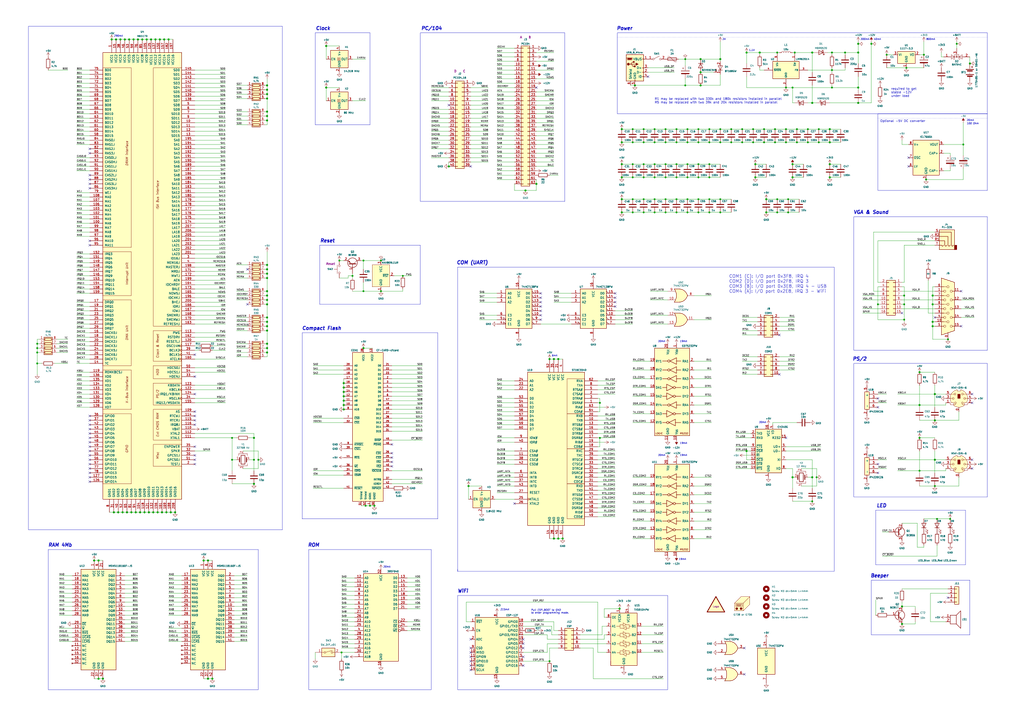
<source format=kicad_sch>
(kicad_sch (version 20230121) (generator eeschema)
  (paper "A2")
  (title_block (title "PC-KHARON-386-MAIN") (date "2023-02-22") (rev "A1") (company "Eugene Lozovoy") (comment 1 "Miniature 386 IBMPC-compatible computer"))
  (lib_symbols
    (symbol "74xx:74LS138" (pin_names (offset 1.016))
      (property "Reference" "U" (at -7.62 11.43 0))
      (property "Value" "74LS138" (at -7.62 -13.97 0))
      (symbol "74LS138_1_0"
        (pin input line (at -12.7 7.62 0) (length 5.08) (name "A0") (number "1"))
        (pin output output_low (at 12.7 -5.08 180) (length 5.08) (name "O5") (number "10"))
        (pin output output_low (at 12.7 -2.54 180) (length 5.08) (name "O4") (number "11"))
        (pin output output_low (at 12.7 0 180) (length 5.08) (name "O3") (number "12"))
        (pin output output_low (at 12.7 2.54 180) (length 5.08) (name "O2") (number "13"))
        (pin output output_low (at 12.7 5.08 180) (length 5.08) (name "O1") (number "14"))
        (pin output output_low (at 12.7 7.62 180) (length 5.08) (name "O0") (number "15"))
        (pin power_in line (at 0 15.24 270) (length 5.08) (name "VCC") (number "16"))
        (pin input line (at -12.7 5.08 0) (length 5.08) (name "A1") (number "2"))
        (pin input line (at -12.7 2.54 0) (length 5.08) (name "A2") (number "3"))
        (pin input input_low (at -12.7 -10.16 0) (length 5.08) (name "E1") (number "4"))
        (pin input input_low (at -12.7 -7.62 0) (length 5.08) (name "E2") (number "5"))
        (pin input line (at -12.7 -5.08 0) (length 5.08) (name "E3") (number "6"))
        (pin output output_low (at 12.7 -10.16 180) (length 5.08) (name "O7") (number "7"))
        (pin power_in line (at 0 -17.78 90) (length 5.08) (name "GND") (number "8"))
        (pin output output_low (at 12.7 -7.62 180) (length 5.08) (name "O6") (number "9"))
      )
    )
    (symbol "74xx:74LS32" (pin_names (offset 1.016))
      (property "Reference" "U" (at 0 1.27 0))
      (property "Value" "74LS32" (at 0 -1.27 0))
      (symbol "74LS32_1_1"
        (pin input line (at -7.62 2.54 0) (length 4.318) (name "~") (number "1"))
        (pin input line (at -7.62 -2.54 0) (length 4.318) (name "~") (number "2"))
        (pin output line (at 7.62 0 180) (length 3.81) (name "~") (number "3"))
      )
      (symbol "74LS32_1_2"
        (pin input inverted (at -7.62 2.54 0) (length 3.81) (name "~") (number "1"))
        (pin input inverted (at -7.62 -2.54 0) (length 3.81) (name "~") (number "2"))
        (pin output inverted (at 7.62 0 180) (length 3.81) (name "~") (number "3"))
      )
      (symbol "74LS32_2_1"
        (pin input line (at -7.62 2.54 0) (length 4.318) (name "~") (number "4"))
        (pin input line (at -7.62 -2.54 0) (length 4.318) (name "~") (number "5"))
        (pin output line (at 7.62 0 180) (length 3.81) (name "~") (number "6"))
      )
      (symbol "74LS32_2_2"
        (pin input inverted (at -7.62 2.54 0) (length 3.81) (name "~") (number "4"))
        (pin input inverted (at -7.62 -2.54 0) (length 3.81) (name "~") (number "5"))
        (pin output inverted (at 7.62 0 180) (length 3.81) (name "~") (number "6"))
      )
      (symbol "74LS32_3_1"
        (pin input line (at -7.62 -2.54 0) (length 4.318) (name "~") (number "10"))
        (pin output line (at 7.62 0 180) (length 3.81) (name "~") (number "8"))
        (pin input line (at -7.62 2.54 0) (length 4.318) (name "~") (number "9"))
      )
      (symbol "74LS32_3_2"
        (pin input inverted (at -7.62 -2.54 0) (length 3.81) (name "~") (number "10"))
        (pin output inverted (at 7.62 0 180) (length 3.81) (name "~") (number "8"))
        (pin input inverted (at -7.62 2.54 0) (length 3.81) (name "~") (number "9"))
      )
      (symbol "74LS32_4_1"
        (pin output line (at 7.62 0 180) (length 3.81) (name "~") (number "11"))
        (pin input line (at -7.62 2.54 0) (length 4.318) (name "~") (number "12"))
        (pin input line (at -7.62 -2.54 0) (length 4.318) (name "~") (number "13"))
      )
      (symbol "74LS32_4_2"
        (pin output inverted (at 7.62 0 180) (length 3.81) (name "~") (number "11"))
        (pin input inverted (at -7.62 2.54 0) (length 3.81) (name "~") (number "12"))
        (pin input inverted (at -7.62 -2.54 0) (length 3.81) (name "~") (number "13"))
      )
      (symbol "74LS32_5_0"
        (pin power_in line (at 0 12.7 270) (length 5.08) (name "VCC") (number "14"))
        (pin power_in line (at 0 -12.7 90) (length 5.08) (name "GND") (number "7"))
      )
    )
    (symbol "Connector:DB15_Female_HighDensity_MountingHoles" (pin_names (offset 1.016) hide)
      (property "Reference" "J" (at 0 21.59 0))
      (property "Value" "DB15_Female_HighDensity_MountingHoles" (at 0 19.05 0))
      (symbol "DB15_Female_HighDensity_MountingHoles_1_1"
        (pin passive line (at 0 -17.78 90) (length 3.81) (name "~") (number "0"))
        (pin passive line (at -7.62 10.16 0) (length 5.08) (name "~") (number "1"))
        (pin passive line (at -7.62 -7.62 0) (length 5.08) (name "~") (number "10"))
        (pin passive line (at 7.62 10.16 180) (length 5.08) (name "~") (number "11"))
        (pin passive line (at 7.62 5.08 180) (length 5.08) (name "~") (number "12"))
        (pin passive line (at 7.62 0 180) (length 5.08) (name "~") (number "13"))
        (pin passive line (at 7.62 -5.08 180) (length 5.08) (name "~") (number "14"))
        (pin passive line (at 7.62 -10.16 180) (length 5.08) (name "~") (number "15"))
        (pin passive line (at -7.62 5.08 0) (length 5.08) (name "~") (number "2"))
        (pin passive line (at -7.62 0 0) (length 5.08) (name "~") (number "3"))
        (pin passive line (at -7.62 -5.08 0) (length 5.08) (name "~") (number "4"))
        (pin passive line (at -7.62 -10.16 0) (length 5.08) (name "~") (number "5"))
        (pin passive line (at -7.62 12.7 0) (length 5.08) (name "~") (number "6"))
        (pin passive line (at -7.62 7.62 0) (length 5.08) (name "~") (number "7"))
        (pin passive line (at -7.62 2.54 0) (length 5.08) (name "~") (number "8"))
        (pin passive line (at -7.62 -2.54 0) (length 5.08) (name "~") (number "9"))
      )
    )
    (symbol "Connector:USB_B_Micro" (pin_names (offset 1.016))
      (property "Reference" "J" (at -5.08 11.43 0))
      (property "Value" "USB_B_Micro" (at -5.08 8.89 0))
      (symbol "USB_B_Micro_1_1"
        (pin power_out line (at 7.62 5.08 180) (length 2.54) (name "VBUS") (number "1"))
        (pin bidirectional line (at 7.62 -2.54 180) (length 2.54) (name "D-") (number "2"))
        (pin bidirectional line (at 7.62 0 180) (length 2.54) (name "D+") (number "3"))
        (pin passive line (at 7.62 -5.08 180) (length 2.54) (name "ID") (number "4"))
        (pin power_out line (at 0 -10.16 90) (length 2.54) (name "GND") (number "5"))
        (pin passive line (at -2.54 -10.16 90) (length 2.54) (name "Shield") (number "6"))
      )
    )
    (symbol "Connector_Audio:AudioJack4"
      (property "Reference" "J" (at 0 8.89 0))
      (property "Value" "AudioJack4" (at 0 6.35 0))
      (symbol "AudioJack4_1_1"
        (pin passive line (at 5.08 -2.54 180) (length 2.54) (name "~") (number "R1"))
        (pin passive line (at 5.08 0 180) (length 2.54) (name "~") (number "R2"))
        (pin passive line (at 5.08 2.54 180) (length 2.54) (name "~") (number "S"))
        (pin passive line (at 5.08 -5.08 180) (length 2.54) (name "~") (number "T"))
      )
    )
    (symbol "Connector_Generic:Conn_01x04" (pin_names (offset 1.016) hide)
      (property "Reference" "J" (at 0 5.08 0))
      (property "Value" "Conn_01x04" (at 0 -7.62 0))
      (symbol "Conn_01x04_1_1"
        (pin passive line (at -5.08 2.54 0) (length 3.81) (name "Pin_1") (number "1"))
        (pin passive line (at -5.08 0 0) (length 3.81) (name "Pin_2") (number "2"))
        (pin passive line (at -5.08 -2.54 0) (length 3.81) (name "Pin_3") (number "3"))
        (pin passive line (at -5.08 -5.08 0) (length 3.81) (name "Pin_4") (number "4"))
      )
    )
    (symbol "Connector_Generic:Conn_02x05_Odd_Even" (pin_names (offset 1.016) hide)
      (property "Reference" "J" (at 1.27 7.62 0))
      (property "Value" "Conn_02x05_Odd_Even" (at 1.27 -7.62 0))
      (symbol "Conn_02x05_Odd_Even_1_1"
        (pin passive line (at -5.08 5.08 0) (length 3.81) (name "Pin_1") (number "1"))
        (pin passive line (at 7.62 -5.08 180) (length 3.81) (name "Pin_10") (number "10"))
        (pin passive line (at 7.62 5.08 180) (length 3.81) (name "Pin_2") (number "2"))
        (pin passive line (at -5.08 2.54 0) (length 3.81) (name "Pin_3") (number "3"))
        (pin passive line (at 7.62 2.54 180) (length 3.81) (name "Pin_4") (number "4"))
        (pin passive line (at -5.08 0 0) (length 3.81) (name "Pin_5") (number "5"))
        (pin passive line (at 7.62 0 180) (length 3.81) (name "Pin_6") (number "6"))
        (pin passive line (at -5.08 -2.54 0) (length 3.81) (name "Pin_7") (number "7"))
        (pin passive line (at 7.62 -2.54 180) (length 3.81) (name "Pin_8") (number "8"))
        (pin passive line (at -5.08 -5.08 0) (length 3.81) (name "Pin_9") (number "9"))
      )
    )
    (symbol "Connector_Generic:Conn_02x08_Odd_Even" (pin_names (offset 1.016) hide)
      (property "Reference" "J" (at 1.27 10.16 0))
      (property "Value" "Conn_02x08_Odd_Even" (at 1.27 -12.7 0))
      (symbol "Conn_02x08_Odd_Even_1_1"
        (pin passive line (at -5.08 7.62 0) (length 3.81) (name "Pin_1") (number "1"))
        (pin passive line (at 7.62 -2.54 180) (length 3.81) (name "Pin_10") (number "10"))
        (pin passive line (at -5.08 -5.08 0) (length 3.81) (name "Pin_11") (number "11"))
        (pin passive line (at 7.62 -5.08 180) (length 3.81) (name "Pin_12") (number "12"))
        (pin passive line (at -5.08 -7.62 0) (length 3.81) (name "Pin_13") (number "13"))
        (pin passive line (at 7.62 -7.62 180) (length 3.81) (name "Pin_14") (number "14"))
        (pin passive line (at -5.08 -10.16 0) (length 3.81) (name "Pin_15") (number "15"))
        (pin passive line (at 7.62 -10.16 180) (length 3.81) (name "Pin_16") (number "16"))
        (pin passive line (at 7.62 7.62 180) (length 3.81) (name "Pin_2") (number "2"))
        (pin passive line (at -5.08 5.08 0) (length 3.81) (name "Pin_3") (number "3"))
        (pin passive line (at 7.62 5.08 180) (length 3.81) (name "Pin_4") (number "4"))
        (pin passive line (at -5.08 2.54 0) (length 3.81) (name "Pin_5") (number "5"))
        (pin passive line (at 7.62 2.54 180) (length 3.81) (name "Pin_6") (number "6"))
        (pin passive line (at -5.08 0 0) (length 3.81) (name "Pin_7") (number "7"))
        (pin passive line (at 7.62 0 180) (length 3.81) (name "Pin_8") (number "8"))
        (pin passive line (at -5.08 -2.54 0) (length 3.81) (name "Pin_9") (number "9"))
      )
    )
    (symbol "Connector_Generic:Conn_02x20_Odd_Even" (pin_names (offset 1.016) hide)
      (property "Reference" "J" (at 1.27 25.4 0))
      (property "Value" "Conn_02x20_Odd_Even" (at 1.27 -27.94 0))
      (symbol "Conn_02x20_Odd_Even_1_1"
        (pin passive line (at -5.08 22.86 0) (length 3.81) (name "Pin_1") (number "1"))
        (pin passive line (at 7.62 12.7 180) (length 3.81) (name "Pin_10") (number "10"))
        (pin passive line (at -5.08 10.16 0) (length 3.81) (name "Pin_11") (number "11"))
        (pin passive line (at 7.62 10.16 180) (length 3.81) (name "Pin_12") (number "12"))
        (pin passive line (at -5.08 7.62 0) (length 3.81) (name "Pin_13") (number "13"))
        (pin passive line (at 7.62 7.62 180) (length 3.81) (name "Pin_14") (number "14"))
        (pin passive line (at -5.08 5.08 0) (length 3.81) (name "Pin_15") (number "15"))
        (pin passive line (at 7.62 5.08 180) (length 3.81) (name "Pin_16") (number "16"))
        (pin passive line (at -5.08 2.54 0) (length 3.81) (name "Pin_17") (number "17"))
        (pin passive line (at 7.62 2.54 180) (length 3.81) (name "Pin_18") (number "18"))
        (pin passive line (at -5.08 0 0) (length 3.81) (name "Pin_19") (number "19"))
        (pin passive line (at 7.62 22.86 180) (length 3.81) (name "Pin_2") (number "2"))
        (pin passive line (at 7.62 0 180) (length 3.81) (name "Pin_20") (number "20"))
        (pin passive line (at -5.08 -2.54 0) (length 3.81) (name "Pin_21") (number "21"))
        (pin passive line (at 7.62 -2.54 180) (length 3.81) (name "Pin_22") (number "22"))
        (pin passive line (at -5.08 -5.08 0) (length 3.81) (name "Pin_23") (number "23"))
        (pin passive line (at 7.62 -5.08 180) (length 3.81) (name "Pin_24") (number "24"))
        (pin passive line (at -5.08 -7.62 0) (length 3.81) (name "Pin_25") (number "25"))
        (pin passive line (at 7.62 -7.62 180) (length 3.81) (name "Pin_26") (number "26"))
        (pin passive line (at -5.08 -10.16 0) (length 3.81) (name "Pin_27") (number "27"))
        (pin passive line (at 7.62 -10.16 180) (length 3.81) (name "Pin_28") (number "28"))
        (pin passive line (at -5.08 -12.7 0) (length 3.81) (name "Pin_29") (number "29"))
        (pin passive line (at -5.08 20.32 0) (length 3.81) (name "Pin_3") (number "3"))
        (pin passive line (at 7.62 -12.7 180) (length 3.81) (name "Pin_30") (number "30"))
        (pin passive line (at -5.08 -15.24 0) (length 3.81) (name "Pin_31") (number "31"))
        (pin passive line (at 7.62 -15.24 180) (length 3.81) (name "Pin_32") (number "32"))
        (pin passive line (at -5.08 -17.78 0) (length 3.81) (name "Pin_33") (number "33"))
        (pin passive line (at 7.62 -17.78 180) (length 3.81) (name "Pin_34") (number "34"))
        (pin passive line (at -5.08 -20.32 0) (length 3.81) (name "Pin_35") (number "35"))
        (pin passive line (at 7.62 -20.32 180) (length 3.81) (name "Pin_36") (number "36"))
        (pin passive line (at -5.08 -22.86 0) (length 3.81) (name "Pin_37") (number "37"))
        (pin passive line (at 7.62 -22.86 180) (length 3.81) (name "Pin_38") (number "38"))
        (pin passive line (at -5.08 -25.4 0) (length 3.81) (name "Pin_39") (number "39"))
        (pin passive line (at 7.62 20.32 180) (length 3.81) (name "Pin_4") (number "4"))
        (pin passive line (at 7.62 -25.4 180) (length 3.81) (name "Pin_40") (number "40"))
        (pin passive line (at -5.08 17.78 0) (length 3.81) (name "Pin_5") (number "5"))
        (pin passive line (at 7.62 17.78 180) (length 3.81) (name "Pin_6") (number "6"))
        (pin passive line (at -5.08 15.24 0) (length 3.81) (name "Pin_7") (number "7"))
        (pin passive line (at 7.62 15.24 180) (length 3.81) (name "Pin_8") (number "8"))
        (pin passive line (at -5.08 12.7 0) (length 3.81) (name "Pin_9") (number "9"))
      )
    )
    (symbol "Connector_Generic:Conn_02x32_Odd_Even" (pin_names (offset 1.016) hide)
      (property "Reference" "J" (at 1.27 40.64 0))
      (property "Value" "Conn_02x32_Odd_Even" (at 1.27 -43.18 0))
      (symbol "Conn_02x32_Odd_Even_1_1"
        (pin passive line (at -5.08 38.1 0) (length 3.81) (name "Pin_1") (number "1"))
        (pin passive line (at 7.62 27.94 180) (length 3.81) (name "Pin_10") (number "10"))
        (pin passive line (at -5.08 25.4 0) (length 3.81) (name "Pin_11") (number "11"))
        (pin passive line (at 7.62 25.4 180) (length 3.81) (name "Pin_12") (number "12"))
        (pin passive line (at -5.08 22.86 0) (length 3.81) (name "Pin_13") (number "13"))
        (pin passive line (at 7.62 22.86 180) (length 3.81) (name "Pin_14") (number "14"))
        (pin passive line (at -5.08 20.32 0) (length 3.81) (name "Pin_15") (number "15"))
        (pin passive line (at 7.62 20.32 180) (length 3.81) (name "Pin_16") (number "16"))
        (pin passive line (at -5.08 17.78 0) (length 3.81) (name "Pin_17") (number "17"))
        (pin passive line (at 7.62 17.78 180) (length 3.81) (name "Pin_18") (number "18"))
        (pin passive line (at -5.08 15.24 0) (length 3.81) (name "Pin_19") (number "19"))
        (pin passive line (at 7.62 38.1 180) (length 3.81) (name "Pin_2") (number "2"))
        (pin passive line (at 7.62 15.24 180) (length 3.81) (name "Pin_20") (number "20"))
        (pin passive line (at -5.08 12.7 0) (length 3.81) (name "Pin_21") (number "21"))
        (pin passive line (at 7.62 12.7 180) (length 3.81) (name "Pin_22") (number "22"))
        (pin passive line (at -5.08 10.16 0) (length 3.81) (name "Pin_23") (number "23"))
        (pin passive line (at 7.62 10.16 180) (length 3.81) (name "Pin_24") (number "24"))
        (pin passive line (at -5.08 7.62 0) (length 3.81) (name "Pin_25") (number "25"))
        (pin passive line (at 7.62 7.62 180) (length 3.81) (name "Pin_26") (number "26"))
        (pin passive line (at -5.08 5.08 0) (length 3.81) (name "Pin_27") (number "27"))
        (pin passive line (at 7.62 5.08 180) (length 3.81) (name "Pin_28") (number "28"))
        (pin passive line (at -5.08 2.54 0) (length 3.81) (name "Pin_29") (number "29"))
        (pin passive line (at -5.08 35.56 0) (length 3.81) (name "Pin_3") (number "3"))
        (pin passive line (at 7.62 2.54 180) (length 3.81) (name "Pin_30") (number "30"))
        (pin passive line (at -5.08 0 0) (length 3.81) (name "Pin_31") (number "31"))
        (pin passive line (at 7.62 0 180) (length 3.81) (name "Pin_32") (number "32"))
        (pin passive line (at -5.08 -2.54 0) (length 3.81) (name "Pin_33") (number "33"))
        (pin passive line (at 7.62 -2.54 180) (length 3.81) (name "Pin_34") (number "34"))
        (pin passive line (at -5.08 -5.08 0) (length 3.81) (name "Pin_35") (number "35"))
        (pin passive line (at 7.62 -5.08 180) (length 3.81) (name "Pin_36") (number "36"))
        (pin passive line (at -5.08 -7.62 0) (length 3.81) (name "Pin_37") (number "37"))
        (pin passive line (at 7.62 -7.62 180) (length 3.81) (name "Pin_38") (number "38"))
        (pin passive line (at -5.08 -10.16 0) (length 3.81) (name "Pin_39") (number "39"))
        (pin passive line (at 7.62 35.56 180) (length 3.81) (name "Pin_4") (number "4"))
        (pin passive line (at 7.62 -10.16 180) (length 3.81) (name "Pin_40") (number "40"))
        (pin passive line (at -5.08 -12.7 0) (length 3.81) (name "Pin_41") (number "41"))
        (pin passive line (at 7.62 -12.7 180) (length 3.81) (name "Pin_42") (number "42"))
        (pin passive line (at -5.08 -15.24 0) (length 3.81) (name "Pin_43") (number "43"))
        (pin passive line (at 7.62 -15.24 180) (length 3.81) (name "Pin_44") (number "44"))
        (pin passive line (at -5.08 -17.78 0) (length 3.81) (name "Pin_45") (number "45"))
        (pin passive line (at 7.62 -17.78 180) (length 3.81) (name "Pin_46") (number "46"))
        (pin passive line (at -5.08 -20.32 0) (length 3.81) (name "Pin_47") (number "47"))
        (pin passive line (at 7.62 -20.32 180) (length 3.81) (name "Pin_48") (number "48"))
        (pin passive line (at -5.08 -22.86 0) (length 3.81) (name "Pin_49") (number "49"))
        (pin passive line (at -5.08 33.02 0) (length 3.81) (name "Pin_5") (number "5"))
        (pin passive line (at 7.62 -22.86 180) (length 3.81) (name "Pin_50") (number "50"))
        (pin passive line (at -5.08 -25.4 0) (length 3.81) (name "Pin_51") (number "51"))
        (pin passive line (at 7.62 -25.4 180) (length 3.81) (name "Pin_52") (number "52"))
        (pin passive line (at -5.08 -27.94 0) (length 3.81) (name "Pin_53") (number "53"))
        (pin passive line (at 7.62 -27.94 180) (length 3.81) (name "Pin_54") (number "54"))
        (pin passive line (at -5.08 -30.48 0) (length 3.81) (name "Pin_55") (number "55"))
        (pin passive line (at 7.62 -30.48 180) (length 3.81) (name "Pin_56") (number "56"))
        (pin passive line (at -5.08 -33.02 0) (length 3.81) (name "Pin_57") (number "57"))
        (pin passive line (at 7.62 -33.02 180) (length 3.81) (name "Pin_58") (number "58"))
        (pin passive line (at -5.08 -35.56 0) (length 3.81) (name "Pin_59") (number "59"))
        (pin passive line (at 7.62 33.02 180) (length 3.81) (name "Pin_6") (number "6"))
        (pin passive line (at 7.62 -35.56 180) (length 3.81) (name "Pin_60") (number "60"))
        (pin passive line (at -5.08 -38.1 0) (length 3.81) (name "Pin_61") (number "61"))
        (pin passive line (at 7.62 -38.1 180) (length 3.81) (name "Pin_62") (number "62"))
        (pin passive line (at -5.08 -40.64 0) (length 3.81) (name "Pin_63") (number "63"))
        (pin passive line (at 7.62 -40.64 180) (length 3.81) (name "Pin_64") (number "64"))
        (pin passive line (at -5.08 30.48 0) (length 3.81) (name "Pin_7") (number "7"))
        (pin passive line (at 7.62 30.48 180) (length 3.81) (name "Pin_8") (number "8"))
        (pin passive line (at -5.08 27.94 0) (length 3.81) (name "Pin_9") (number "9"))
      )
    )
    (symbol "Device:Battery" (pin_numbers hide) (pin_names (offset 0) hide)
      (property "Reference" "BT" (at 2.54 2.54 0))
      (property "Value" "Battery" (at 2.54 0 0))
      (symbol "Battery_1_1"
        (pin passive line (at 0 5.08 270) (length 2.54) (name "+") (number "1"))
        (pin passive line (at 0 -5.08 90) (length 2.54) (name "-") (number "2"))
      )
    )
    (symbol "Device:C" (pin_numbers hide) (pin_names (offset 0.254))
      (property "Reference" "C" (at 0.635 2.54 0))
      (property "Value" "C" (at 0.635 -2.54 0))
      (symbol "C_1_1"
        (pin passive line (at 0 3.81 270) (length 2.794) (name "~") (number "1"))
        (pin passive line (at 0 -3.81 90) (length 2.794) (name "~") (number "2"))
      )
    )
    (symbol "Device:C_Polarized" (pin_numbers hide) (pin_names (offset 0.254))
      (property "Reference" "C" (at 0.635 2.54 0))
      (property "Value" "C_Polarized" (at 0.635 -2.54 0))
      (symbol "C_Polarized_1_1"
        (pin passive line (at 0 3.81 270) (length 2.794) (name "~") (number "1"))
        (pin passive line (at 0 -3.81 90) (length 2.794) (name "~") (number "2"))
      )
    )
    (symbol "Device:Crystal_GND23" (pin_names (offset 1.016) hide)
      (property "Reference" "Y" (at 3.175 5.08 0))
      (property "Value" "Crystal_GND23" (at 3.175 3.175 0))
      (symbol "Crystal_GND23_1_1"
        (pin passive line (at -3.81 0 0) (length 1.27) (name "1") (number "1"))
        (pin passive line (at 0 5.08 270) (length 1.27) (name "2") (number "2"))
        (pin passive line (at 0 -5.08 90) (length 1.27) (name "3") (number "3"))
        (pin passive line (at 3.81 0 180) (length 1.27) (name "4") (number "4"))
      )
    )
    (symbol "Device:Crystal_GND24" (pin_names (offset 1.016) hide)
      (property "Reference" "Y" (at 3.175 5.08 0))
      (property "Value" "Crystal_GND24" (at 3.175 3.175 0))
      (symbol "Crystal_GND24_1_1"
        (pin passive line (at -3.81 0 0) (length 1.27) (name "1") (number "1"))
        (pin passive line (at 0 5.08 270) (length 1.27) (name "2") (number "2"))
        (pin passive line (at 3.81 0 180) (length 1.27) (name "3") (number "3"))
        (pin passive line (at 0 -5.08 90) (length 1.27) (name "4") (number "4"))
      )
    )
    (symbol "Device:D_Zener" (pin_numbers hide) (pin_names (offset 1.016) hide)
      (property "Reference" "D" (at 0 2.54 0))
      (property "Value" "D_Zener" (at 0 -2.54 0))
      (symbol "D_Zener_1_1"
        (pin passive line (at -3.81 0 0) (length 2.54) (name "K") (number "1"))
        (pin passive line (at 3.81 0 180) (length 2.54) (name "A") (number "2"))
      )
    )
    (symbol "Device:L" (pin_numbers hide) (pin_names (offset 1.016) hide)
      (property "Reference" "L" (at -1.27 0 90))
      (property "Value" "L" (at 1.905 0 90))
      (symbol "L_1_1"
        (pin passive line (at 0 3.81 270) (length 1.27) (name "1") (number "1"))
        (pin passive line (at 0 -3.81 90) (length 1.27) (name "2") (number "2"))
      )
    )
    (symbol "Device:LED" (pin_numbers hide) (pin_names (offset 1.016) hide)
      (property "Reference" "D" (at 0 2.54 0))
      (property "Value" "LED" (at 0 -2.54 0))
      (symbol "LED_1_1"
        (pin passive line (at -3.81 0 0) (length 2.54) (name "K") (number "1"))
        (pin passive line (at 3.81 0 180) (length 2.54) (name "A") (number "2"))
      )
    )
    (symbol "Device:Polyfuse" (pin_numbers hide) (pin_names (offset 0))
      (property "Reference" "F" (at -2.54 0 90))
      (property "Value" "Polyfuse" (at 2.54 0 90))
      (symbol "Polyfuse_1_1"
        (pin passive line (at 0 3.81 270) (length 1.27) (name "~") (number "1"))
        (pin passive line (at 0 -3.81 90) (length 1.27) (name "~") (number "2"))
      )
    )
    (symbol "Device:Q_SCR_KAG" (pin_names (offset 0) hide)
      (property "Reference" "D" (at 1.905 0.635 0))
      (property "Value" "Q_SCR_KAG" (at 1.905 -1.27 0))
      (symbol "Q_SCR_KAG_1_1"
        (pin passive line (at 0 -3.81 90) (length 2.54) (name "K") (number "1"))
        (pin passive line (at 0 3.81 270) (length 2.54) (name "A") (number "2"))
        (pin input line (at -3.81 -2.54 0) (length 2.54) (name "G") (number "3"))
      )
    )
    (symbol "Device:R" (pin_numbers hide) (pin_names (offset 0))
      (property "Reference" "R" (at 2.032 0 90))
      (property "Value" "R" (at 0 0 90))
      (symbol "R_1_1"
        (pin passive line (at 0 3.81 270) (length 1.27) (name "~") (number "1"))
        (pin passive line (at 0 -3.81 90) (length 1.27) (name "~") (number "2"))
      )
    )
    (symbol "Device:R_Pack04" (pin_names (offset 0) hide)
      (property "Reference" "RN" (at -7.62 0 90))
      (property "Value" "R_Pack04" (at 5.08 0 90))
      (symbol "R_Pack04_1_1"
        (pin passive line (at -5.08 -5.08 90) (length 2.54) (name "R1.1") (number "1"))
        (pin passive line (at -2.54 -5.08 90) (length 2.54) (name "R2.1") (number "2"))
        (pin passive line (at 0 -5.08 90) (length 2.54) (name "R3.1") (number "3"))
        (pin passive line (at 2.54 -5.08 90) (length 2.54) (name "R4.1") (number "4"))
        (pin passive line (at 2.54 5.08 270) (length 2.54) (name "R4.2") (number "5"))
        (pin passive line (at 0 5.08 270) (length 2.54) (name "R3.2") (number "6"))
        (pin passive line (at -2.54 5.08 270) (length 2.54) (name "R2.2") (number "7"))
        (pin passive line (at -5.08 5.08 270) (length 2.54) (name "R1.2") (number "8"))
      )
    )
    (symbol "Device:Speaker" (pin_names (offset 0) hide)
      (property "Reference" "LS" (at 1.27 5.715 0))
      (property "Value" "Speaker" (at 1.27 3.81 0))
      (symbol "Speaker_1_1"
        (pin input line (at -5.08 0 0) (length 2.54) (name "1") (number "1"))
        (pin input line (at -5.08 -2.54 0) (length 2.54) (name "2") (number "2"))
      )
    )
    (symbol "Diode:BAT54C" (pin_names (offset 1.016))
      (property "Reference" "D" (at 0.635 -3.81 0))
      (property "Value" "BAT54C" (at -6.35 3.175 0))
      (symbol "BAT54C_1_1"
        (pin passive line (at -7.62 0 0) (length 3.81) (name "~") (number "1"))
        (pin passive line (at 7.62 0 180) (length 3.81) (name "~") (number "2"))
        (pin passive line (at 0 -5.08 90) (length 5.08) (name "~") (number "3"))
      )
    )
    (symbol "Diode:MBR0520" (pin_numbers hide) (pin_names (offset 1.016) hide)
      (property "Reference" "D" (at 0 2.54 0))
      (property "Value" "MBR0520" (at 0 -2.54 0))
      (symbol "MBR0520_1_1"
        (pin passive line (at -3.81 0 0) (length 2.54) (name "K") (number "1"))
        (pin passive line (at 3.81 0 180) (length 2.54) (name "A") (number "2"))
      )
    )
    (symbol "IP4220CZ6_1" (pin_names (offset 1.016))
      (property "Reference" "U" (at -2.54 6.35 0))
      (property "Value" "IP4220CZ6_1" (at 5.08 6.35 0))
      (symbol "IP4220CZ6_1_1_1"
        (pin passive line (at -6.35 3.81 0) (length 5.08) (name "~") (number "1"))
        (pin power_in line (at 0 -8.89 90) (length 3.81) (name "-") (number "2"))
        (pin passive line (at -6.35 1.27 0) (length 5.08) (name "~") (number "3"))
        (pin passive line (at -6.35 -1.27 0) (length 5.08) (name "~") (number "4"))
        (pin power_in line (at 0 8.89 270) (length 3.81) (name "+") (number "5"))
        (pin passive line (at -6.35 -3.81 0) (length 5.08) (name "~") (number "6"))
      )
    )
    (symbol "Interface_UART:GD75232PW"
      (property "Reference" "U" (at 8.89 29.21 0))
      (property "Value" "GD75232PW" (at 3.81 26.67 0))
      (symbol "GD75232PW_0_0"
        (text "LOGIC" (at 7.62 -24.13 0) (effects (font (size 1 1))))
        (text "RS232" (at -6.985 -24.13 0) (effects (font (size 1 1))))
        (pin output line (at 12.7 7.62 180) (length 2.54) (name "RY3") (number "17"))
        (pin output line (at 12.7 12.7 180) (length 2.54) (name "RY2") (number "18"))
        (pin output line (at 12.7 17.78 180) (length 2.54) (name "RY1") (number "19"))
        (pin power_in line (at 2.54 27.94 270) (length 2.54) (name "V_{CC}") (number "20"))
      )
      (symbol "GD75232PW_1_1"
        (pin power_in line (at -2.54 27.94 270) (length 2.54) (name "V_{DD}") (number "1"))
        (pin power_in line (at -2.54 -27.94 90) (length 2.54) (name "V_{SS}") (number "10"))
        (pin power_in line (at 2.54 -27.94 90) (length 2.54) (name "GND") (number "11"))
        (pin output line (at 12.7 -17.78 180) (length 2.54) (name "RY5") (number "12"))
        (pin input line (at 12.7 -12.7 180) (length 2.54) (name "DA3") (number "13"))
        (pin output line (at 12.7 -7.62 180) (length 2.54) (name "RY4") (number "14"))
        (pin input line (at 12.7 -2.54 180) (length 2.54) (name "DA2") (number "15"))
        (pin input line (at 12.7 2.54 180) (length 2.54) (name "DA1") (number "16"))
        (pin input line (at -12.7 17.78 0) (length 2.54) (name "RA1") (number "2"))
        (pin input line (at -12.7 12.7 0) (length 2.54) (name "RA2") (number "3"))
        (pin input line (at -12.7 7.62 0) (length 2.54) (name "RA3") (number "4"))
        (pin output line (at -12.7 2.54 0) (length 2.54) (name "DY1") (number "5"))
        (pin output line (at -12.7 -2.54 0) (length 2.54) (name "DY2") (number "6"))
        (pin input line (at -12.7 -7.62 0) (length 2.54) (name "RA4") (number "7"))
        (pin output line (at -12.7 -12.7 0) (length 2.54) (name "DY3") (number "8"))
        (pin input line (at -12.7 -17.78 0) (length 2.54) (name "RA5") (number "9"))
      )
    )
    (symbol "Interface_USB:CH340G"
      (property "Reference" "U" (at -5.08 13.97 0))
      (property "Value" "CH340G" (at 1.27 13.97 0))
      (symbol "CH340G_1_1"
        (pin power_in line (at 0 -15.24 90) (length 2.54) (name "GND") (number "1"))
        (pin input line (at 10.16 0 180) (length 2.54) (name "~{DSR}") (number "10"))
        (pin input line (at 10.16 -2.54 180) (length 2.54) (name "~{RI}") (number "11"))
        (pin input line (at 10.16 -5.08 180) (length 2.54) (name "~{DCD}") (number "12"))
        (pin output line (at 10.16 -7.62 180) (length 2.54) (name "~{DTR}") (number "13"))
        (pin output line (at 10.16 -10.16 180) (length 2.54) (name "~{RTS}") (number "14"))
        (pin input line (at -10.16 7.62 0) (length 2.54) (name "R232") (number "15"))
        (pin power_in line (at 0 15.24 270) (length 2.54) (name "VCC") (number "16"))
        (pin output line (at 10.16 10.16 180) (length 2.54) (name "TXD") (number "2"))
        (pin input line (at 10.16 7.62 180) (length 2.54) (name "RXD") (number "3"))
        (pin passive line (at -2.54 15.24 270) (length 2.54) (name "V3") (number "4"))
        (pin bidirectional line (at -10.16 2.54 0) (length 2.54) (name "UD+") (number "5"))
        (pin bidirectional line (at -10.16 0 0) (length 2.54) (name "UD-") (number "6"))
        (pin input line (at -10.16 -5.08 0) (length 2.54) (name "XI") (number "7"))
        (pin output line (at -10.16 -10.16 0) (length 2.54) (name "XO") (number "8"))
        (pin input line (at 10.16 2.54 180) (length 2.54) (name "~{CTS}") (number "9"))
      )
    )
    (symbol "Logic_LevelTranslator:TXB0104PW"
      (property "Reference" "U" (at -6.35 16.51 0))
      (property "Value" "TXB0104PW" (at 3.81 16.51 0))
      (symbol "TXB0104PW_1_1"
        (pin power_in line (at -2.54 17.78 270) (length 2.54) (name "VCCA") (number "1"))
        (pin bidirectional line (at 10.16 -7.62 180) (length 2.54) (name "B4") (number "10"))
        (pin bidirectional line (at 10.16 -2.54 180) (length 2.54) (name "B3") (number "11"))
        (pin bidirectional line (at 10.16 2.54 180) (length 2.54) (name "B2") (number "12"))
        (pin bidirectional line (at 10.16 7.62 180) (length 2.54) (name "B1") (number "13"))
        (pin power_in line (at 2.54 17.78 270) (length 2.54) (name "VCCB") (number "14"))
        (pin bidirectional line (at -10.16 7.62 0) (length 2.54) (name "A1") (number "2"))
        (pin bidirectional line (at -10.16 2.54 0) (length 2.54) (name "A2") (number "3"))
        (pin bidirectional line (at -10.16 -2.54 0) (length 2.54) (name "A3") (number "4"))
        (pin bidirectional line (at -10.16 -7.62 0) (length 2.54) (name "A4") (number "5"))
        (pin no_connect line (at -7.62 -12.7 0) (length 2.54) hide (name "NC") (number "6"))
        (pin power_in line (at 0 -17.78 90) (length 2.54) (name "GND") (number "7"))
        (pin input line (at -10.16 12.7 0) (length 2.54) (name "OE") (number "8"))
        (pin no_connect line (at 7.62 -12.7 180) (length 2.54) hide (name "NC") (number "9"))
      )
    )
    (symbol "MSM5118160F-JS_1"
      (property "Reference" "U" (at -10.16 30.48 0))
      (property "Value" "MSM5118160F-JS_1" (at 12.7 30.48 0))
      (symbol "MSM5118160F-JS_1_0_0"
        (pin power_in line (at -2.54 34.29 270) (length 5.08) (name "VCC") (number "1"))
        (pin bidirectional line (at 15.24 7.62 180) (length 5.08) (name "DQ7") (number "10"))
        (pin no_connect line (at -15.24 -15.24 0) (length 5.08) (name "NC") (number "11"))
        (pin no_connect line (at -15.24 -17.78 0) (length 5.08) (name "NC") (number "12"))
        (pin input line (at -15.24 -5.08 0) (length 5.08) (name "~{W}") (number "13"))
        (pin input line (at -15.24 -7.62 0) (length 5.08) (name "~{RAS}") (number "14"))
        (pin no_connect line (at -15.24 -20.32 0) (length 5.08) (name "NC") (number "15"))
        (pin no_connect line (at -15.24 -22.86 0) (length 5.08) (name "NC") (number "16"))
        (pin input line (at -15.24 25.4 0) (length 5.08) (name "MA0") (number "17"))
        (pin input line (at -15.24 22.86 0) (length 5.08) (name "MA1") (number "18"))
        (pin input line (at -15.24 20.32 0) (length 5.08) (name "MA2") (number "19"))
        (pin bidirectional line (at 15.24 25.4 180) (length 5.08) (name "DQ0") (number "2"))
        (pin input line (at -15.24 17.78 0) (length 5.08) (name "MA3") (number "20"))
        (pin power_in line (at 2.54 34.29 270) (length 5.08) (name "VCC") (number "21"))
        (pin power_in line (at -2.54 -34.29 90) (length 5.08) (name "GND") (number "22"))
        (pin input line (at -15.24 15.24 0) (length 5.08) (name "MA4") (number "23"))
        (pin input line (at -15.24 12.7 0) (length 5.08) (name "MA5") (number "24"))
        (pin input line (at -15.24 10.16 0) (length 5.08) (name "MA6") (number "25"))
        (pin input line (at -15.24 7.62 0) (length 5.08) (name "MA7") (number "26"))
        (pin input line (at -15.24 5.08 0) (length 5.08) (name "MA8") (number "27"))
        (pin input line (at -15.24 2.54 0) (length 5.08) (name "MA9") (number "28"))
        (pin input line (at -15.24 -2.54 0) (length 5.08) (name "~{OE}") (number "29"))
        (pin bidirectional line (at 15.24 22.86 180) (length 5.08) (name "DQ1") (number "3"))
        (pin input line (at -15.24 -10.16 0) (length 5.08) (name "~{UCAS}") (number "30"))
        (pin input line (at -15.24 -12.7 0) (length 5.08) (name "~{LCAS}") (number "31"))
        (pin no_connect line (at -15.24 -25.4 0) (length 5.08) (name "NC") (number "32"))
        (pin bidirectional line (at 15.24 5.08 180) (length 5.08) (name "DQ8") (number "33"))
        (pin bidirectional line (at 15.24 2.54 180) (length 5.08) (name "DQ9") (number "34"))
        (pin bidirectional line (at 15.24 0 180) (length 5.08) (name "DQ10") (number "35"))
        (pin bidirectional line (at 15.24 -2.54 180) (length 5.08) (name "DQ11") (number "36"))
        (pin power_in line (at 0 -34.29 90) (length 5.08) (name "GND") (number "37"))
        (pin bidirectional line (at 15.24 -5.08 180) (length 5.08) (name "DQ12") (number "38"))
        (pin bidirectional line (at 15.24 -7.62 180) (length 5.08) (name "DQ13") (number "39"))
        (pin bidirectional line (at 15.24 20.32 180) (length 5.08) (name "DQ2") (number "4"))
        (pin bidirectional line (at 15.24 -10.16 180) (length 5.08) (name "DQ14") (number "40"))
        (pin bidirectional line (at 15.24 -12.7 180) (length 5.08) (name "DQ15") (number "41"))
        (pin power_in line (at 2.54 -34.29 90) (length 5.08) (name "GND") (number "42"))
        (pin bidirectional line (at 15.24 17.78 180) (length 5.08) (name "DQ3") (number "5"))
        (pin power_in line (at 0 34.29 270) (length 5.08) (name "VCC") (number "6"))
        (pin bidirectional line (at 15.24 15.24 180) (length 5.08) (name "DQ4") (number "7"))
        (pin bidirectional line (at 15.24 12.7 180) (length 5.08) (name "DQ5") (number "8"))
        (pin bidirectional line (at 15.24 10.16 180) (length 5.08) (name "DQ6") (number "9"))
      )
    )
    (symbol "Mechanical:Housing" (pin_names (offset 1.016))
      (property "Reference" "N" (at 3.81 0 0))
      (property "Value" "Housing" (at 3.81 -1.905 0))
    )
    (symbol "Mechanical:MountingHole" (pin_names (offset 1.016))
      (property "Reference" "H" (at 0 5.08 0))
      (property "Value" "MountingHole" (at 0 3.175 0))
    )
    (symbol "Mini-DIN-6_1" (pin_names (offset 1.016))
      (property "Reference" "J" (at 0 6.35 0))
      (property "Value" "Mini-DIN-6_1" (at 6.985 -6.35 0))
      (symbol "Mini-DIN-6_1_1_1"
        (pin passive line (at 0 -7.62 90) (length 2.54) (name "~") (number "0"))
        (pin passive line (at 7.62 -2.54 180) (length 2.54) (name "~") (number "1"))
        (pin passive line (at -7.62 -2.54 0) (length 2.54) (name "~") (number "2"))
        (pin passive line (at 7.62 0 180) (length 2.54) (name "~") (number "3"))
        (pin passive line (at -7.62 0 0) (length 2.54) (name "~") (number "4"))
        (pin passive line (at 7.62 2.54 180) (length 2.54) (name "~") (number "5"))
        (pin passive line (at -7.62 2.54 0) (length 2.54) (name "~") (number "6"))
      )
    )
    (symbol "Oscillator:XO91" (pin_names (offset 0.254))
      (property "Reference" "X" (at -5.08 6.35 0))
      (property "Value" "XO91" (at 1.27 -6.35 0))
      (symbol "XO91_1_1"
        (pin input line (at -7.62 0 0) (length 2.54) (name "EN") (number "1"))
        (pin power_in line (at 0 -7.62 90) (length 2.54) (name "GND") (number "2"))
        (pin output line (at 7.62 0 180) (length 2.54) (name "OUT") (number "3"))
        (pin power_in line (at 0 7.62 270) (length 2.54) (name "V+") (number "4"))
      )
    )
    (symbol "PCM_4ms_Power-symbol:PWR_FLAG" (power) (pin_numbers hide) (pin_names (offset 0) hide)
      (property "Value" "PWR_FLAG" (at 0 3.81 0))
      (symbol "PWR_FLAG_0_0"
        (pin power_out line (at 0 0 90) (length 0) (name "pwr") (number "1"))
      )
    )
    (symbol "RF_Module:ESP-12E"
      (property "Reference" "U" (at -12.7 19.05 0))
      (property "Value" "ESP-12E" (at 12.7 19.05 0))
      (symbol "ESP-12E_1_1"
        (pin input line (at -15.24 15.24 0) (length 2.54) (name "~{RST}") (number "1"))
        (pin bidirectional line (at -15.24 -2.54 0) (length 2.54) (name "MISO") (number "10"))
        (pin bidirectional line (at -15.24 -5.08 0) (length 2.54) (name "GPIO9") (number "11"))
        (pin bidirectional line (at -15.24 -7.62 0) (length 2.54) (name "GPIO10") (number "12"))
        (pin bidirectional line (at -15.24 -10.16 0) (length 2.54) (name "MOSI") (number "13"))
        (pin bidirectional line (at -15.24 -12.7 0) (length 2.54) (name "SCLK") (number "14"))
        (pin power_in line (at 0 -17.78 90) (length 2.54) (name "GND") (number "15"))
        (pin bidirectional line (at 15.24 -7.62 180) (length 2.54) (name "GPIO15") (number "16"))
        (pin bidirectional line (at 15.24 10.16 180) (length 2.54) (name "GPIO2") (number "17"))
        (pin bidirectional line (at 15.24 15.24 180) (length 2.54) (name "GPIO0") (number "18"))
        (pin bidirectional line (at 15.24 5.08 180) (length 2.54) (name "GPIO4") (number "19"))
        (pin input line (at -15.24 5.08 0) (length 2.54) (name "ADC") (number "2"))
        (pin bidirectional line (at 15.24 2.54 180) (length 2.54) (name "GPIO5") (number "20"))
        (pin bidirectional line (at 15.24 7.62 180) (length 2.54) (name "GPIO3/RXD") (number "21"))
        (pin bidirectional line (at 15.24 12.7 180) (length 2.54) (name "GPIO1/TXD") (number "22"))
        (pin input line (at -15.24 10.16 0) (length 2.54) (name "EN") (number "3"))
        (pin bidirectional line (at 15.24 -10.16 180) (length 2.54) (name "GPIO16") (number "4"))
        (pin bidirectional line (at 15.24 -5.08 180) (length 2.54) (name "GPIO14") (number "5"))
        (pin bidirectional line (at 15.24 0 180) (length 2.54) (name "GPIO12") (number "6"))
        (pin bidirectional line (at 15.24 -2.54 180) (length 2.54) (name "GPIO13") (number "7"))
        (pin power_in line (at 0 20.32 270) (length 2.54) (name "VCC") (number "8"))
        (pin input line (at -15.24 0 0) (length 2.54) (name "CS0") (number "9"))
      )
    )
    (symbol "Regulator_Linear:AMS1117-3.3"
      (property "Reference" "U" (at -3.81 3.175 0))
      (property "Value" "AMS1117-3.3" (at 0 3.175 0))
      (symbol "AMS1117-3.3_1_1"
        (pin power_in line (at 0 -7.62 90) (length 2.54) (name "GND") (number "1"))
        (pin power_out line (at 7.62 0 180) (length 2.54) (name "VO") (number "2"))
        (pin power_in line (at -7.62 0 0) (length 2.54) (name "VI") (number "3"))
      )
    )
    (symbol "Regulator_SwitchedCapacitor:ICL7660"
      (property "Reference" "U" (at -6.35 11.43 0))
      (property "Value" "ICL7660" (at 3.81 11.43 0))
      (symbol "ICL7660_1_1"
        (pin no_connect line (at -7.62 5.08 0) (length 2.54) hide (name "NC") (number "1"))
        (pin input line (at 10.16 2.54 180) (length 2.54) (name "CAP+") (number "2"))
        (pin power_in line (at 0 -12.7 90) (length 2.54) (name "GND") (number "3"))
        (pin input line (at 10.16 -7.62 180) (length 2.54) (name "CAP-") (number "4"))
        (pin power_out line (at 10.16 7.62 180) (length 2.54) (name "VOUT") (number "5"))
        (pin input line (at -10.16 -5.08 0) (length 2.54) (name "LV") (number "6"))
        (pin input line (at -10.16 0 0) (length 2.54) (name "OSC") (number "7"))
        (pin power_in line (at -10.16 7.62 0) (length 2.54) (name "V+") (number "8"))
      )
    )
    (symbol "Switch:SW_DIP_x01" (pin_names (offset 0) hide)
      (property "Reference" "SW" (at 0 3.81 0))
      (property "Value" "SW_DIP_x01" (at 0 -3.81 0))
      (symbol "SW_DIP_x01_1_1"
        (pin passive line (at -7.62 0 0) (length 5.08) (name "~") (number "1"))
        (pin passive line (at 7.62 0 180) (length 5.08) (name "~") (number "2"))
      )
    )
    (symbol "Switch:SW_Push" (pin_numbers hide) (pin_names (offset 1.016) hide)
      (property "Reference" "SW" (at 1.27 2.54 0))
      (property "Value" "SW_Push" (at 0 -1.524 0))
      (symbol "SW_Push_0_1"
        (pin passive line (at -5.08 0 0) (length 2.54) (name "1") (number "1"))
        (pin passive line (at 5.08 0 180) (length 2.54) (name "2") (number "2"))
      )
    )
    (symbol "Switch:SW_SPST" (pin_names (offset 0) hide)
      (property "Reference" "SW" (at 0 3.175 0))
      (property "Value" "SW_SPST" (at 0 -2.54 0))
      (symbol "SW_SPST_1_1"
        (pin passive line (at -5.08 0 0) (length 2.54) (name "A") (number "1"))
        (pin passive line (at 5.08 0 180) (length 2.54) (name "B") (number "2"))
      )
    )
    (symbol "Transistor_BJT:BC817" (pin_names (offset 0) hide)
      (property "Reference" "Q" (at 5.08 1.905 0))
      (property "Value" "BC817" (at 5.08 0 0))
      (symbol "BC817_1_1"
        (pin input line (at -5.08 0 0) (length 5.715) (name "B") (number "1"))
        (pin passive line (at 2.54 -5.08 90) (length 2.54) (name "E") (number "2"))
        (pin passive line (at 2.54 5.08 270) (length 2.54) (name "C") (number "3"))
      )
    )
    (symbol "Transistor_BJT:BC856" (pin_names (offset 0) hide)
      (property "Reference" "Q" (at 5.08 1.905 0))
      (property "Value" "BC856" (at 5.08 0 0))
      (symbol "BC856_1_1"
        (pin input line (at -5.08 0 0) (length 5.715) (name "B") (number "1"))
        (pin passive line (at 2.54 -5.08 90) (length 2.54) (name "E") (number "2"))
        (pin passive line (at 2.54 5.08 270) (length 2.54) (name "C") (number "3"))
      )
    )
    (symbol "my:29C040"
      (property "Reference" "U" (at -10.16 26.67 0))
      (property "Value" "29C040" (at 8.89 26.67 0))
      (symbol "29C040_0_0"
        (pin power_in line (at 0 -27.94 90) (length 2.5146) (name "GND") (number "16"))
        (pin power_in line (at 0 27.94 270) (length 2.5654) (name "VCC") (number "32"))
      )
      (symbol "29C040_1_1"
        (pin input line (at -15.24 -22.86 0) (length 5.08) (name "A18") (number "1"))
        (pin input line (at -15.24 17.78 0) (length 5.08) (name "A2") (number "10"))
        (pin input line (at -15.24 20.32 0) (length 5.08) (name "A1") (number "11"))
        (pin input line (at -15.24 22.86 0) (length 5.08) (name "A0") (number "12"))
        (pin tri_state line (at 15.24 22.86 180) (length 5.08) (name "D0") (number "13"))
        (pin tri_state line (at 15.24 20.32 180) (length 5.08) (name "D1") (number "14"))
        (pin tri_state line (at 15.24 17.78 180) (length 5.08) (name "D2") (number "15"))
        (pin tri_state line (at 15.24 15.24 180) (length 5.08) (name "D3") (number "17"))
        (pin tri_state line (at 15.24 12.7 180) (length 5.08) (name "D4") (number "18"))
        (pin tri_state line (at 15.24 10.16 180) (length 5.08) (name "D5") (number "19"))
        (pin input line (at -15.24 -17.78 0) (length 5.08) (name "A16") (number "2"))
        (pin tri_state line (at 15.24 7.62 180) (length 5.08) (name "D6") (number "20"))
        (pin tri_state line (at 15.24 5.08 180) (length 5.08) (name "D7") (number "21"))
        (pin input inverted (at 15.24 -2.54 180) (length 5.08) (name "~{CE}") (number "22"))
        (pin input line (at -15.24 -2.54 0) (length 5.08) (name "A10") (number "23"))
        (pin input inverted (at 15.24 -5.08 180) (length 5.08) (name "~{OE}") (number "24"))
        (pin input line (at -15.24 -5.08 0) (length 5.08) (name "A11") (number "25"))
        (pin input line (at -15.24 0 0) (length 5.08) (name "A9") (number "26"))
        (pin input line (at -15.24 2.54 0) (length 5.08) (name "A8") (number "27"))
        (pin input line (at -15.24 -10.16 0) (length 5.08) (name "A13") (number "28"))
        (pin input line (at -15.24 -12.7 0) (length 5.08) (name "A14") (number "29"))
        (pin input line (at -15.24 -15.24 0) (length 5.08) (name "A15") (number "3"))
        (pin input line (at -15.24 -20.32 0) (length 5.08) (name "A17") (number "30"))
        (pin input inverted (at 15.24 -7.62 180) (length 5.08) (name "~{WE}") (number "31"))
        (pin input line (at -15.24 -7.62 0) (length 5.08) (name "A12") (number "4"))
        (pin input line (at -15.24 5.08 0) (length 5.08) (name "A7") (number "5"))
        (pin input line (at -15.24 7.62 0) (length 5.08) (name "A6") (number "6"))
        (pin input line (at -15.24 10.16 0) (length 5.08) (name "A5") (number "7"))
        (pin input line (at -15.24 12.7 0) (length 5.08) (name "A4") (number "8"))
        (pin input line (at -15.24 15.24 0) (length 5.08) (name "A3") (number "9"))
      )
    )
    (symbol "my:IP4220CZ6" (pin_names (offset 1.016))
      (property "Reference" "U" (at -2.54 6.35 0))
      (property "Value" "IP4220CZ6" (at 5.08 6.35 0))
      (symbol "IP4220CZ6_1_1"
        (pin passive line (at -6.35 3.81 0) (length 5.08) (name "~") (number "1"))
        (pin power_in line (at 0 -8.89 90) (length 3.81) (name "-") (number "2"))
        (pin passive line (at -6.35 1.27 0) (length 5.08) (name "~") (number "3"))
        (pin passive line (at -6.35 -1.27 0) (length 5.08) (name "~") (number "4"))
        (pin power_in line (at 0 8.89 270) (length 3.81) (name "+") (number "5"))
        (pin passive line (at -6.35 -3.81 0) (length 5.08) (name "~") (number "6"))
      )
    )
    (symbol "my:LT1930"
      (property "Reference" "U" (at -10.16 5.08 0))
      (property "Value" "LT1930" (at 12.7 5.08 0))
      (symbol "LT1930_1_1"
        (pin output line (at 5.08 10.16 270) (length 5.08) (name "SW") (number "1"))
        (pin power_in line (at 0 -10.16 90) (length 5.08) (name "GND") (number "2"))
        (pin input line (at 12.7 0 180) (length 5.08) (name "FB") (number "3"))
        (pin input line (at -12.7 0 0) (length 5.08) (name "~{SHDN}") (number "4"))
        (pin power_in line (at -5.08 10.16 270) (length 5.08) (name "Vin") (number "5"))
      )
    )
    (symbol "my:M6117D" (pin_names (offset 1.016))
      (property "Reference" "U" (at 0 -3.81 0))
      (property "Value" "M6117D" (at 0 3.81 0))
      (symbol "M6117D_0_0"
        (text "Clock & Reset" (at 8.89 -40.64 900) (effects (font (size 1.27 1.27) italic)))
        (text "DMA Unit" (at -8.89 -33.02 900) (effects (font (size 1.27 1.27) italic)))
        (text "DRAM interface" (at -8.89 71.12 900) (effects (font (size 1.27 1.27) italic)))
        (text "Ext CMOS RAM" (at 8.89 -86.36 900) (effects (font (size 1.27 1.27) italic)))
        (text "GPIO" (at -8.89 -100.33 900) (effects (font (size 1.27 1.27) italic)))
        (text "HDD" (at 8.89 -55.88 900) (effects (font (size 1.27 1.27) italic)))
        (text "Interrupt Unit" (at -8.89 1.27 900) (effects (font (size 1.27 1.27) italic)))
        (text "ISA Bus interface" (at 8.89 46.99 900) (effects (font (size 1.27 1.27) italic)))
        (text "Misc" (at 8.89 -104.14 900) (effects (font (size 1.27 1.27) italic)))
        (text "PS/2" (at 8.89 -68.58 900) (effects (font (size 1.27 1.27) italic)))
        (text "X-Bus interface" (at -8.89 -66.04 900) (effects (font (size 1.27 1.27) italic)))
      )
      (symbol "M6117D_1_1"
        (pin power_in line (at -17.78 137.16 270) (length 7.62) (name "VCC1") (number "1"))
        (pin bidirectional line (at 30.48 88.9 180) (length 7.62) (name "SD12") (number "10"))
        (pin output line (at -30.48 30.48 0) (length 7.62) (name "MA6") (number "100"))
        (pin output line (at -30.48 33.02 0) (length 7.62) (name "MA5") (number "101"))
        (pin output line (at -30.48 35.56 0) (length 7.62) (name "MA4") (number "102"))
        (pin output line (at -30.48 38.1 0) (length 7.62) (name "MA3") (number "103"))
        (pin power_in line (at -1.27 -137.16 90) (length 7.62) (name "GND8") (number "104"))
        (pin power_in line (at 2.54 137.16 270) (length 7.62) (name "VCC9") (number "105"))
        (pin output line (at -30.48 40.64 0) (length 7.62) (name "MA2") (number "106"))
        (pin output line (at -30.48 43.18 0) (length 7.62) (name "MA1") (number "107"))
        (pin output line (at -30.48 45.72 0) (length 7.62) (name "MA0") (number "108"))
        (pin output line (at 30.48 -78.74 180) (length 7.62) (name "AS") (number "109"))
        (pin bidirectional line (at 30.48 86.36 180) (length 7.62) (name "SD13") (number "11"))
        (pin power_in line (at 30.48 -88.9 180) (length 7.62) (name "VBAT") (number "110"))
        (pin input line (at 30.48 -93.98 180) (length 7.62) (name "XTAL1") (number "111"))
        (pin input line (at 30.48 -91.44 180) (length 7.62) (name "XTAL2") (number "112"))
        (pin input line (at 30.48 -33.02 180) (length 7.62) (name "PWG") (number "113"))
        (pin input line (at 30.48 -81.28 180) (length 7.62) (name "RTCWJ") (number "114"))
        (pin output line (at 30.48 -83.82 180) (length 7.62) (name "RTCRJ") (number "115"))
        (pin input line (at 30.48 -86.36 180) (length 7.62) (name "IRQ8J") (number "116"))
        (pin input clock (at 30.48 -40.64 180) (length 7.62) (name "OSC14M") (number "117"))
        (pin power_in line (at 1.27 -137.16 90) (length 7.62) (name "GND9") (number "118"))
        (pin bidirectional line (at -30.48 -55.88 0) (length 7.62) (name "ROMKBCSJ") (number "119"))
        (pin bidirectional line (at 30.48 83.82 180) (length 7.62) (name "SD14") (number "12"))
        (pin output line (at 30.48 -38.1 180) (length 7.62) (name "RESETLJ") (number "120"))
        (pin power_in line (at 3.81 -137.16 90) (length 7.62) (name "GND10") (number "121"))
        (pin bidirectional clock (at 30.48 -66.04 180) (length 7.62) (name "KBCLK") (number "122"))
        (pin bidirectional line (at 30.48 -63.5 180) (length 7.62) (name "KBDATA") (number "123"))
        (pin bidirectional line (at 30.48 -68.58 180) (length 7.62) (name "IRQ1/KBINH") (number "124"))
        (pin power_in line (at 5.08 137.16 270) (length 7.62) (name "VCC11") (number "125"))
        (pin bidirectional line (at -30.48 -119.38 0) (length 7.62) (name "GPIO14") (number "126"))
        (pin bidirectional line (at -30.48 -116.84 0) (length 7.62) (name "GPIO15") (number "127"))
        (pin bidirectional line (at -30.48 -76.2 0) (length 7.62) (name "XD7") (number "128"))
        (pin bidirectional line (at -30.48 -73.66 0) (length 7.62) (name "XD6") (number "129"))
        (pin bidirectional line (at 30.48 81.28 180) (length 7.62) (name "SD15") (number "13"))
        (pin bidirectional line (at -30.48 -71.12 0) (length 7.62) (name "XD5") (number "130"))
        (pin bidirectional line (at -30.48 -68.58 0) (length 7.62) (name "XD4") (number "131"))
        (pin power_in line (at 6.35 -137.16 90) (length 7.62) (name "GND11") (number "132"))
        (pin bidirectional line (at -30.48 -66.04 0) (length 7.62) (name "XD3") (number "133"))
        (pin bidirectional line (at -30.48 -63.5 0) (length 7.62) (name "XD2") (number "134"))
        (pin bidirectional line (at -30.48 -60.96 0) (length 7.62) (name "XD1") (number "135"))
        (pin bidirectional line (at -30.48 -58.42 0) (length 7.62) (name "XD0") (number "136"))
        (pin power_in line (at 7.62 137.16 270) (length 7.62) (name "VCC12") (number "137"))
        (pin bidirectional line (at 30.48 101.6 180) (length 7.62) (name "SD7") (number "138"))
        (pin bidirectional line (at 30.48 104.14 180) (length 7.62) (name "SD6") (number "139"))
        (pin output line (at -30.48 -50.8 0) (length 7.62) (name "TC") (number "14"))
        (pin bidirectional line (at 30.48 106.68 180) (length 7.62) (name "SD5") (number "140"))
        (pin bidirectional line (at 30.48 109.22 180) (length 7.62) (name "SD4") (number "141"))
        (pin bidirectional line (at 30.48 111.76 180) (length 7.62) (name "SD3") (number "142"))
        (pin bidirectional line (at 30.48 114.3 180) (length 7.62) (name "SD2") (number "143"))
        (pin bidirectional line (at 30.48 116.84 180) (length 7.62) (name "SD1") (number "144"))
        (pin bidirectional line (at 30.48 119.38 180) (length 7.62) (name "SD0") (number "145"))
        (pin input line (at -30.48 0 0) (length 7.62) (name "IRQ9") (number "146"))
        (pin input line (at -30.48 2.54 0) (length 7.62) (name "IRQ7") (number "147"))
        (pin input line (at -30.48 5.08 0) (length 7.62) (name "IRQ6") (number "148"))
        (pin input line (at -30.48 7.62 0) (length 7.62) (name "IRQ5") (number "149"))
        (pin power_in line (at -15.24 137.16 270) (length 7.62) (name "VCC2") (number "15"))
        (pin power_in line (at 10.16 137.16 270) (length 7.62) (name "VCC13") (number "150"))
        (pin input line (at -30.48 10.16 0) (length 7.62) (name "IRQ4") (number "151"))
        (pin input line (at -30.48 12.7 0) (length 7.62) (name "IRQ3") (number "152"))
        (pin input line (at -30.48 -2.54 0) (length 7.62) (name "IRQ10") (number "153"))
        (pin input line (at -30.48 -5.08 0) (length 7.62) (name "IRQ11") (number "154"))
        (pin bidirectional line (at 30.48 -73.66 180) (length 7.62) (name "IRQ12/MSDATA") (number "155"))
        (pin power_in line (at 8.89 -137.16 90) (length 7.62) (name "GND12") (number "156"))
        (pin power_in line (at 12.7 137.16 270) (length 7.62) (name "VCC14") (number "157"))
        (pin input line (at -30.48 -7.62 0) (length 7.62) (name "IRQ14") (number "158"))
        (pin input line (at -30.48 -10.16 0) (length 7.62) (name "IRQ15") (number "159"))
        (pin bidirectional line (at -30.48 -33.02 0) (length 7.62) (name "DACK0J") (number "16"))
        (pin output clock (at 30.48 -48.26 180) (length 7.62) (name "ATCLK") (number "160"))
        (pin power_in line (at 11.43 -137.16 90) (length 7.62) (name "GND13") (number "161"))
        (pin output line (at 30.48 -35.56 180) (length 7.62) (name "RSTDRV") (number "162"))
        (pin bidirectional line (at 30.48 -27.94 180) (length 7.62) (name "REFRESHJ") (number "163"))
        (pin input line (at 30.48 -5.08 180) (length 7.62) (name "IOCHRDY") (number "164"))
        (pin input line (at 30.48 -10.16 180) (length 7.62) (name "NOWSJ") (number "165"))
        (pin bidirectional line (at 30.48 -17.78 180) (length 7.62) (name "IORJ") (number "166"))
        (pin bidirectional line (at 30.48 -20.32 180) (length 7.62) (name "IOWJ") (number "167"))
        (pin output line (at 30.48 -22.86 180) (length 7.62) (name "SMEMRJ") (number "168"))
        (pin power_in line (at 13.97 -137.16 90) (length 7.62) (name "GND14") (number "169"))
        (pin bidirectional line (at -30.48 -15.24 0) (length 7.62) (name "DRQ0") (number "17"))
        (pin output line (at 30.48 -25.4 180) (length 7.62) (name "SMEMWJ") (number "170"))
        (pin bidirectional line (at 30.48 2.54 180) (length 7.62) (name "MRDJ") (number "171"))
        (pin bidirectional line (at 30.48 0 180) (length 7.62) (name "MWTJ") (number "172"))
        (pin output line (at 30.48 -7.62 180) (length 7.62) (name "BALE") (number "173"))
        (pin bidirectional line (at 30.48 30.48 180) (length 7.62) (name "SA19") (number "174"))
        (pin bidirectional line (at 30.48 33.02 180) (length 7.62) (name "SA18") (number "175"))
        (pin bidirectional line (at 30.48 35.56 180) (length 7.62) (name "SA17") (number "176"))
        (pin bidirectional line (at 30.48 38.1 180) (length 7.62) (name "SA16") (number "177"))
        (pin bidirectional line (at 30.48 40.64 180) (length 7.62) (name "SA15") (number "178"))
        (pin bidirectional line (at 30.48 43.18 180) (length 7.62) (name "SA14") (number "179"))
        (pin bidirectional line (at -30.48 -35.56 0) (length 7.62) (name "DACK1J") (number "18"))
        (pin bidirectional line (at 30.48 45.72 180) (length 7.62) (name "SA13") (number "180"))
        (pin bidirectional line (at 30.48 48.26 180) (length 7.62) (name "SA12") (number "181"))
        (pin power_in line (at 15.24 137.16 270) (length 7.62) (name "VCC15") (number "182"))
        (pin bidirectional line (at 30.48 50.8 180) (length 7.62) (name "SA11") (number "183"))
        (pin bidirectional line (at 30.48 53.34 180) (length 7.62) (name "SA10") (number "184"))
        (pin bidirectional line (at 30.48 55.88 180) (length 7.62) (name "SA9") (number "185"))
        (pin bidirectional line (at 30.48 58.42 180) (length 7.62) (name "SA8") (number "186"))
        (pin bidirectional line (at 30.48 60.96 180) (length 7.62) (name "SA7") (number "187"))
        (pin power_in line (at 16.51 -137.16 90) (length 7.62) (name "GND15") (number "188"))
        (pin bidirectional line (at 30.48 63.5 180) (length 7.62) (name "SA6") (number "189"))
        (pin bidirectional line (at -30.48 -17.78 0) (length 7.62) (name "DRQ1") (number "19"))
        (pin bidirectional line (at 30.48 66.04 180) (length 7.62) (name "SA5") (number "190"))
        (pin bidirectional line (at 30.48 68.58 180) (length 7.62) (name "SA4") (number "191"))
        (pin bidirectional line (at 30.48 71.12 180) (length 7.62) (name "SA3") (number "192"))
        (pin bidirectional line (at 30.48 73.66 180) (length 7.62) (name "SA2") (number "193"))
        (pin bidirectional line (at 30.48 76.2 180) (length 7.62) (name "SA1") (number "194"))
        (pin bidirectional line (at 30.48 78.74 180) (length 7.62) (name "SA0") (number "195"))
        (pin input line (at 30.48 -12.7 180) (length 7.62) (name "IOCHKJ") (number "196"))
        (pin power_in line (at 17.78 137.16 270) (length 7.62) (name "VCC16") (number "197"))
        (pin input line (at 30.48 5.08 180) (length 7.62) (name "MASTERJ") (number "198"))
        (pin bidirectional line (at 30.48 -2.54 180) (length 7.62) (name "AEN") (number "199"))
        (pin input line (at 30.48 -109.22 180) (length 7.62) (name "TESTJ") (number "2"))
        (pin bidirectional line (at -30.48 -38.1 0) (length 7.62) (name "DACK2J") (number "20"))
        (pin bidirectional line (at 30.48 -15.24 180) (length 7.62) (name "BHEJ") (number "200"))
        (pin bidirectional line (at 30.48 12.7 180) (length 7.62) (name "LA23") (number "201"))
        (pin bidirectional line (at 30.48 15.24 180) (length 7.62) (name "LA22") (number "202"))
        (pin bidirectional line (at 30.48 17.78 180) (length 7.62) (name "LA21") (number "203"))
        (pin bidirectional line (at 30.48 20.32 180) (length 7.62) (name "LA20") (number "204"))
        (pin bidirectional line (at 30.48 22.86 180) (length 7.62) (name "LA19") (number "205"))
        (pin bidirectional line (at 30.48 25.4 180) (length 7.62) (name "LA18") (number "206"))
        (pin bidirectional line (at 30.48 27.94 180) (length 7.62) (name "LA17") (number "207"))
        (pin power_in line (at 19.05 -137.16 90) (length 7.62) (name "GND16") (number "208"))
        (pin bidirectional line (at -30.48 -20.32 0) (length 7.62) (name "DRQ2") (number "21"))
        (pin bidirectional line (at -30.48 -40.64 0) (length 7.62) (name "DACK3J") (number "22"))
        (pin bidirectional line (at -30.48 -22.86 0) (length 7.62) (name "DRQ3") (number "23"))
        (pin bidirectional line (at -30.48 -43.18 0) (length 7.62) (name "DACK5J") (number "24"))
        (pin bidirectional line (at -30.48 -25.4 0) (length 7.62) (name "DRQ5") (number "25"))
        (pin bidirectional line (at -30.48 -45.72 0) (length 7.62) (name "DACK6J") (number "26"))
        (pin bidirectional line (at -30.48 -27.94 0) (length 7.62) (name "DRQ6") (number "27"))
        (pin bidirectional line (at -30.48 -48.26 0) (length 7.62) (name "DACK7J") (number "28"))
        (pin bidirectional line (at -30.48 -30.48 0) (length 7.62) (name "DRQ7") (number "29"))
        (pin input line (at 30.48 10.16 180) (length 7.62) (name "IO16J") (number "3"))
        (pin output line (at 30.48 -104.14 180) (length 7.62) (name "GPCS1J") (number "30"))
        (pin power_in line (at -16.51 -137.16 90) (length 7.62) (name "GND2") (number "31"))
        (pin output line (at 30.48 -101.6 180) (length 7.62) (name "SPKR") (number "32"))
        (pin output line (at 30.48 -58.42 180) (length 7.62) (name "HDENJ") (number "33"))
        (pin bidirectional clock (at 30.48 -71.12 180) (length 7.62) (name "MSCLK") (number "34"))
        (pin output line (at 30.48 -99.06 180) (length 7.62) (name "ENPOWER") (number "35"))
        (pin bidirectional line (at -30.48 -81.28 0) (length 7.62) (name "GPIO0") (number "36"))
        (pin bidirectional line (at -30.48 -83.82 0) (length 7.62) (name "GPIO1") (number "37"))
        (pin power_in line (at -12.7 137.16 270) (length 7.62) (name "VCC3") (number "38"))
        (pin input clock (at 30.48 -43.18 180) (length 7.62) (name "BCLK2") (number "39"))
        (pin input line (at 30.48 7.62 180) (length 7.62) (name "MEM16J") (number "4"))
        (pin power_in line (at -13.97 -137.16 90) (length 7.62) (name "GND3") (number "40"))
        (pin output clock (at 30.48 -45.72 180) (length 7.62) (name "BCLK1") (number "41"))
        (pin bidirectional line (at -30.48 -86.36 0) (length 7.62) (name "GPIO2") (number "42"))
        (pin bidirectional line (at -30.48 -88.9 0) (length 7.62) (name "GPIO3") (number "43"))
        (pin bidirectional line (at -30.48 -91.44 0) (length 7.62) (name "GPIO4") (number "44"))
        (pin bidirectional line (at -30.48 -93.98 0) (length 7.62) (name "GPIO5") (number "45"))
        (pin power_in line (at -10.16 137.16 270) (length 7.62) (name "VCC4") (number "46"))
        (pin bidirectional line (at -30.48 -101.6 0) (length 7.62) (name "GPIO8") (number "47"))
        (pin bidirectional line (at -30.48 -96.52 0) (length 7.62) (name "GPIO6") (number "48"))
        (pin bidirectional line (at -30.48 -99.06 0) (length 7.62) (name "GPIO7") (number "49"))
        (pin bidirectional line (at 30.48 99.06 180) (length 7.62) (name "SD8") (number "5"))
        (pin output line (at 30.48 -53.34 180) (length 7.62) (name "HDCS0J") (number "50"))
        (pin output line (at 30.48 -106.68 180) (length 7.62) (name "GPCS0J") (number "51"))
        (pin power_in line (at -11.43 -137.16 90) (length 7.62) (name "GND4") (number "52"))
        (pin power_in line (at -7.62 137.16 270) (length 7.62) (name "VCC5") (number "53"))
        (pin output line (at 30.48 -55.88 180) (length 7.62) (name "HDCS1J") (number "54"))
        (pin bidirectional line (at -30.48 -104.14 0) (length 7.62) (name "GPIO9") (number "55"))
        (pin bidirectional line (at -30.48 -106.68 0) (length 7.62) (name "GPIO10") (number "56"))
        (pin bidirectional line (at -30.48 -109.22 0) (length 7.62) (name "GPIO11") (number "57"))
        (pin bidirectional line (at -30.48 81.28 0) (length 7.62) (name "BD15") (number "58"))
        (pin power_in line (at -5.08 137.16 270) (length 7.62) (name "VCC6") (number "59"))
        (pin bidirectional line (at 30.48 96.52 180) (length 7.62) (name "SD9") (number "6"))
        (pin bidirectional line (at -30.48 83.82 0) (length 7.62) (name "BD14") (number "60"))
        (pin bidirectional line (at -30.48 86.36 0) (length 7.62) (name "BD13") (number "61"))
        (pin bidirectional line (at -30.48 88.9 0) (length 7.62) (name "BD12") (number "62"))
        (pin bidirectional line (at -30.48 91.44 0) (length 7.62) (name "BD11") (number "63"))
        (pin bidirectional line (at -30.48 93.98 0) (length 7.62) (name "BD10") (number "64"))
        (pin power_in line (at -8.89 -137.16 90) (length 7.62) (name "GND5") (number "65"))
        (pin bidirectional line (at -30.48 96.52 0) (length 7.62) (name "BD9") (number "66"))
        (pin bidirectional line (at -30.48 99.06 0) (length 7.62) (name "BD8") (number "67"))
        (pin bidirectional line (at -30.48 101.6 0) (length 7.62) (name "BD7") (number "68"))
        (pin bidirectional line (at -30.48 104.14 0) (length 7.62) (name "BD6") (number "69"))
        (pin bidirectional line (at 30.48 93.98 180) (length 7.62) (name "SD10") (number "7"))
        (pin bidirectional line (at -30.48 106.68 0) (length 7.62) (name "BD5") (number "70"))
        (pin bidirectional line (at -30.48 109.22 0) (length 7.62) (name "BD4") (number "71"))
        (pin bidirectional line (at -30.48 111.76 0) (length 7.62) (name "BD3") (number "72"))
        (pin bidirectional line (at -30.48 114.3 0) (length 7.62) (name "BD2") (number "73"))
        (pin bidirectional line (at -30.48 116.84 0) (length 7.62) (name "BD1") (number "74"))
        (pin bidirectional line (at -30.48 119.38 0) (length 7.62) (name "BD0") (number "75"))
        (pin power_in line (at -2.54 137.16 270) (length 7.62) (name "VCC7") (number "76"))
        (pin bidirectional line (at -30.48 -111.76 0) (length 7.62) (name "GPIO12") (number "77"))
        (pin bidirectional line (at -30.48 -114.3 0) (length 7.62) (name "GPIO13") (number "78"))
        (pin output line (at -30.48 48.26 0) (length 7.62) (name "WEJ") (number "79"))
        (pin power_in line (at -19.05 -137.16 90) (length 7.62) (name "GND1") (number "8"))
        (pin output line (at -30.48 71.12 0) (length 7.62) (name "RAS3J") (number "80"))
        (pin power_in line (at -6.35 -137.16 90) (length 7.62) (name "GND6") (number "81"))
        (pin output line (at -30.48 73.66 0) (length 7.62) (name "RAS2J") (number "82"))
        (pin output line (at -30.48 76.2 0) (length 7.62) (name "RAS1J") (number "83"))
        (pin output line (at -30.48 78.74 0) (length 7.62) (name "RAS0J") (number "84"))
        (pin power_in line (at 0 137.16 270) (length 7.62) (name "VCC8") (number "85"))
        (pin output line (at -30.48 50.8 0) (length 7.62) (name "CAS3HJ") (number "86"))
        (pin output line (at -30.48 53.34 0) (length 7.62) (name "CAS3LJ") (number "87"))
        (pin output line (at -30.48 55.88 0) (length 7.62) (name "CAS2HJ") (number "88"))
        (pin output line (at -30.48 58.42 0) (length 7.62) (name "CAS2LJ") (number "89"))
        (pin bidirectional line (at 30.48 91.44 180) (length 7.62) (name "SD11") (number "9"))
        (pin output line (at -30.48 60.96 0) (length 7.62) (name "CAS1HJ") (number "90"))
        (pin output line (at -30.48 63.5 0) (length 7.62) (name "CAS1LJ") (number "91"))
        (pin output line (at -30.48 66.04 0) (length 7.62) (name "CAS0HJ") (number "92"))
        (pin output line (at -30.48 68.58 0) (length 7.62) (name "CAS0LJ") (number "93"))
        (pin power_in line (at -3.81 -137.16 90) (length 7.62) (name "GND7") (number "94"))
        (pin output line (at -30.48 17.78 0) (length 7.62) (name "MA11") (number "95"))
        (pin output line (at -30.48 20.32 0) (length 7.62) (name "MA10") (number "96"))
        (pin output line (at -30.48 22.86 0) (length 7.62) (name "MA9") (number "97"))
        (pin output line (at -30.48 25.4 0) (length 7.62) (name "MA8") (number "98"))
        (pin output line (at -30.48 27.94 0) (length 7.62) (name "MA7") (number "99"))
      )
    )
    (symbol "my:MAX809"
      (property "Reference" "U" (at -5.08 7.62 0))
      (property "Value" "MAX809" (at 4.445 7.62 0))
      (symbol "MAX809_1_1"
        (pin power_in line (at 0 -8.89 90) (length 2.54) (name "GND") (number "1"))
        (pin output line (at 7.62 0 180) (length 2.54) (name "~{RST}") (number "2"))
        (pin power_in line (at 0 8.89 270) (length 2.54) (name "VCC") (number "3"))
      )
    )
    (symbol "my:MSM5118160F-JS"
      (property "Reference" "U" (at -10.16 30.48 0))
      (property "Value" "MSM5118160F-JS" (at 12.7 30.48 0))
      (symbol "MSM5118160F-JS_0_0"
        (pin power_in line (at -2.54 34.29 270) (length 5.08) (name "VCC") (number "1"))
        (pin bidirectional line (at 15.24 7.62 180) (length 5.08) (name "DQ7") (number "10"))
        (pin no_connect line (at -15.24 -15.24 0) (length 5.08) (name "NC") (number "11"))
        (pin no_connect line (at -15.24 -17.78 0) (length 5.08) (name "NC") (number "12"))
        (pin input line (at -15.24 -5.08 0) (length 5.08) (name "~{W}") (number "13"))
        (pin input line (at -15.24 -7.62 0) (length 5.08) (name "~{RAS}") (number "14"))
        (pin no_connect line (at -15.24 -20.32 0) (length 5.08) (name "NC") (number "15"))
        (pin no_connect line (at -15.24 -22.86 0) (length 5.08) (name "NC") (number "16"))
        (pin input line (at -15.24 25.4 0) (length 5.08) (name "MA0") (number "17"))
        (pin input line (at -15.24 22.86 0) (length 5.08) (name "MA1") (number "18"))
        (pin input line (at -15.24 20.32 0) (length 5.08) (name "MA2") (number "19"))
        (pin bidirectional line (at 15.24 25.4 180) (length 5.08) (name "DQ0") (number "2"))
        (pin input line (at -15.24 17.78 0) (length 5.08) (name "MA3") (number "20"))
        (pin power_in line (at 2.54 34.29 270) (length 5.08) (name "VCC") (number "21"))
        (pin power_in line (at -2.54 -34.29 90) (length 5.08) (name "GND") (number "22"))
        (pin input line (at -15.24 15.24 0) (length 5.08) (name "MA4") (number "23"))
        (pin input line (at -15.24 12.7 0) (length 5.08) (name "MA5") (number "24"))
        (pin input line (at -15.24 10.16 0) (length 5.08) (name "MA6") (number "25"))
        (pin input line (at -15.24 7.62 0) (length 5.08) (name "MA7") (number "26"))
        (pin input line (at -15.24 5.08 0) (length 5.08) (name "MA8") (number "27"))
        (pin input line (at -15.24 2.54 0) (length 5.08) (name "MA9") (number "28"))
        (pin input line (at -15.24 -2.54 0) (length 5.08) (name "~{OE}") (number "29"))
        (pin bidirectional line (at 15.24 22.86 180) (length 5.08) (name "DQ1") (number "3"))
        (pin input line (at -15.24 -10.16 0) (length 5.08) (name "~{UCAS}") (number "30"))
        (pin input line (at -15.24 -12.7 0) (length 5.08) (name "~{LCAS}") (number "31"))
        (pin no_connect line (at -15.24 -25.4 0) (length 5.08) (name "NC") (number "32"))
        (pin bidirectional line (at 15.24 5.08 180) (length 5.08) (name "DQ8") (number "33"))
        (pin bidirectional line (at 15.24 2.54 180) (length 5.08) (name "DQ9") (number "34"))
        (pin bidirectional line (at 15.24 0 180) (length 5.08) (name "DQ10") (number "35"))
        (pin bidirectional line (at 15.24 -2.54 180) (length 5.08) (name "DQ11") (number "36"))
        (pin power_in line (at 0 -34.29 90) (length 5.08) (name "GND") (number "37"))
        (pin bidirectional line (at 15.24 -5.08 180) (length 5.08) (name "DQ12") (number "38"))
        (pin bidirectional line (at 15.24 -7.62 180) (length 5.08) (name "DQ13") (number "39"))
        (pin bidirectional line (at 15.24 20.32 180) (length 5.08) (name "DQ2") (number "4"))
        (pin bidirectional line (at 15.24 -10.16 180) (length 5.08) (name "DQ14") (number "40"))
        (pin bidirectional line (at 15.24 -12.7 180) (length 5.08) (name "DQ15") (number "41"))
        (pin power_in line (at 2.54 -34.29 90) (length 5.08) (name "GND") (number "42"))
        (pin bidirectional line (at 15.24 17.78 180) (length 5.08) (name "DQ3") (number "5"))
        (pin power_in line (at 0 34.29 270) (length 5.08) (name "VCC") (number "6"))
        (pin bidirectional line (at 15.24 15.24 180) (length 5.08) (name "DQ4") (number "7"))
        (pin bidirectional line (at 15.24 12.7 180) (length 5.08) (name "DQ5") (number "8"))
        (pin bidirectional line (at 15.24 10.16 180) (length 5.08) (name "DQ6") (number "9"))
      )
    )
    (symbol "my:Mini-DIN-6" (pin_names (offset 1.016))
      (property "Reference" "J" (at 0 6.35 0))
      (property "Value" "Mini-DIN-6" (at 6.985 -6.35 0))
      (symbol "Mini-DIN-6_1_1"
        (pin passive line (at 0 -7.62 90) (length 2.54) (name "~") (number "0"))
        (pin passive line (at 7.62 -2.54 180) (length 2.54) (name "~") (number "1"))
        (pin passive line (at -7.62 -2.54 0) (length 2.54) (name "~") (number "2"))
        (pin passive line (at 7.62 0 180) (length 2.54) (name "~") (number "3"))
        (pin passive line (at -7.62 0 0) (length 2.54) (name "~") (number "4"))
        (pin passive line (at 7.62 2.54 180) (length 2.54) (name "~") (number "5"))
        (pin passive line (at -7.62 2.54 0) (length 2.54) (name "~") (number "6"))
      )
    )
    (symbol "my:ST16C554-LQFP" (pin_names (offset 1.016))
      (property "Reference" "U" (at 0 -10.16 0))
      (property "Value" "ST16C554-LQFP" (at 0 -5.08 0))
      (symbol "ST16C554-LQFP_1_1"
        (pin input line (at 24.13 26.67 180) (length 7.62) (name "DSRA#") (number "1"))
        (pin output line (at 24.13 16.51 180) (length 7.62) (name "TXB") (number "10"))
        (pin input line (at -24.13 -3.81 0) (length 7.62) (name "CSB#") (number "11"))
        (pin output line (at -24.13 -16.51 0) (length 7.62) (name "INTB") (number "12"))
        (pin output line (at 24.13 13.97 180) (length 7.62) (name "RTSB#") (number "13"))
        (pin power_in line (at -3.81 -52.07 90) (length 7.62) (name "GND") (number "14"))
        (pin output line (at 24.13 8.89 180) (length 7.62) (name "DTRB#") (number "15"))
        (pin input line (at 24.13 11.43 180) (length 7.62) (name "CTSB#") (number "16"))
        (pin input line (at 24.13 6.35 180) (length 7.62) (name "DSRB#") (number "17"))
        (pin input line (at 24.13 1.27 180) (length 7.62) (name "CDB#") (number "18"))
        (pin input line (at 24.13 3.81 180) (length 7.62) (name "RIB#") (number "19"))
        (pin input line (at 24.13 31.75 180) (length 7.62) (name "CTSA#") (number "2"))
        (pin input line (at 24.13 19.05 180) (length 7.62) (name "RXB") (number "20"))
        (pin power_in line (at 1.27 52.07 270) (length 7.62) (name "VCC") (number "21"))
        (pin input line (at -24.13 34.29 0) (length 7.62) (name "A2") (number "22"))
        (pin input line (at -24.13 36.83 0) (length 7.62) (name "A1") (number "23"))
        (pin input line (at -24.13 39.37 0) (length 7.62) (name "A0") (number "24"))
        (pin input clock (at -24.13 -29.21 0) (length 7.62) (name "XTAL1") (number "25"))
        (pin output line (at -24.13 -31.75 0) (length 7.62) (name "XTAL2") (number "26"))
        (pin input line (at -24.13 -25.4 0) (length 7.62) (name "RESET") (number "27"))
        (pin power_in line (at -1.27 -52.07 90) (length 7.62) (name "GND") (number "28"))
        (pin input line (at 24.13 -1.27 180) (length 7.62) (name "RXC") (number "29"))
        (pin output line (at 24.13 29.21 180) (length 7.62) (name "DTRA#") (number "3"))
        (pin input line (at 24.13 -16.51 180) (length 7.62) (name "RIC#") (number "30"))
        (pin input line (at 24.13 -19.05 180) (length 7.62) (name "CDC#") (number "31"))
        (pin input line (at 24.13 -13.97 180) (length 7.62) (name "DSRC#") (number "32"))
        (pin input line (at 24.13 -8.89 180) (length 7.62) (name "CTSC#") (number "33"))
        (pin output line (at 24.13 -11.43 180) (length 7.62) (name "DTRC#") (number "34"))
        (pin power_in line (at -1.27 52.07 270) (length 7.62) (name "VCC") (number "35"))
        (pin output line (at 24.13 -6.35 180) (length 7.62) (name "RTSC#") (number "36"))
        (pin output line (at -24.13 -19.05 0) (length 7.62) (name "INTC") (number "37"))
        (pin input line (at -24.13 -6.35 0) (length 7.62) (name "CSC#") (number "38"))
        (pin output line (at 24.13 -3.81 180) (length 7.62) (name "TXC") (number "39"))
        (pin power_in line (at 3.81 52.07 270) (length 7.62) (name "VCC") (number "4"))
        (pin input line (at -24.13 3.81 0) (length 7.62) (name "IOR#") (number "40"))
        (pin output line (at 24.13 -24.13 180) (length 7.62) (name "TXD") (number "41"))
        (pin input line (at -24.13 -8.89 0) (length 7.62) (name "CSD#") (number "42"))
        (pin output line (at -24.13 -21.59 0) (length 7.62) (name "INTD") (number "43"))
        (pin output line (at 24.13 -26.67 180) (length 7.62) (name "RTSD#") (number "44"))
        (pin power_in line (at 1.27 -52.07 90) (length 7.62) (name "GND") (number "45"))
        (pin output line (at 24.13 -31.75 180) (length 7.62) (name "DTRD#") (number "46"))
        (pin input line (at 24.13 -29.21 180) (length 7.62) (name "CTSD#") (number "47"))
        (pin input line (at 24.13 -34.29 180) (length 7.62) (name "DSRD#") (number "48"))
        (pin input line (at 24.13 -39.37 180) (length 7.62) (name "CDD#") (number "49"))
        (pin output line (at 24.13 34.29 180) (length 7.62) (name "RTSA#") (number "5"))
        (pin input line (at 24.13 -36.83 180) (length 7.62) (name "RID#") (number "50"))
        (pin input line (at 24.13 -21.59 180) (length 7.62) (name "RXD") (number "51"))
        (pin power_in line (at -3.81 52.07 270) (length 7.62) (name "VCC") (number "52"))
        (pin bidirectional line (at -24.13 29.21 0) (length 7.62) (name "D0") (number "53"))
        (pin bidirectional line (at -24.13 26.67 0) (length 7.62) (name "D1") (number "54"))
        (pin bidirectional line (at -24.13 24.13 0) (length 7.62) (name "D2") (number "55"))
        (pin bidirectional line (at -24.13 21.59 0) (length 7.62) (name "D3") (number "56"))
        (pin bidirectional line (at -24.13 19.05 0) (length 7.62) (name "D4") (number "57"))
        (pin bidirectional line (at -24.13 16.51 0) (length 7.62) (name "D5") (number "58"))
        (pin bidirectional line (at -24.13 13.97 0) (length 7.62) (name "D6") (number "59"))
        (pin output line (at -24.13 -13.97 0) (length 7.62) (name "INTA") (number "6"))
        (pin bidirectional line (at -24.13 11.43 0) (length 7.62) (name "D7") (number "60"))
        (pin power_in line (at 3.81 -52.07 90) (length 7.62) (name "GND") (number "61"))
        (pin input line (at 24.13 39.37 180) (length 7.62) (name "RXA") (number "62"))
        (pin input line (at 24.13 24.13 180) (length 7.62) (name "RIA#") (number "63"))
        (pin input line (at 24.13 21.59 180) (length 7.62) (name "CDA#") (number "64"))
        (pin input line (at -24.13 -1.27 0) (length 7.62) (name "CSA#") (number "7"))
        (pin output line (at 24.13 36.83 180) (length 7.62) (name "TXA") (number "8"))
        (pin input line (at -24.13 6.35 0) (length 7.62) (name "IOW#") (number "9"))
      )
    )
    (symbol "my:cfcard" (pin_names (offset 1.016))
      (property "Reference" "J" (at -10.16 44.45 0))
      (property "Value" "cfcard" (at 6.35 44.45 0))
      (property "Description" "Compact Flash Connector" (at 0 0 0))
      (symbol "cfcard_1_1"
        (pin power_in line (at 1.27 -45.72 90) (length 2.54) (name "GND1") (number "1"))
        (pin input line (at -13.97 12.7 0) (length 5.08) (name "A9") (number "10"))
        (pin input line (at -13.97 15.24 0) (length 5.08) (name "A8") (number "11"))
        (pin input line (at -13.97 17.78 0) (length 5.08) (name "A7") (number "12"))
        (pin power_in line (at 2.54 45.72 270) (length 2.54) (name "VCC2") (number "13"))
        (pin input line (at -13.97 20.32 0) (length 5.08) (name "A6") (number "14"))
        (pin input line (at -13.97 22.86 0) (length 5.08) (name "A5") (number "15"))
        (pin input line (at -13.97 25.4 0) (length 5.08) (name "A4") (number "16"))
        (pin input line (at -13.97 27.94 0) (length 5.08) (name "A3") (number "17"))
        (pin input line (at -13.97 30.48 0) (length 5.08) (name "A2") (number "18"))
        (pin input line (at -13.97 33.02 0) (length 5.08) (name "A1") (number "19"))
        (pin bidirectional line (at 13.97 27.94 180) (length 5.08) (name "D3") (number "2"))
        (pin input line (at -13.97 35.56 0) (length 5.08) (name "A0") (number "20"))
        (pin bidirectional line (at 13.97 35.56 180) (length 5.08) (name "D0") (number "21"))
        (pin bidirectional line (at 13.97 33.02 180) (length 5.08) (name "D1") (number "22"))
        (pin bidirectional line (at 13.97 30.48 180) (length 5.08) (name "D2") (number "23"))
        (pin output line (at 13.97 -25.4 180) (length 5.08) (name "~{IOCS16}") (number "24"))
        (pin output line (at 13.97 -17.78 180) (length 5.08) (name "~{CD2}") (number "25"))
        (pin output line (at 13.97 -15.24 180) (length 5.08) (name "~{CD1}") (number "26"))
        (pin bidirectional line (at 13.97 7.62 180) (length 5.08) (name "D11") (number "27"))
        (pin bidirectional line (at 13.97 5.08 180) (length 5.08) (name "D12") (number "28"))
        (pin bidirectional line (at 13.97 2.54 180) (length 5.08) (name "D13") (number "29"))
        (pin bidirectional line (at 13.97 25.4 180) (length 5.08) (name "D4") (number "3"))
        (pin bidirectional line (at 13.97 0 180) (length 5.08) (name "D14") (number "30"))
        (pin bidirectional line (at 13.97 -2.54 180) (length 5.08) (name "D15") (number "31"))
        (pin input line (at -13.97 2.54 0) (length 5.08) (name "~{CS1}") (number "32"))
        (pin output line (at 13.97 -20.32 180) (length 5.08) (name "~{VS1}") (number "33"))
        (pin input line (at -13.97 -25.4 0) (length 5.08) (name "~{IORD}") (number "34"))
        (pin input line (at -13.97 -27.94 0) (length 5.08) (name "~{IOWR}") (number "35"))
        (pin input line (at -13.97 -22.86 0) (length 5.08) (name "~{WE}") (number "36"))
        (pin output line (at 13.97 -30.48 180) (length 5.08) (name "INTRQ") (number "37"))
        (pin power_in line (at -2.54 45.72 270) (length 2.54) (name "VCC1") (number "38"))
        (pin input line (at -13.97 -12.7 0) (length 5.08) (name "~{CSEL}") (number "39"))
        (pin bidirectional line (at 13.97 22.86 180) (length 5.08) (name "D5") (number "4"))
        (pin output line (at 13.97 -22.86 180) (length 5.08) (name "~{VS2}") (number "40"))
        (pin input line (at -13.97 -35.56 0) (length 5.08) (name "~{RESET}") (number "41"))
        (pin output line (at 13.97 -33.02 180) (length 5.08) (name "IORDY") (number "42"))
        (pin output line (at 13.97 -35.56 180) (length 5.08) (name "~{INPACK}") (number "43"))
        (pin input line (at -13.97 -17.78 0) (length 5.08) (name "~{REG}") (number "44"))
        (pin bidirectional line (at 13.97 -7.62 180) (length 5.08) (name "~{DASP}") (number "45"))
        (pin bidirectional line (at 13.97 -10.16 180) (length 5.08) (name "~{PDIAG}") (number "46"))
        (pin bidirectional line (at 13.97 15.24 180) (length 5.08) (name "D8") (number "47"))
        (pin bidirectional line (at 13.97 12.7 180) (length 5.08) (name "D9") (number "48"))
        (pin bidirectional line (at 13.97 10.16 180) (length 5.08) (name "D10") (number "49"))
        (pin bidirectional line (at 13.97 20.32 180) (length 5.08) (name "D6") (number "5"))
        (pin power_in line (at 3.81 -45.72 90) (length 2.54) (name "GND2") (number "50"))
        (pin bidirectional line (at 13.97 17.78 180) (length 5.08) (name "D7") (number "6"))
        (pin input line (at -13.97 5.08 0) (length 5.08) (name "~{CS0}") (number "7"))
        (pin input line (at -13.97 10.16 0) (length 5.08) (name "A10") (number "8"))
        (pin input line (at -13.97 -10.16 0) (length 5.08) (name "~{ATASEL}") (number "9"))
        (pin power_in line (at -3.81 -45.72 90) (length 2.54) (name "Shield") (number "S1"))
        (pin power_in line (at -1.27 -45.72 90) (length 2.54) (name "Shield") (number "S2"))
      )
    )
    (symbol "my:logo" (pin_names (offset 1.016) hide))
    (symbol "power:+12V" (power) (pin_names (offset 0))
      (property "Value" "+12V" (at 0 3.556 0))
      (symbol "+12V_1_1"
        (pin power_in line (at 0 0 90) (length 0) hide (name "+12V") (number "1"))
      )
    )
    (symbol "power:+3V3" (power) (pin_names (offset 0))
      (property "Value" "+3V3" (at 0 3.556 0))
      (symbol "+3V3_1_1"
        (pin power_in line (at 0 0 90) (length 0) hide (name "+3V3") (number "1"))
      )
    )
    (symbol "power:+5V" (power) (pin_names (offset 0))
      (property "Value" "+5V" (at 0 3.556 0))
      (symbol "+5V_1_1"
        (pin power_in line (at 0 0 90) (length 0) hide (name "+5V") (number "1"))
      )
    )
    (symbol "power:+BATT" (power) (pin_names (offset 0))
      (property "Value" "+BATT" (at 0 3.556 0))
      (symbol "+BATT_1_1"
        (pin power_in line (at 0 0 90) (length 0) hide (name "+BATT") (number "1"))
      )
    )
    (symbol "power:-12V" (power) (pin_names (offset 0))
      (property "Value" "-12V" (at 0 3.81 0))
      (symbol "-12V_0_0"
        (pin power_in line (at 0 0 90) (length 0) hide (name "-12V") (number "1"))
      )
    )
    (symbol "power:-5V" (power) (pin_names (offset 0))
      (property "Value" "-5V" (at 0 3.81 0))
      (symbol "-5V_0_0"
        (pin power_in line (at 0 0 90) (length 0) hide (name "-5V") (number "1"))
      )
    )
    (symbol "power:GND" (power) (pin_names (offset 0))
      (property "Value" "GND" (at 0 -3.81 0))
      (symbol "GND_1_1"
        (pin power_in line (at 0 0 270) (length 0) hide (name "GND") (number "1"))
      )
    )
    (symbol "power:PWR_FLAG" (power) (pin_numbers hide) (pin_names (offset 0) hide)
      (property "Value" "PWR_FLAG" (at 0 3.81 0))
      (symbol "PWR_FLAG_0_0"
        (pin power_out line (at 0 0 90) (length 0) (name "pwr") (number "1"))
      )
    )
  )
  (junction (at 562.61 36.83) (diameter 1.016))
  (junction (at 542.29 243.84) (diameter 1.016))
  (junction (at 398.78 115.57))
  (junction (at 76.2 297.18) (diameter 1.016))
  (junction (at 81.28 297.18) (diameter 1.016))
  (junction (at 214.63 293.37))
  (junction (at 134.62 254))
  (junction (at 379.73 74.93))
  (junction (at 468.63 82.55))
  (junction (at 321.31 208.28) (diameter 1.016))
  (junction (at 120.65 325.12) (diameter 1.016))
  (junction (at 154.94 168.91) (diameter 1.016))
  (junction (at 93.98 297.18) (diameter 1.016))
  (junction (at 147.32 254) (diameter 1.016))
  (junction (at 360.68 95.25) (diameter 1.016))
  (junction (at 497.84 59.69) (diameter 1.016))
  (junction (at 189.23 26.67) (diameter 1.016))
  (junction (at 457.2 115.57))
  (junction (at 450.85 30.48))
  (junction (at 490.22 30.48))
  (junction (at 360.68 123.19) (diameter 1.016))
  (junction (at 123.19 393.7) (diameter 1.016))
  (junction (at 154.94 52.07) (diameter 1.016))
  (junction (at 481.33 95.25) (diameter 1.016))
  (junction (at 210.82 151.13))
  (junction (at 260.35 96.52) (diameter 1.016))
  (junction (at 154.94 189.23) (diameter 1.016))
  (junction (at 220.98 151.13))
  (junction (at 471.17 276.86) (diameter 1.016))
  (junction (at 524.51 171.45))
  (junction (at 405.13 74.93))
  (junction (at 424.18 82.55))
  (junction (at 551.18 300.99))
  (junction (at 379.73 115.57))
  (junction (at 220.98 168.91))
  (junction (at 154.94 57.15) (diameter 1.016))
  (junction (at 97.79 22.86) (diameter 1.016))
  (junction (at 154.94 161.29) (diameter 1.016))
  (junction (at 392.43 82.55))
  (junction (at 406.4 41.91) (diameter 1.016))
  (junction (at 468.63 74.93))
  (junction (at 433.07 30.48) (diameter 1.016))
  (junction (at 373.38 123.19))
  (junction (at 558.8 83.82))
  (junction (at 90.17 22.86) (diameter 1.016))
  (junction (at 154.94 64.77) (diameter 1.016))
  (junction (at 199.39 229.87) (diameter 1.016))
  (junction (at 533.4 215.9) (diameter 1.016))
  (junction (at 386.08 95.25))
  (junction (at 443.23 82.55))
  (junction (at 101.6 297.18) (diameter 1.016))
  (junction (at 199.39 232.41) (diameter 1.016))
  (junction (at 77.47 22.86) (diameter 1.016))
  (junction (at 64.77 22.86) (diameter 1.016))
  (junction (at 217.17 293.37) (diameter 1.016))
  (junction (at 443.23 74.93))
  (junction (at 304.8 110.49) (diameter 1.016))
  (junction (at 397.51 49.53))
  (junction (at 321.31 312.42) (diameter 1.016))
  (junction (at 21.59 210.82))
  (junction (at 405.13 95.25))
  (junction (at 392.43 115.57))
  (junction (at 457.2 123.19))
  (junction (at 66.04 297.18) (diameter 1.016))
  (junction (at 204.47 160.02))
  (junction (at 78.74 297.18) (diameter 1.016))
  (junction (at 430.53 82.55))
  (junction (at 417.83 34.29) (diameter 1.016))
  (junction (at 497.84 30.48) (diameter 1.016))
  (junction (at 154.94 191.77) (diameter 1.016))
  (junction (at 444.5 123.19) (diameter 1.016))
  (junction (at 80.01 22.86) (diameter 1.016))
  (junction (at 210.82 168.91))
  (junction (at 199.39 237.49) (diameter 1.016))
  (junction (at 438.15 95.25) (diameter 1.016))
  (junction (at 436.88 74.93))
  (junction (at 134.62 266.7))
  (junction (at 392.43 95.25))
  (junction (at 514.35 31.75))
  (junction (at 398.78 82.55))
  (junction (at 67.31 22.86) (diameter 1.016))
  (junction (at 542.29 228.6) (diameter 1.016))
  (junction (at 154.94 199.39) (diameter 1.016))
  (junction (at 474.98 82.55))
  (junction (at 411.48 123.19))
  (junction (at 154.94 176.53) (diameter 1.016))
  (junction (at 482.6 30.48))
  (junction (at 210.82 201.93) (diameter 1.016))
  (junction (at 459.74 95.25) (diameter 1.016))
  (junction (at 360.68 115.57) (diameter 1.016))
  (junction (at 92.71 22.86) (diameter 1.016))
  (junction (at 543.56 300.99))
  (junction (at 120.65 393.7) (diameter 1.016))
  (junction (at 323.85 208.28) (diameter 1.016))
  (junction (at 367.03 115.57))
  (junction (at 450.85 123.19))
  (junction (at 430.53 74.93))
  (junction (at 74.93 22.86) (diameter 1.016))
  (junction (at 212.09 293.37))
  (junction (at 449.58 74.93))
  (junction (at 449.58 82.55))
  (junction (at 154.94 184.15) (diameter 1.016))
  (junction (at 198.12 378.46))
  (junction (at 459.74 50.8))
  (junction (at 450.85 115.57))
  (junction (at 373.38 102.87))
  (junction (at 154.94 67.31) (diameter 1.016))
  (junction (at 554.99 25.4))
  (junction (at 455.93 74.93))
  (junction (at 69.85 22.86) (diameter 1.016))
  (junction (at 96.52 297.18) (diameter 1.016))
  (junction (at 199.39 227.33) (diameter 1.016))
  (junction (at 311.15 106.68) (diameter 1.016))
  (junction (at 411.48 82.55))
  (junction (at 367.03 82.55))
  (junction (at 199.39 222.25) (diameter 1.016))
  (junction (at 541.02 176.53) (diameter 1.016))
  (junction (at 373.38 95.25))
  (junction (at 154.94 156.21) (diameter 1.016))
  (junction (at 147.32 266.7))
  (junction (at 59.69 393.7) (diameter 1.016))
  (junction (at 433.07 261.62) (diameter 1.016))
  (junction (at 411.48 95.25))
  (junction (at 360.68 74.93) (diameter 1.016))
  (junction (at 379.73 102.87))
  (junction (at 323.85 312.42) (diameter 1.016))
  (junction (at 523.24 351.79) (diameter 1.016))
  (junction (at 326.39 312.42) (diameter 1.016))
  (junction (at 455.93 50.8))
  (junction (at 386.08 102.87))
  (junction (at 85.09 22.86) (diameter 1.016))
  (junction (at 318.77 383.54))
  (junction (at 524.51 176.53))
  (junction (at 405.13 102.87))
  (junction (at 88.9 297.18) (diameter 1.016))
  (junction (at 481.33 102.87) (diameter 1.016))
  (junction (at 87.63 22.86) (diameter 1.016))
  (junction (at 21.59 201.93))
  (junction (at 21.59 204.47))
  (junction (at 149.86 266.7))
  (junction (at 474.98 74.93))
  (junction (at 196.85 151.13))
  (junction (at 459.74 102.87) (diameter 1.016))
  (junction (at 541.02 171.45) (diameter 1.016))
  (junction (at 481.33 82.55) (diameter 1.016))
  (junction (at 91.44 297.18) (diameter 1.016))
  (junction (at 359.41 353.06) (diameter 1.016))
  (junction (at 379.73 123.19))
  (junction (at 440.69 30.48) (diameter 1.016))
  (junction (at 71.12 297.18) (diameter 1.016))
  (junction (at 535.94 31.75))
  (junction (at 471.17 30.48) (diameter 1.016))
  (junction (at 533.4 273.05))
  (junction (at 411.48 115.57))
  (junction (at 57.15 325.12) (diameter 1.016))
  (junction (at 367.03 123.19))
  (junction (at 392.43 74.93))
  (junction (at 154.94 204.47) (diameter 1.016))
  (junction (at 154.94 49.53) (diameter 1.016))
  (junction (at 455.93 82.55))
  (junction (at 154.94 69.85) (diameter 1.016))
  (junction (at 405.13 123.19))
  (junction (at 405.13 82.55))
  (junction (at 154.94 173.99) (diameter 1.016))
  (junction (at 360.68 102.87) (diameter 1.016))
  (junction (at 471.17 290.83))
  (junction (at 82.55 22.86) (diameter 1.016))
  (junction (at 482.6 50.8))
  (junction (at 459.74 276.86) (diameter 1.016))
  (junction (at 482.6 40.64))
  (junction (at 373.38 115.57))
  (junction (at 154.94 153.67) (diameter 1.016))
  (junction (at 398.78 123.19))
  (junction (at 542.29 281.94))
  (junction (at 462.28 82.55))
  (junction (at 462.28 74.93))
  (junction (at 154.94 54.61) (diameter 1.016))
  (junction (at 525.78 39.37))
  (junction (at 386.08 115.57))
  (junction (at 118.11 325.12) (diameter 1.016))
  (junction (at 57.15 393.7) (diameter 1.016))
  (junction (at 392.43 123.19))
  (junction (at 497.84 25.4) (diameter 1.016))
  (junction (at 411.48 74.93))
  (junction (at 373.38 74.93))
  (junction (at 417.83 123.19))
  (junction (at 73.66 297.18) (diameter 1.016))
  (junction (at 83.82 297.18) (diameter 1.016))
  (junction (at 398.78 102.87))
  (junction (at 549.91 196.85))
  (junction (at 471.17 59.69) (diameter 1.016))
  (junction (at 417.83 82.55))
  (junction (at 542.29 266.7) (diameter 1.016))
  (junction (at 386.08 82.55))
  (junction (at 367.03 102.87))
  (junction (at 54.61 325.12) (diameter 1.016))
  (junction (at 438.15 102.87) (diameter 1.016))
  (junction (at 21.59 199.39))
  (junction (at 72.39 22.86) (diameter 1.016))
  (junction (at 154.94 158.75) (diameter 1.016))
  (junction (at 473.71 276.86))
  (junction (at 373.38 82.55))
  (junction (at 233.68 160.02))
  (junction (at 86.36 297.18) (diameter 1.016))
  (junction (at 406.4 34.29) (diameter 1.016))
  (junction (at 436.88 82.55))
  (junction (at 411.48 102.87))
  (junction (at 368.3 49.53) (diameter 1.016))
  (junction (at 154.94 201.93) (diameter 1.016))
  (junction (at 509.27 176.53))
  (junction (at 417.83 74.93))
  (junction (at 379.73 95.25))
  (junction (at 398.78 95.25))
  (junction (at 99.06 297.18) (diameter 1.016))
  (junction (at 318.77 208.28) (diameter 1.016))
  (junction (at 406.4 49.53) (diameter 1.016))
  (junction (at 497.84 50.8) (diameter 1.016))
  (junction (at 347.98 254))
  (junction (at 147.32 280.67) (diameter 1.016))
  (junction (at 360.68 82.55) (diameter 1.016))
  (junction (at 199.39 234.95) (diameter 1.016))
  (junction (at 505.46 25.4) (diameter 1.016))
  (junction (at 461.01 30.48))
  (junction (at 541.02 186.69) (diameter 1.016))
  (junction (at 68.58 297.18) (diameter 1.016))
  (junction (at 537.21 104.14))
  (junction (at 271.78 281.94) (diameter 1.016))
  (junction (at 533.4 254) (diameter 1.016))
  (junction (at 424.18 74.93))
  (junction (at 367.03 95.25))
  (junction (at 386.08 123.19))
  (junction (at 189.23 50.8) (diameter 1.016))
  (junction (at 444.5 115.57) (diameter 1.016))
  (junction (at 154.94 171.45) (diameter 1.016))
  (junction (at 386.08 74.93))
  (junction (at 398.78 74.93))
  (junction (at 397.51 34.29))
  (junction (at 523.24 361.95) (diameter 1.016))
  (junction (at 405.13 115.57))
  (junction (at 95.25 22.86) (diameter 1.016))
  (junction (at 417.83 115.57))
  (junction (at 533.4 234.95) (diameter 1.016))
  (junction (at 524.51 185.42))
  (junction (at 154.94 186.69) (diameter 1.016))
  (junction (at 392.43 102.87))
  (junction (at 541.02 189.23) (diameter 1.016))
  (junction (at 347.98 233.68))
  (junction (at 367.03 74.93))
  (junction (at 199.39 224.79) (diameter 1.016))
  (junction (at 481.33 74.93) (diameter 1.016))
  (junction (at 379.73 82.55))
  (no_connect (at 52.07 259.08))
  (no_connect (at 303.53 386.08))
  (no_connect (at 113.03 266.7))
  (no_connect (at 113.03 246.38))
  (no_connect (at 113.03 205.74))
  (no_connect (at 356.87 175.26))
  (no_connect (at 227.33 262.89))
  (no_connect (at 509.27 231.14))
  (no_connect (at 52.07 101.6))
  (no_connect (at 313.69 182.88))
  (no_connect (at 273.05 381))
  (no_connect (at 273.05 375.92))
  (no_connect (at 303.53 375.92))
  (no_connect (at 563.88 233.68))
  (no_connect (at 452.12 217.17))
  (no_connect (at 311.15 50.8))
  (no_connect (at 356.87 177.8))
  (no_connect (at 313.69 170.18))
  (no_connect (at 52.07 248.92))
  (no_connect (at 52.07 269.24))
  (no_connect (at 113.03 269.24))
  (no_connect (at 303.53 381))
  (no_connect (at 527.05 96.52))
  (no_connect (at 557.53 189.23))
  (no_connect (at 273.05 388.62))
  (no_connect (at 509.27 274.32))
  (no_connect (at 227.33 257.81))
  (no_connect (at 52.07 246.38))
  (no_connect (at 52.07 279.4))
  (no_connect (at 313.69 172.72))
  (no_connect (at 52.07 88.9))
  (no_connect (at 52.07 264.16))
  (no_connect (at 52.07 142.24))
  (no_connect (at 313.69 177.8))
  (no_connect (at 113.03 259.08))
  (no_connect (at 273.05 386.08))
  (no_connect (at 113.03 218.44))
  (no_connect (at 527.05 91.44))
  (no_connect (at 523.24 181.61))
  (no_connect (at 303.53 370.84))
  (no_connect (at 227.33 265.43))
  (no_connect (at 227.33 267.97))
  (no_connect (at 52.07 241.3))
  (no_connect (at 143.51 156.21))
  (no_connect (at 52.07 261.62))
  (no_connect (at 563.88 228.6))
  (no_connect (at 52.07 104.14))
  (no_connect (at 52.07 274.32))
  (no_connect (at 52.07 109.22))
  (no_connect (at 52.07 86.36))
  (no_connect (at 356.87 172.72))
  (no_connect (at 313.69 180.34))
  (no_connect (at 563.88 271.78))
  (no_connect (at 52.07 271.78))
  (no_connect (at 52.07 266.7))
  (no_connect (at 455.93 254))
  (no_connect (at 549.91 346.71))
  (no_connect (at 298.45 292.1))
  (no_connect (at 273.05 96.52))
  (no_connect (at 542.29 184.15))
  (no_connect (at 52.07 243.84))
  (no_connect (at 557.53 168.91))
  (no_connect (at 227.33 270.51))
  (no_connect (at 52.07 139.7))
  (no_connect (at 113.03 228.6))
  (no_connect (at 431.8 391.16))
  (no_connect (at 52.07 251.46))
  (no_connect (at 509.27 236.22))
  (no_connect (at 52.07 106.68))
  (no_connect (at 52.07 256.54))
  (no_connect (at 52.07 276.86))
  (no_connect (at 356.87 170.18))
  (no_connect (at 52.07 254))
  (no_connect (at 113.03 238.76))
  (no_connect (at 113.03 241.3))
  (no_connect (at 113.03 243.84))
  (no_connect (at 509.27 269.24))
  (no_connect (at 273.05 378.46))
  (no_connect (at 273.05 370.84))
  (no_connect (at 313.69 185.42))
  (no_connect (at 431.8 375.92))
  (no_connect (at 143.51 176.53))
  (no_connect (at 563.88 266.7))
  (no_connect (at 260.35 60.96))
  (no_connect (at 313.69 175.26))
  (no_connect (at 303.53 373.38))
  (no_connect (at 452.12 194.31))
  (no_connect (at 375.92 44.45))
  (no_connect (at 273.05 383.54))
  (no_connect (at 113.03 264.16))
  (wire (pts (xy 44.45 78.74) (xy 52.07 78.74)))
  (wire (pts (xy 347.98 254) (xy 347.98 259.08)))
  (wire (pts (xy 424.18 74.93) (xy 430.53 74.93)))
  (wire (pts (xy 44.45 129.54) (xy 52.07 129.54)))
  (wire (pts (xy 402.59 292.1) (xy 412.75 292.1)))
  (wire (pts (xy 250.19 71.12) (xy 260.35 71.12)))
  (wire (pts (xy 542.29 266.7) (xy 542.29 274.32)))
  (wire (pts (xy 367.03 297.18) (xy 377.19 297.18)))
  (wire (pts (xy 402.59 307.34) (xy 412.75 307.34)))
  (wire (pts (xy 204.47 34.29) (xy 212.09 34.29)))
  (wire (pts (xy 356.87 279.4) (xy 346.71 279.4)))
  (wire (pts (xy 411.48 102.87) (xy 417.83 102.87)))
  (wire (pts (xy 143.51 189.23) (xy 137.16 189.23)))
  (wire (pts (xy 346.71 378.46) (xy 346.71 349.25)))
  (wire (pts (xy 541.02 196.85) (xy 549.91 196.85)))
  (wire (pts (xy 373.38 95.25) (xy 379.73 95.25)))
  (wire (pts (xy 298.45 66.04) (xy 288.29 66.04)))
  (wire (pts (xy 97.79 372.11) (xy 105.41 372.11)))
  (wire (pts (xy 542.29 266.7) (xy 520.7 266.7)))
  (wire (pts (xy 44.45 134.62) (xy 52.07 134.62)))
  (wire (pts (xy 387.35 182.88) (xy 377.19 182.88)))
  (wire (pts (xy 551.18 97.79) (xy 551.18 99.06)))
  (wire (pts (xy 313.69 187.96) (xy 331.47 187.96)))
  (wire (pts (xy 433.07 50.8) (xy 455.93 50.8)))
  (wire (pts (xy 481.33 102.87) (xy 487.68 102.87)))
  (wire (pts (xy 373.38 115.57) (xy 379.73 115.57)))
  (wire (pts (xy 402.59 219.71) (xy 412.75 219.71)))
  (wire (pts (xy 321.31 66.04) (xy 311.15 66.04)))
  (wire (pts (xy 509.27 228.6) (xy 514.35 228.6)))
  (wire (pts (xy 113.03 182.88) (xy 130.81 182.88)))
  (wire (pts (xy 233.68 160.02) (xy 238.76 160.02)))
  (wire (pts (xy 113.03 142.24) (xy 130.81 142.24)))
  (wire (pts (xy 44.45 218.44) (xy 52.07 218.44)))
  (wire (pts (xy 558.8 104.14) (xy 537.21 104.14)))
  (wire (pts (xy 565.15 173.99) (xy 557.53 173.99)))
  (wire (pts (xy 321.31 86.36) (xy 311.15 86.36)))
  (wire (pts (xy 532.13 317.5) (xy 532.13 303.53)))
  (wire (pts (xy 44.45 157.48) (xy 52.07 157.48)))
  (wire (pts (xy 113.03 116.84) (xy 130.81 116.84)))
  (wire (pts (xy 288.29 254) (xy 298.45 254)))
  (wire (pts (xy 367.03 276.86) (xy 377.19 276.86)))
  (wire (pts (xy 459.74 50.8) (xy 482.6 50.8)))
  (wire (pts (xy 505.46 24.13) (xy 505.46 25.4)))
  (wire (pts (xy 505.46 25.4) (xy 505.46 59.69)))
  (wire (pts (xy 459.74 271.78) (xy 459.74 276.86)))
  (wire (pts (xy 459.74 276.86) (xy 459.74 283.21)))
  (wire (pts (xy 143.51 339.09) (xy 135.89 339.09)))
  (wire (pts (xy 196.85 50.8) (xy 189.23 50.8)))
  (wire (pts (xy 321.31 45.72) (xy 311.15 45.72)))
  (wire (pts (xy 321.31 88.9) (xy 311.15 88.9)))
  (wire (pts (xy 189.23 50.8) (xy 189.23 58.42)))
  (wire (pts (xy 556.26 243.84) (xy 556.26 238.76)))
  (wire (pts (xy 533.4 223.52) (xy 533.4 234.95)))
  (wire (pts (xy 97.79 346.71) (xy 105.41 346.71)))
  (wire (pts (xy 143.51 52.07) (xy 137.16 52.07)))
  (wire (pts (xy 533.4 281.94) (xy 542.29 281.94)))
  (wire (pts (xy 303.53 368.3) (xy 317.5 368.3)))
  (wire (pts (xy 317.5 368.3) (xy 317.5 370.84)))
  (wire (pts (xy 317.5 370.84) (xy 323.85 370.84)))
  (wire (pts (xy 143.51 336.55) (xy 135.89 336.55)))
  (wire (pts (xy 243.84 365.76) (xy 236.22 365.76)))
  (wire (pts (xy 497.84 52.07) (xy 497.84 50.8)))
  (wire (pts (xy 143.51 334.01) (xy 135.89 334.01)))
  (wire (pts (xy 80.01 372.11) (xy 72.39 372.11)))
  (wire (pts (xy 303.53 378.46) (xy 317.5 378.46)))
  (wire (pts (xy 317.5 373.38) (xy 317.5 378.46)))
  (wire (pts (xy 317.5 373.38) (xy 323.85 373.38)))
  (wire (pts (xy 39.37 196.85) (xy 33.02 196.85)))
  (wire (pts (xy 514.35 31.75) (xy 518.16 31.75)))
  (wire (pts (xy 375.92 39.37) (xy 391.16 39.37)))
  (wire (pts (xy 113.03 226.06) (xy 130.81 226.06)))
  (wire (pts (xy 97.79 344.17) (xy 105.41 344.17)))
  (wire (pts (xy 199.39 245.11) (xy 181.61 245.11)))
  (wire (pts (xy 273.05 91.44) (xy 283.21 91.44)))
  (wire (pts (xy 435.61 251.46) (xy 426.72 251.46)))
  (wire (pts (xy 143.51 364.49) (xy 135.89 364.49)))
  (wire (pts (xy 143.51 72.39) (xy 137.16 72.39)))
  (wire (pts (xy 468.63 40.64) (xy 482.6 40.64)))
  (wire (pts (xy 392.43 102.87) (xy 398.78 102.87)))
  (wire (pts (xy 113.03 215.9) (xy 130.81 215.9)))
  (wire (pts (xy 113.03 99.06) (xy 130.81 99.06)))
  (wire (pts (xy 113.03 172.72) (xy 130.81 172.72)))
  (wire (pts (xy 260.35 93.98) (xy 260.35 96.52)))
  (wire (pts (xy 524.51 166.37) (xy 524.51 171.45)))
  (wire (pts (xy 360.68 102.87) (xy 367.03 102.87)))
  (wire (pts (xy 480.06 30.48) (xy 482.6 30.48)))
  (wire (pts (xy 298.45 58.42) (xy 288.29 58.42)))
  (wire (pts (xy 44.45 124.46) (xy 52.07 124.46)))
  (wire (pts (xy 44.45 160.02) (xy 52.07 160.02)))
  (wire (pts (xy 459.74 30.48) (xy 461.01 30.48)))
  (wire (pts (xy 471.17 30.48) (xy 472.44 30.48)))
  (wire (pts (xy 34.29 372.11) (xy 41.91 372.11)))
  (wire (pts (xy 44.45 99.06) (xy 52.07 99.06)))
  (wire (pts (xy 44.45 203.2) (xy 52.07 203.2)))
  (wire (pts (xy 227.33 242.57) (xy 245.11 242.57)))
  (wire (pts (xy 311.15 365.76) (xy 312.42 365.76)))
  (wire (pts (xy 375.92 41.91) (xy 391.16 41.91)))
  (wire (pts (xy 113.03 157.48) (xy 130.81 157.48)))
  (wire (pts (xy 113.03 86.36) (xy 130.81 86.36)))
  (wire (pts (xy 198.12 365.76) (xy 205.74 365.76)))
  (wire (pts (xy 554.99 25.4) (xy 554.99 27.94)))
  (wire (pts (xy 535.94 316.23) (xy 535.94 317.5)))
  (wire (pts (xy 113.03 63.5) (xy 130.81 63.5)))
  (wire (pts (xy 113.03 139.7) (xy 130.81 139.7)))
  (wire (pts (xy 546.1 30.48) (xy 546.1 33.02)))
  (wire (pts (xy 546.1 33.02) (xy 547.37 33.02)))
  (wire (pts (xy 153.67 57.15) (xy 154.94 57.15)))
  (wire (pts (xy 154.94 158.75) (xy 154.94 161.29)))
  (wire (pts (xy 97.79 351.79) (xy 105.41 351.79)))
  (wire (pts (xy 113.03 124.46) (xy 130.81 124.46)))
  (wire (pts (xy 411.48 82.55) (xy 417.83 82.55)))
  (wire (pts (xy 430.53 184.15) (xy 439.42 184.15)))
  (wire (pts (xy 44.45 53.34) (xy 52.07 53.34)))
  (wire (pts (xy 476.25 261.62) (xy 455.93 261.62)))
  (wire (pts (xy 500.38 181.61) (xy 510.54 181.61)))
  (wire (pts (xy 461.01 30.48) (xy 471.17 30.48)))
  (wire (pts (xy 533.4 31.75) (xy 535.94 31.75)))
  (wire (pts (xy 113.03 81.28) (xy 130.81 81.28)))
  (wire (pts (xy 143.51 64.77) (xy 137.16 64.77)))
  (wire (pts (xy 250.19 55.88) (xy 260.35 55.88)))
  (wire (pts (xy 270.51 349.25) (xy 346.71 349.25)))
  (wire (pts (xy 250.19 78.74) (xy 260.35 78.74)))
  (wire (pts (xy 562.61 33.02) (xy 562.61 36.83)))
  (wire (pts (xy 196.85 151.13) (xy 199.39 151.13)))
  (wire (pts (xy 113.03 208.28) (xy 130.81 208.28)))
  (wire (pts (xy 39.37 201.93) (xy 33.02 201.93)))
  (wire (pts (xy 154.94 153.67) (xy 154.94 156.21)))
  (wire (pts (xy 548.64 273.05) (xy 548.64 271.78)))
  (wire (pts (xy 356.87 187.96) (xy 367.03 187.96)))
  (wire (pts (xy 405.13 95.25) (xy 411.48 95.25)))
  (wire (pts (xy 153.67 173.99) (xy 154.94 173.99)))
  (wire (pts (xy 433.07 44.45) (xy 433.07 50.8)))
  (wire (pts (xy 367.03 74.93) (xy 373.38 74.93)))
  (wire (pts (xy 386.08 82.55) (xy 392.43 82.55)))
  (wire (pts (xy 270.51 360.68) (xy 273.05 360.68)))
  (wire (pts (xy 273.05 68.58) (xy 283.21 68.58)))
  (wire (pts (xy 44.45 50.8) (xy 52.07 50.8)))
  (wire (pts (xy 321.31 40.64) (xy 311.15 40.64)))
  (wire (pts (xy 533.4 254) (xy 542.29 254)))
  (wire (pts (xy 113.03 60.96) (xy 130.81 60.96)))
  (wire (pts (xy 199.39 217.17) (xy 181.61 217.17)))
  (wire (pts (xy 113.03 55.88) (xy 130.81 55.88)))
  (wire (pts (xy 373.38 123.19) (xy 379.73 123.19)))
  (wire (pts (xy 452.12 207.01) (xy 461.01 207.01)))
  (wire (pts (xy 347.98 254) (xy 346.71 254)))
  (wire (pts (xy 398.78 95.25) (xy 405.13 95.25)))
  (wire (pts (xy 113.03 187.96) (xy 130.81 187.96)))
  (wire (pts (xy 372.11 363.22) (xy 384.81 363.22)))
  (wire (pts (xy 228.6 160.02) (xy 233.68 160.02)))
  (wire (pts (xy 298.45 81.28) (xy 288.29 81.28)))
  (wire (pts (xy 318.77 375.92) (xy 318.77 383.54)))
  (wire (pts (xy 143.51 344.17) (xy 135.89 344.17)))
  (wire (pts (xy 227.33 227.33) (xy 245.11 227.33)))
  (wire (pts (xy 113.03 45.72) (xy 130.81 45.72)))
  (wire (pts (xy 336.55 368.3) (xy 349.25 368.3)))
  (wire (pts (xy 298.45 248.92) (xy 288.29 248.92)))
  (wire (pts (xy 482.6 30.48) (xy 490.22 30.48)))
  (wire (pts (xy 523.24 349.25) (xy 523.24 351.79)))
  (wire (pts (xy 113.03 180.34) (xy 130.81 180.34)))
  (wire (pts (xy 143.51 346.71) (xy 135.89 346.71)))
  (wire (pts (xy 452.12 209.55) (xy 461.01 209.55)))
  (wire (pts (xy 113.03 144.78) (xy 130.81 144.78)))
  (wire (pts (xy 411.48 123.19) (xy 417.83 123.19)))
  (wire (pts (xy 539.75 360.68) (xy 539.75 344.17)))
  (wire (pts (xy 533.4 273.05) (xy 533.4 274.32)))
  (wire (pts (xy 143.51 171.45) (xy 137.16 171.45)))
  (wire (pts (xy 80.01 339.09) (xy 72.39 339.09)))
  (polyline (pts (xy 509.27 68.58) (xy 572.77 68.58)) (stroke (width 0) (type dot)))
  (wire (pts (xy 356.87 226.06) (xy 346.71 226.06)))
  (wire (pts (xy 367.03 224.79) (xy 377.19 224.79)))
  (wire (pts (xy 80.01 354.33) (xy 72.39 354.33)))
  (wire (pts (xy 153.67 161.29) (xy 154.94 161.29)))
  (wire (pts (xy 97.79 369.57) (xy 105.41 369.57)))
  (wire (pts (xy 154.94 204.47) (xy 154.94 207.01)))
  (wire (pts (xy 273.05 78.74) (xy 283.21 78.74)))
  (wire (pts (xy 356.87 271.78) (xy 346.71 271.78)))
  (wire (pts (xy 392.43 95.25) (xy 398.78 95.25)))
  (wire (pts (xy 298.45 71.12) (xy 288.29 71.12)))
  (wire (pts (xy 543.56 316.23) (xy 543.56 322.58)))
  (wire (pts (xy 459.74 59.69) (xy 459.74 50.8)))
  (wire (pts (xy 461.01 59.69) (xy 459.74 59.69)))
  (wire (pts (xy 123.19 200.66) (xy 130.81 200.66)))
  (wire (pts (xy 97.79 339.09) (xy 105.41 339.09)))
  (wire (pts (xy 331.47 172.72) (xy 321.31 172.72)))
  (wire (pts (xy 411.48 74.93) (xy 417.83 74.93)))
  (wire (pts (xy 506.73 134.62) (xy 506.73 168.91)))
  (wire (pts (xy 506.73 168.91) (xy 510.54 168.91)))
  (wire (pts (xy 542.29 134.62) (xy 506.73 134.62)))
  (wire (pts (xy 459.74 102.87) (xy 466.09 102.87)))
  (wire (pts (xy 287.02 289.56) (xy 298.45 289.56)))
  (wire (pts (xy 34.29 356.87) (xy 41.91 356.87)))
  (wire (pts (xy 438.15 102.87) (xy 444.5 102.87)))
  (wire (pts (xy 204.47 58.42) (xy 212.09 58.42)))
  (wire (pts (xy 115.57 203.2) (xy 113.03 203.2)))
  (wire (pts (xy 372.11 373.38) (xy 384.81 373.38)))
  (wire (pts (xy 523.24 351.79) (xy 530.86 351.79)))
  (wire (pts (xy 356.87 269.24) (xy 346.71 269.24)))
  (wire (pts (xy 321.31 63.5) (xy 311.15 63.5)))
  (wire (pts (xy 417.83 74.93) (xy 424.18 74.93)))
  (wire (pts (xy 402.59 234.95) (xy 412.75 234.95)))
  (wire (pts (xy 250.19 53.34) (xy 260.35 53.34)))
  (wire (pts (xy 367.03 312.42) (xy 377.19 312.42)))
  (wire (pts (xy 471.17 49.53) (xy 471.17 59.69)))
  (wire (pts (xy 554.99 24.13) (xy 554.99 25.4)))
  (wire (pts (xy 356.87 274.32) (xy 346.71 274.32)))
  (wire (pts (xy 426.72 271.78) (xy 435.61 271.78)))
  (wire (pts (xy 143.51 168.91) (xy 137.16 168.91)))
  (wire (pts (xy 377.19 168.91) (xy 387.35 168.91)))
  (wire (pts (xy 147.32 266.7) (xy 147.32 273.05)))
  (wire (pts (xy 320.04 363.22) (xy 303.53 363.22)))
  (wire (pts (xy 320.04 368.3) (xy 320.04 363.22)))
  (wire (pts (xy 323.85 368.3) (xy 320.04 368.3)))
  (wire (pts (xy 367.03 115.57) (xy 373.38 115.57)))
  (wire (pts (xy 113.03 147.32) (xy 130.81 147.32)))
  (wire (pts (xy 198.12 370.84) (xy 205.74 370.84)))
  (wire (pts (xy 368.3 49.53) (xy 397.51 49.53)))
  (wire (pts (xy 97.79 349.25) (xy 105.41 349.25)))
  (wire (pts (xy 113.03 101.6) (xy 130.81 101.6)))
  (wire (pts (xy 430.53 74.93) (xy 436.88 74.93)))
  (wire (pts (xy 113.03 48.26) (xy 130.81 48.26)))
  (wire (pts (xy 523.24 173.99) (xy 542.29 173.99)))
  (wire (pts (xy 398.78 115.57) (xy 405.13 115.57)))
  (wire (pts (xy 533.4 234.95) (xy 520.7 234.95)))
  (wire (pts (xy 113.03 66.04) (xy 130.81 66.04)))
  (wire (pts (xy 143.51 69.85) (xy 137.16 69.85)))
  (wire (pts (xy 468.63 276.86) (xy 471.17 276.86)))
  (wire (pts (xy 204.47 161.29) (xy 204.47 160.02)))
  (wire (pts (xy 298.45 241.3) (xy 288.29 241.3)))
  (wire (pts (xy 97.79 334.01) (xy 105.41 334.01)))
  (wire (pts (xy 541.02 171.45) (xy 542.29 171.45)))
  (wire (pts (xy 44.45 154.94) (xy 52.07 154.94)))
  (wire (pts (xy 199.39 214.63) (xy 181.61 214.63)))
  (wire (pts (xy 402.59 214.63) (xy 412.75 214.63)))
  (wire (pts (xy 113.03 43.18) (xy 130.81 43.18)))
  (wire (pts (xy 113.03 185.42) (xy 130.81 185.42)))
  (wire (pts (xy 113.03 40.64) (xy 130.81 40.64)))
  (wire (pts (xy 386.08 102.87) (xy 392.43 102.87)))
  (wire (pts (xy 426.72 254) (xy 435.61 254)))
  (wire (pts (xy 402.59 224.79) (xy 412.75 224.79)))
  (wire (pts (xy 411.48 95.25) (xy 417.83 95.25)))
  (wire (pts (xy 405.13 102.87) (xy 411.48 102.87)))
  (wire (pts (xy 298.45 93.98) (xy 288.29 93.98)))
  (wire (pts (xy 113.03 109.22) (xy 130.81 109.22)))
  (wire (pts (xy 250.19 83.82) (xy 260.35 83.82)))
  (wire (pts (xy 57.15 393.7) (xy 59.69 393.7)))
  (wire (pts (xy 153.67 156.21) (xy 154.94 156.21)))
  (wire (pts (xy 113.03 83.82) (xy 130.81 83.82)))
  (wire (pts (xy 298.45 110.49) (xy 298.45 106.68)))
  (wire (pts (xy 351.79 378.46) (xy 346.71 378.46)))
  (wire (pts (xy 210.82 163.83) (xy 210.82 168.91)))
  (wire (pts (xy 298.45 274.32) (xy 288.29 274.32)))
  (wire (pts (xy 524.51 176.53) (xy 524.51 185.42)))
  (wire (pts (xy 392.43 123.19) (xy 398.78 123.19)))
  (wire (pts (xy 298.45 88.9) (xy 288.29 88.9)))
  (wire (pts (xy 198.12 360.68) (xy 205.74 360.68)))
  (wire (pts (xy 533.4 243.84) (xy 542.29 243.84)))
  (wire (pts (xy 298.45 43.18) (xy 288.29 43.18)))
  (wire (pts (xy 134.62 254) (xy 137.16 254)))
  (wire (pts (xy 199.39 242.57) (xy 181.61 242.57)))
  (wire (pts (xy 273.05 58.42) (xy 283.21 58.42)))
  (wire (pts (xy 34.29 346.71) (xy 41.91 346.71)))
  (wire (pts (xy 97.79 364.49) (xy 105.41 364.49)))
  (wire (pts (xy 430.53 191.77) (xy 439.42 191.77)))
  (wire (pts (xy 417.83 82.55) (xy 424.18 82.55)))
  (wire (pts (xy 21.59 210.82) (xy 24.13 210.82)))
  (wire (pts (xy 360.68 95.25) (xy 367.03 95.25)))
  (wire (pts (xy 44.45 116.84) (xy 52.07 116.84)))
  (wire (pts (xy 323.85 375.92) (xy 318.77 375.92)))
  (wire (pts (xy 273.05 53.34) (xy 283.21 53.34)))
  (wire (pts (xy 508 347.98) (xy 508 356.87)))
  (wire (pts (xy 402.59 209.55) (xy 412.75 209.55)))
  (wire (pts (xy 398.78 102.87) (xy 405.13 102.87)))
  (wire (pts (xy 346.71 259.08) (xy 347.98 259.08)))
  (wire (pts (xy 417.83 43.18) (xy 417.83 49.53)))
  (wire (pts (xy 113.03 195.58) (xy 130.81 195.58)))
  (wire (pts (xy 367.03 302.26) (xy 377.19 302.26)))
  (wire (pts (xy 402.59 297.18) (xy 412.75 297.18)))
  (wire (pts (xy 471.17 59.69) (xy 473.71 59.69)))
  (wire (pts (xy 154.94 201.93) (xy 154.94 204.47)))
  (wire (pts (xy 243.84 363.22) (xy 236.22 363.22)))
  (wire (pts (xy 143.51 349.25) (xy 135.89 349.25)))
  (wire (pts (xy 509.27 271.78) (xy 514.35 271.78)))
  (wire (pts (xy 524.51 185.42) (xy 524.51 186.69)))
  (wire (pts (xy 430.53 82.55) (xy 436.88 82.55)))
  (wire (pts (xy 44.45 152.4) (xy 52.07 152.4)))
  (wire (pts (xy 405.13 74.93) (xy 411.48 74.93)))
  (wire (pts (xy 430.53 214.63) (xy 439.42 214.63)))
  (wire (pts (xy 367.03 292.1) (xy 377.19 292.1)))
  (wire (pts (xy 482.6 30.48) (xy 482.6 31.75)))
  (wire (pts (xy 350.52 353.06) (xy 350.52 358.14)))
  (wire (pts (xy 80.01 356.87) (xy 72.39 356.87)))
  (wire (pts (xy 147.32 251.46) (xy 113.03 251.46)))
  (wire (pts (xy 273.05 63.5) (xy 283.21 63.5)))
  (wire (pts (xy 97.79 356.87) (xy 105.41 356.87)))
  (wire (pts (xy 481.33 59.69) (xy 497.84 59.69)))
  (wire (pts (xy 298.45 33.02) (xy 288.29 33.02)))
  (wire (pts (xy 113.03 160.02) (xy 130.81 160.02)))
  (wire (pts (xy 430.53 194.31) (xy 439.42 194.31)))
  (wire (pts (xy 153.67 153.67) (xy 154.94 153.67)))
  (wire (pts (xy 430.53 209.55) (xy 439.42 209.55)))
  (wire (pts (xy 21.59 201.93) (xy 22.86 201.93)))
  (wire (pts (xy 511.81 322.58) (xy 543.56 322.58)))
  (wire (pts (xy 44.45 198.12) (xy 52.07 198.12)))
  (wire (pts (xy 547.37 83.82) (xy 558.8 83.82)))
  (wire (pts (xy 459.74 276.86) (xy 461.01 276.86)))
  (wire (pts (xy 349.25 363.22) (xy 349.25 368.3)))
  (wire (pts (xy 227.33 232.41) (xy 245.11 232.41)))
  (wire (pts (xy 153.67 199.39) (xy 154.94 199.39)))
  (wire (pts (xy 541.02 166.37) (xy 541.02 171.45)))
  (wire (pts (xy 243.84 353.06) (xy 236.22 353.06)))
  (wire (pts (xy 398.78 123.19) (xy 405.13 123.19)))
  (wire (pts (xy 80.01 361.95) (xy 72.39 361.95)))
  (wire (pts (xy 490.22 40.64) (xy 490.22 39.37)))
  (wire (pts (xy 201.93 160.02) (xy 201.93 161.29)))
  (wire (pts (xy 143.51 57.15) (xy 137.16 57.15)))
  (wire (pts (xy 288.29 172.72) (xy 278.13 172.72)))
  (wire (pts (xy 113.03 53.34) (xy 130.81 53.34)))
  (wire (pts (xy 471.17 290.83) (xy 459.74 290.83)))
  (wire (pts (xy 80.01 341.63) (xy 72.39 341.63)))
  (wire (pts (xy 367.03 219.71) (xy 377.19 219.71)))
  (wire (pts (xy 411.48 115.57) (xy 417.83 115.57)))
  (wire (pts (xy 298.45 83.82) (xy 288.29 83.82)))
  (wire (pts (xy 311.15 106.68) (xy 311.15 110.49)))
  (wire (pts (xy 44.45 81.28) (xy 52.07 81.28)))
  (wire (pts (xy 405.13 82.55) (xy 411.48 82.55)))
  (wire (pts (xy 448.31 245.11) (xy 448.31 246.38)))
  (wire (pts (xy 44.45 236.22) (xy 52.07 236.22)))
  (wire (pts (xy 523.24 303.53) (xy 532.13 303.53)))
  (wire (pts (xy 44.45 182.88) (xy 52.07 182.88)))
  (wire (pts (xy 533.4 273.05) (xy 520.7 273.05)))
  (wire (pts (xy 367.03 209.55) (xy 377.19 209.55)))
  (wire (pts (xy 430.53 207.01) (xy 439.42 207.01)))
  (wire (pts (xy 250.19 81.28) (xy 260.35 81.28)))
  (wire (pts (xy 143.51 351.79) (xy 135.89 351.79)))
  (wire (pts (xy 402.59 302.26) (xy 412.75 302.26)))
  (wire (pts (xy 459.74 271.78) (xy 455.93 271.78)))
  (wire (pts (xy 471.17 266.7) (xy 471.17 276.86)))
  (wire (pts (xy 471.17 276.86) (xy 471.17 283.21)))
  (polyline (pts (xy 214.63 72.39) (xy 214.63 19.05)))
  (wire (pts (xy 198.12 355.6) (xy 205.74 355.6)))
  (wire (pts (xy 482.6 50.8) (xy 497.84 50.8)))
  (wire (pts (xy 113.03 58.42) (xy 130.81 58.42)))
  (wire (pts (xy 80.01 336.55) (xy 72.39 336.55)))
  (wire (pts (xy 433.07 30.48) (xy 440.69 30.48)))
  (wire (pts (xy 440.69 30.48) (xy 450.85 30.48)))
  (wire (pts (xy 210.82 151.13) (xy 210.82 156.21)))
  (wire (pts (xy 154.94 69.85) (xy 154.94 72.39)))
  (wire (pts (xy 471.17 266.7) (xy 455.93 266.7)))
  (wire (pts (xy 541.02 176.53) (xy 542.29 176.53)))
  (wire (pts (xy 113.03 119.38) (xy 130.81 119.38)))
  (wire (pts (xy 500.38 179.07) (xy 510.54 179.07)))
  (wire (pts (xy 367.03 287.02) (xy 377.19 287.02)))
  (wire (pts (xy 113.03 78.74) (xy 130.81 78.74)))
  (wire (pts (xy 481.33 74.93) (xy 487.68 74.93)))
  (wire (pts (xy 44.45 114.3) (xy 52.07 114.3)))
  (wire (pts (xy 523.24 179.07) (xy 542.29 179.07)))
  (wire (pts (xy 143.51 199.39) (xy 137.16 199.39)))
  (wire (pts (xy 44.45 96.52) (xy 52.07 96.52)))
  (wire (pts (xy 523.24 176.53) (xy 524.51 176.53)))
  (wire (pts (xy 243.84 345.44) (xy 236.22 345.44)))
  (wire (pts (xy 233.68 168.91) (xy 233.68 167.64)))
  (wire (pts (xy 34.29 349.25) (xy 41.91 349.25)))
  (wire (pts (xy 80.01 334.01) (xy 72.39 334.01)))
  (wire (pts (xy 298.45 233.68) (xy 288.29 233.68)))
  (wire (pts (xy 356.87 284.48) (xy 346.71 284.48)))
  (wire (pts (xy 474.98 74.93) (xy 481.33 74.93)))
  (wire (pts (xy 227.33 245.11) (xy 245.11 245.11)))
  (wire (pts (xy 379.73 95.25) (xy 386.08 95.25)))
  (wire (pts (xy 426.72 269.24) (xy 435.61 269.24)))
  (wire (pts (xy 214.63 293.37) (xy 217.17 293.37)))
  (wire (pts (xy 113.03 50.8) (xy 130.81 50.8)))
  (wire (pts (xy 347.98 238.76) (xy 346.71 238.76)))
  (wire (pts (xy 273.05 55.88) (xy 283.21 55.88)))
  (wire (pts (xy 153.67 64.77) (xy 154.94 64.77)))
  (wire (pts (xy 387.35 187.96) (xy 377.19 187.96)))
  (wire (pts (xy 412.75 171.45) (xy 402.59 171.45)))
  (wire (pts (xy 144.78 254) (xy 147.32 254)))
  (wire (pts (xy 386.08 123.19) (xy 392.43 123.19)))
  (wire (pts (xy 417.83 115.57) (xy 424.18 115.57)))
  (wire (pts (xy 80.01 359.41) (xy 72.39 359.41)))
  (wire (pts (xy 44.45 185.42) (xy 52.07 185.42)))
  (wire (pts (xy 113.03 127) (xy 130.81 127)))
  (wire (pts (xy 298.45 30.48) (xy 288.29 30.48)))
  (wire (pts (xy 298.45 104.14) (xy 288.29 104.14)))
  (wire (pts (xy 298.45 53.34) (xy 288.29 53.34)))
  (wire (pts (xy 509.27 233.68) (xy 514.35 233.68)))
  (wire (pts (xy 227.33 229.87) (xy 245.11 229.87)))
  (wire (pts (xy 379.73 123.19) (xy 386.08 123.19)))
  (wire (pts (xy 44.45 193.04) (xy 52.07 193.04)))
  (wire (pts (xy 31.75 210.82) (xy 39.37 210.82)))
  (wire (pts (xy 542.29 166.37) (xy 541.02 166.37)))
  (wire (pts (xy 452.12 214.63) (xy 461.01 214.63)))
  (wire (pts (xy 140.97 271.78) (xy 149.86 271.78)))
  (wire (pts (xy 541.02 189.23) (xy 542.29 189.23)))
  (wire (pts (xy 143.51 369.57) (xy 135.89 369.57)))
  (wire (pts (xy 44.45 215.9) (xy 52.07 215.9)))
  (wire (pts (xy 154.94 199.39) (xy 154.94 201.93)))
  (wire (pts (xy 468.63 82.55) (xy 474.98 82.55)))
  (wire (pts (xy 438.15 95.25) (xy 444.5 95.25)))
  (wire (pts (xy 450.85 123.19) (xy 457.2 123.19)))
  (wire (pts (xy 44.45 93.98) (xy 52.07 93.98)))
  (wire (pts (xy 298.45 48.26) (xy 288.29 48.26)))
  (wire (pts (xy 523.24 168.91) (xy 542.29 168.91)))
  (wire (pts (xy 153.67 158.75) (xy 154.94 158.75)))
  (wire (pts (xy 473.71 281.94) (xy 473.71 276.86)))
  (wire (pts (xy 471.17 30.48) (xy 471.17 41.91)))
  (wire (pts (xy 321.31 83.82) (xy 311.15 83.82)))
  (wire (pts (xy 379.73 115.57) (xy 386.08 115.57)))
  (wire (pts (xy 542.29 215.9) (xy 533.4 215.9)))
  (wire (pts (xy 405.13 115.57) (xy 411.48 115.57)))
  (wire (pts (xy 457.2 115.57) (xy 463.55 115.57)))
  (polyline (pts (xy 182.88 19.05) (xy 182.88 72.39)))
  (wire (pts (xy 433.07 30.48) (xy 433.07 36.83)))
  (wire (pts (xy 303.53 360.68) (xy 321.31 360.68)))
  (wire (pts (xy 321.31 360.68) (xy 321.31 365.76)))
  (wire (pts (xy 321.31 365.76) (xy 323.85 365.76)))
  (wire (pts (xy 511.81 308.61) (xy 515.62 308.61)))
  (wire (pts (xy 113.03 71.12) (xy 130.81 71.12)))
  (wire (pts (xy 351.79 368.3) (xy 350.52 368.3)))
  (wire (pts (xy 542.29 228.6) (xy 542.29 236.22)))
  (wire (pts (xy 44.45 195.58) (xy 52.07 195.58)))
  (wire (pts (xy 44.45 137.16) (xy 52.07 137.16)))
  (wire (pts (xy 356.87 276.86) (xy 346.71 276.86)))
  (wire (pts (xy 273.05 83.82) (xy 283.21 83.82)))
  (wire (pts (xy 542.29 281.94) (xy 556.26 281.94)))
  (wire (pts (xy 44.45 132.08) (xy 52.07 132.08)))
  (wire (pts (xy 204.47 160.02) (xy 201.93 160.02)))
  (wire (pts (xy 356.87 287.02) (xy 346.71 287.02)))
  (wire (pts (xy 44.45 205.74) (xy 52.07 205.74)))
  (wire (pts (xy 426.72 259.08) (xy 435.61 259.08)))
  (wire (pts (xy 298.45 226.06) (xy 288.29 226.06)))
  (wire (pts (xy 321.31 60.96) (xy 311.15 60.96)))
  (wire (pts (xy 360.68 115.57) (xy 367.03 115.57)))
  (wire (pts (xy 303.53 383.54) (xy 318.77 383.54)))
  (wire (pts (xy 97.79 354.33) (xy 105.41 354.33)))
  (wire (pts (xy 273.05 50.8) (xy 283.21 50.8)))
  (wire (pts (xy 321.31 73.66) (xy 311.15 73.66)))
  (wire (pts (xy 227.33 250.19) (xy 245.11 250.19)))
  (wire (pts (xy 379.73 82.55) (xy 386.08 82.55)))
  (wire (pts (xy 80.01 369.57) (xy 72.39 369.57)))
  (wire (pts (xy 44.45 228.6) (xy 52.07 228.6)))
  (wire (pts (xy 565.15 184.15) (xy 557.53 184.15)))
  (wire (pts (xy 497.84 44.45) (xy 497.84 50.8)))
  (wire (pts (xy 350.52 353.06) (xy 359.41 353.06)))
  (wire (pts (xy 113.03 254) (xy 134.62 254)))
  (wire (pts (xy 311.15 96.52) (xy 321.31 96.52)))
  (wire (pts (xy 462.28 82.55) (xy 468.63 82.55)))
  (wire (pts (xy 298.45 261.62) (xy 288.29 261.62)))
  (wire (pts (xy 551.18 88.9) (xy 551.18 90.17)))
  (wire (pts (xy 298.45 231.14) (xy 288.29 231.14)))
  (wire (pts (xy 450.85 30.48) (xy 452.12 30.48)))
  (wire (pts (xy 392.43 82.55) (xy 398.78 82.55)))
  (wire (pts (xy 199.39 273.05) (xy 181.61 273.05)))
  (wire (pts (xy 530.86 351.79) (xy 530.86 353.06)))
  (wire (pts (xy 558.8 97.79) (xy 558.8 104.14)))
  (wire (pts (xy 367.03 102.87) (xy 373.38 102.87)))
  (wire (pts (xy 143.51 207.01) (xy 137.16 207.01)))
  (wire (pts (xy 44.45 167.64) (xy 52.07 167.64)))
  (wire (pts (xy 321.31 93.98) (xy 311.15 93.98)))
  (wire (pts (xy 514.35 39.37) (xy 525.78 39.37)))
  (wire (pts (xy 199.39 219.71) (xy 199.39 222.25)))
  (wire (pts (xy 199.39 222.25) (xy 199.39 224.79)))
  (wire (pts (xy 199.39 224.79) (xy 199.39 227.33)))
  (wire (pts (xy 199.39 227.33) (xy 199.39 229.87)))
  (wire (pts (xy 199.39 229.87) (xy 199.39 232.41)))
  (wire (pts (xy 199.39 232.41) (xy 199.39 234.95)))
  (wire (pts (xy 199.39 234.95) (xy 199.39 237.49)))
  (wire (pts (xy 490.22 30.48) (xy 497.84 30.48)))
  (wire (pts (xy 113.03 132.08) (xy 130.81 132.08)))
  (wire (pts (xy 210.82 151.13) (xy 209.55 151.13)))
  (wire (pts (xy 64.77 22.86) (xy 67.31 22.86)))
  (wire (pts (xy 67.31 22.86) (xy 69.85 22.86)))
  (wire (pts (xy 69.85 22.86) (xy 72.39 22.86)))
  (wire (pts (xy 72.39 22.86) (xy 74.93 22.86)))
  (wire (pts (xy 74.93 22.86) (xy 77.47 22.86)))
  (wire (pts (xy 77.47 22.86) (xy 80.01 22.86)))
  (wire (pts (xy 80.01 22.86) (xy 82.55 22.86)))
  (wire (pts (xy 82.55 22.86) (xy 85.09 22.86)))
  (wire (pts (xy 85.09 22.86) (xy 87.63 22.86)))
  (wire (pts (xy 87.63 22.86) (xy 90.17 22.86)))
  (wire (pts (xy 90.17 22.86) (xy 92.71 22.86)))
  (wire (pts (xy 92.71 22.86) (xy 95.25 22.86)))
  (wire (pts (xy 95.25 22.86) (xy 97.79 22.86)))
  (wire (pts (xy 97.79 22.86) (xy 100.33 22.86)))
  (wire (pts (xy 440.69 40.64) (xy 440.69 39.37)))
  (wire (pts (xy 288.29 185.42) (xy 278.13 185.42)))
  (wire (pts (xy 397.51 49.53) (xy 397.51 45.72)))
  (wire (pts (xy 198.12 342.9) (xy 205.74 342.9)))
  (wire (pts (xy 482.6 40.64) (xy 490.22 40.64)))
  (wire (pts (xy 452.12 184.15) (xy 461.01 184.15)))
  (wire (pts (xy 444.5 115.57) (xy 450.85 115.57)))
  (wire (pts (xy 153.67 49.53) (xy 154.94 49.53)))
  (wire (pts (xy 113.03 165.1) (xy 130.81 165.1)))
  (wire (pts (xy 143.51 191.77) (xy 137.16 191.77)))
  (wire (pts (xy 288.29 175.26) (xy 278.13 175.26)))
  (wire (pts (xy 373.38 82.55) (xy 379.73 82.55)))
  (wire (pts (xy 541.02 171.45) (xy 541.02 176.53)))
  (wire (pts (xy 34.29 351.79) (xy 41.91 351.79)))
  (wire (pts (xy 459.74 95.25) (xy 466.09 95.25)))
  (wire (pts (xy 250.19 76.2) (xy 260.35 76.2)))
  (wire (pts (xy 298.45 55.88) (xy 288.29 55.88)))
  (wire (pts (xy 449.58 82.55) (xy 455.93 82.55)))
  (wire (pts (xy 426.72 261.62) (xy 433.07 261.62)))
  (wire (pts (xy 433.07 261.62) (xy 435.61 261.62)))
  (wire (pts (xy 533.4 261.62) (xy 533.4 273.05)))
  (wire (pts (xy 523.24 81.28) (xy 523.24 83.82)))
  (wire (pts (xy 143.51 161.29) (xy 137.16 161.29)))
  (wire (pts (xy 113.03 198.12) (xy 130.81 198.12)))
  (wire (pts (xy 417.83 35.56) (xy 417.83 34.29)))
  (wire (pts (xy 541.02 189.23) (xy 541.02 196.85)))
  (wire (pts (xy 535.94 300.99) (xy 543.56 300.99)))
  (wire (pts (xy 227.33 222.25) (xy 245.11 222.25)))
  (wire (pts (xy 143.51 204.47) (xy 137.16 204.47)))
  (wire (pts (xy 44.45 111.76) (xy 52.07 111.76)))
  (wire (pts (xy 321.31 71.12) (xy 311.15 71.12)))
  (wire (pts (xy 227.33 240.03) (xy 245.11 240.03)))
  (wire (pts (xy 80.01 351.79) (xy 72.39 351.79)))
  (wire (pts (xy 143.51 184.15) (xy 137.16 184.15)))
  (wire (pts (xy 372.11 378.46) (xy 384.81 378.46)))
  (wire (pts (xy 273.05 66.04) (xy 283.21 66.04)))
  (wire (pts (xy 402.59 276.86) (xy 412.75 276.86)))
  (wire (pts (xy 273.05 81.28) (xy 283.21 81.28)))
  (wire (pts (xy 273.05 86.36) (xy 283.21 86.36)))
  (wire (pts (xy 198.12 340.36) (xy 205.74 340.36)))
  (wire (pts (xy 298.45 223.52) (xy 288.29 223.52)))
  (wire (pts (xy 444.5 123.19) (xy 450.85 123.19)))
  (wire (pts (xy 198.12 350.52) (xy 205.74 350.52)))
  (wire (pts (xy 250.19 58.42) (xy 260.35 58.42)))
  (wire (pts (xy 21.59 199.39) (xy 22.86 199.39)))
  (wire (pts (xy 44.45 68.58) (xy 52.07 68.58)))
  (wire (pts (xy 44.45 200.66) (xy 52.07 200.66)))
  (wire (pts (xy 137.16 153.67) (xy 143.51 153.67)))
  (wire (pts (xy 397.51 34.29) (xy 393.7 34.29)))
  (wire (pts (xy 538.48 162.56) (xy 538.48 181.61)))
  (wire (pts (xy 321.31 30.48) (xy 311.15 30.48)))
  (wire (pts (xy 321.31 68.58) (xy 311.15 68.58)))
  (wire (pts (xy 44.45 190.5) (xy 52.07 190.5)))
  (wire (pts (xy 509.27 139.7) (xy 509.27 163.83)))
  (wire (pts (xy 509.27 163.83) (xy 510.54 163.83)))
  (wire (pts (xy 356.87 299.72) (xy 346.71 299.72)))
  (wire (pts (xy 497.84 24.13) (xy 497.84 25.4)))
  (wire (pts (xy 497.84 25.4) (xy 497.84 30.48)))
  (wire (pts (xy 497.84 30.48) (xy 497.84 36.83)))
  (wire (pts (xy 153.67 52.07) (xy 154.94 52.07)))
  (wire (pts (xy 558.8 71.12) (xy 558.8 83.82)))
  (wire (pts (xy 344.17 375.92) (xy 336.55 375.92)))
  (wire (pts (xy 367.03 123.19) (xy 373.38 123.19)))
  (wire (pts (xy 464.82 271.78) (xy 473.71 271.78)))
  (wire (pts (xy 397.51 49.53) (xy 406.4 49.53)))
  (wire (pts (xy 153.67 54.61) (xy 154.94 54.61)))
  (wire (pts (xy 455.93 50.8) (xy 459.74 50.8)))
  (wire (pts (xy 482.6 50.8) (xy 482.6 49.53)))
  (wire (pts (xy 204.47 160.02) (xy 204.47 158.75)))
  (wire (pts (xy 143.51 367.03) (xy 135.89 367.03)))
  (wire (pts (xy 44.45 58.42) (xy 52.07 58.42)))
  (wire (pts (xy 304.8 110.49) (xy 298.45 110.49)))
  (wire (pts (xy 311.15 110.49) (xy 304.8 110.49)))
  (wire (pts (xy 97.79 367.03) (xy 105.41 367.03)))
  (wire (pts (xy 44.45 83.82) (xy 52.07 83.82)))
  (wire (pts (xy 452.12 212.09) (xy 461.01 212.09)))
  (wire (pts (xy 533.4 234.95) (xy 533.4 236.22)))
  (wire (pts (xy 452.12 191.77) (xy 461.01 191.77)))
  (wire (pts (xy 298.45 91.44) (xy 288.29 91.44)))
  (wire (pts (xy 44.45 119.38) (xy 52.07 119.38)))
  (wire (pts (xy 153.67 171.45) (xy 154.94 171.45)))
  (wire (pts (xy 433.07 266.7) (xy 433.07 261.62)))
  (wire (pts (xy 435.61 266.7) (xy 433.07 266.7)))
  (wire (pts (xy 143.51 372.11) (xy 135.89 372.11)))
  (wire (pts (xy 288.29 256.54) (xy 298.45 256.54)))
  (wire (pts (xy 321.31 35.56) (xy 311.15 35.56)))
  (wire (pts (xy 367.03 234.95) (xy 377.19 234.95)))
  (wire (pts (xy 402.59 281.94) (xy 412.75 281.94)))
  (wire (pts (xy 143.51 361.95) (xy 135.89 361.95)))
  (wire (pts (xy 44.45 162.56) (xy 52.07 162.56)))
  (wire (pts (xy 535.94 317.5) (xy 532.13 317.5)))
  (wire (pts (xy 153.67 72.39) (xy 154.94 72.39)))
  (wire (pts (xy 417.83 24.13) (xy 417.83 34.29)))
  (wire (pts (xy 113.03 162.56) (xy 130.81 162.56)))
  (wire (pts (xy 243.84 337.82) (xy 236.22 337.82)))
  (wire (pts (xy 321.31 53.34) (xy 311.15 53.34)))
  (wire (pts (xy 113.03 167.64) (xy 130.81 167.64)))
  (wire (pts (xy 210.82 168.91) (xy 220.98 168.91)))
  (wire (pts (xy 260.35 91.44) (xy 250.19 91.44)))
  (wire (pts (xy 113.03 137.16) (xy 130.81 137.16)))
  (wire (pts (xy 356.87 246.38) (xy 346.71 246.38)))
  (wire (pts (xy 558.8 83.82) (xy 558.8 90.17)))
  (wire (pts (xy 34.29 334.01) (xy 41.91 334.01)))
  (wire (pts (xy 373.38 102.87) (xy 379.73 102.87)))
  (wire (pts (xy 406.4 41.91) (xy 414.02 41.91)))
  (wire (pts (xy 153.67 204.47) (xy 154.94 204.47)))
  (wire (pts (xy 243.84 347.98) (xy 236.22 347.98)))
  (wire (pts (xy 449.58 74.93) (xy 455.93 74.93)))
  (wire (pts (xy 367.03 82.55) (xy 373.38 82.55)))
  (wire (pts (xy 227.33 214.63) (xy 245.11 214.63)))
  (wire (pts (xy 153.67 168.91) (xy 154.94 168.91)))
  (wire (pts (xy 153.67 176.53) (xy 154.94 176.53)))
  (wire (pts (xy 331.47 175.26) (xy 321.31 175.26)))
  (wire (pts (xy 44.45 226.06) (xy 52.07 226.06)))
  (wire (pts (xy 44.45 165.1) (xy 52.07 165.1)))
  (wire (pts (xy 140.97 261.62) (xy 149.86 261.62)))
  (wire (pts (xy 201.93 161.29) (xy 196.85 161.29)))
  (wire (pts (xy 523.24 171.45) (xy 524.51 171.45)))
  (wire (pts (xy 250.19 68.58) (xy 260.35 68.58)))
  (wire (pts (xy 243.84 360.68) (xy 236.22 360.68)))
  (wire (pts (xy 34.29 336.55) (xy 41.91 336.55)))
  (wire (pts (xy 373.38 74.93) (xy 379.73 74.93)))
  (wire (pts (xy 143.51 354.33) (xy 135.89 354.33)))
  (wire (pts (xy 565.15 179.07) (xy 557.53 179.07)))
  (wire (pts (xy 402.59 245.11) (xy 412.75 245.11)))
  (wire (pts (xy 198.12 345.44) (xy 205.74 345.44)))
  (wire (pts (xy 318.77 208.28) (xy 321.31 208.28)))
  (wire (pts (xy 321.31 208.28) (xy 323.85 208.28)))
  (wire (pts (xy 323.85 208.28) (xy 326.39 208.28)))
  (wire (pts (xy 436.88 74.93) (xy 443.23 74.93)))
  (wire (pts (xy 397.51 38.1) (xy 397.51 34.29)))
  (wire (pts (xy 227.33 278.13) (xy 245.11 278.13)))
  (wire (pts (xy 530.86 361.95) (xy 530.86 360.68)))
  (wire (pts (xy 430.53 186.69) (xy 439.42 186.69)))
  (wire (pts (xy 360.68 74.93) (xy 367.03 74.93)))
  (wire (pts (xy 412.75 185.42) (xy 402.59 185.42)))
  (wire (pts (xy 360.68 123.19) (xy 367.03 123.19)))
  (wire (pts (xy 44.45 55.88) (xy 52.07 55.88)))
  (wire (pts (xy 321.31 55.88) (xy 311.15 55.88)))
  (wire (pts (xy 189.23 26.67) (xy 189.23 34.29)))
  (wire (pts (xy 386.08 95.25) (xy 392.43 95.25)))
  (wire (pts (xy 542.29 228.6) (xy 520.7 228.6)))
  (wire (pts (xy 548.64 228.6) (xy 542.29 228.6)))
  (wire (pts (xy 347.98 231.14) (xy 347.98 233.68)))
  (wire (pts (xy 356.87 289.56) (xy 346.71 289.56)))
  (wire (pts (xy 227.33 273.05) (xy 245.11 273.05)))
  (wire (pts (xy 143.51 67.31) (xy 137.16 67.31)))
  (wire (pts (xy 113.03 91.44) (xy 130.81 91.44)))
  (wire (pts (xy 34.29 344.17) (xy 41.91 344.17)))
  (wire (pts (xy 154.94 161.29) (xy 154.94 168.91)))
  (wire (pts (xy 154.94 168.91) (xy 154.94 171.45)))
  (wire (pts (xy 154.94 171.45) (xy 154.94 173.99)))
  (wire (pts (xy 154.94 173.99) (xy 154.94 176.53)))
  (wire (pts (xy 154.94 176.53) (xy 154.94 184.15)))
  (wire (pts (xy 154.94 184.15) (xy 154.94 186.69)))
  (wire (pts (xy 154.94 186.69) (xy 154.94 189.23)))
  (wire (pts (xy 154.94 189.23) (xy 154.94 191.77)))
  (wire (pts (xy 154.94 191.77) (xy 153.67 191.77)))
  (wire (pts (xy 113.03 134.62) (xy 130.81 134.62)))
  (wire (pts (xy 474.98 82.55) (xy 481.33 82.55)))
  (wire (pts (xy 457.2 123.19) (xy 463.55 123.19)))
  (wire (pts (xy 386.08 74.93) (xy 392.43 74.93)))
  (wire (pts (xy 34.29 339.09) (xy 41.91 339.09)))
  (wire (pts (xy 344.17 393.7) (xy 384.81 393.7)))
  (wire (pts (xy 63.5 297.18) (xy 66.04 297.18)))
  (wire (pts (xy 66.04 297.18) (xy 68.58 297.18)))
  (wire (pts (xy 68.58 297.18) (xy 71.12 297.18)))
  (wire (pts (xy 71.12 297.18) (xy 73.66 297.18)))
  (wire (pts (xy 73.66 297.18) (xy 76.2 297.18)))
  (wire (pts (xy 76.2 297.18) (xy 78.74 297.18)))
  (wire (pts (xy 78.74 297.18) (xy 81.28 297.18)))
  (wire (pts (xy 81.28 297.18) (xy 83.82 297.18)))
  (wire (pts (xy 83.82 297.18) (xy 86.36 297.18)))
  (wire (pts (xy 86.36 297.18) (xy 88.9 297.18)))
  (wire (pts (xy 88.9 297.18) (xy 91.44 297.18)))
  (wire (pts (xy 91.44 297.18) (xy 93.98 297.18)))
  (wire (pts (xy 93.98 297.18) (xy 96.52 297.18)))
  (wire (pts (xy 96.52 297.18) (xy 99.06 297.18)))
  (wire (pts (xy 99.06 297.18) (xy 101.6 297.18)))
  (wire (pts (xy 311.15 76.2) (xy 321.31 76.2)))
  (wire (pts (xy 298.45 220.98) (xy 288.29 220.98)))
  (wire (pts (xy 44.45 60.96) (xy 52.07 60.96)))
  (wire (pts (xy 80.01 349.25) (xy 72.39 349.25)))
  (wire (pts (xy 298.45 243.84) (xy 288.29 243.84)))
  (wire (pts (xy 379.73 102.87) (xy 386.08 102.87)))
  (wire (pts (xy 548.64 273.05) (xy 533.4 273.05)))
  (wire (pts (xy 113.03 177.8) (xy 130.81 177.8)))
  (wire (pts (xy 210.82 201.93) (xy 215.9 201.93)))
  (wire (pts (xy 153.67 67.31) (xy 154.94 67.31)))
  (wire (pts (xy 350.52 358.14) (xy 351.79 358.14)))
  (wire (pts (xy 147.32 254) (xy 147.32 266.7)))
  (wire (pts (xy 250.19 50.8) (xy 260.35 50.8)))
  (wire (pts (xy 402.59 229.87) (xy 412.75 229.87)))
  (wire (pts (xy 113.03 104.14) (xy 130.81 104.14)))
  (wire (pts (xy 321.31 91.44) (xy 311.15 91.44)))
  (wire (pts (xy 44.45 180.34) (xy 52.07 180.34)))
  (wire (pts (xy 424.18 82.55) (xy 430.53 82.55)))
  (wire (pts (xy 80.01 364.49) (xy 72.39 364.49)))
  (wire (pts (xy 227.33 234.95) (xy 245.11 234.95)))
  (wire (pts (xy 356.87 294.64) (xy 346.71 294.64)))
  (wire (pts (xy 134.62 266.7) (xy 134.62 273.05)))
  (wire (pts (xy 153.67 201.93) (xy 154.94 201.93)))
  (wire (pts (xy 367.03 95.25) (xy 373.38 95.25)))
  (wire (pts (xy 113.03 223.52) (xy 130.81 223.52)))
  (wire (pts (xy 556.26 281.94) (xy 556.26 276.86)))
  (wire (pts (xy 525.78 39.37) (xy 535.94 39.37)))
  (wire (pts (xy 356.87 241.3) (xy 346.71 241.3)))
  (wire (pts (xy 318.77 312.42) (xy 321.31 312.42)))
  (wire (pts (xy 321.31 312.42) (xy 323.85 312.42)))
  (wire (pts (xy 323.85 312.42) (xy 326.39 312.42)))
  (wire (pts (xy 379.73 74.93) (xy 386.08 74.93)))
  (wire (pts (xy 44.45 63.5) (xy 52.07 63.5)))
  (wire (pts (xy 542.29 261.62) (xy 542.29 266.7)))
  (wire (pts (xy 154.94 45.72) (xy 154.94 49.53)))
  (wire (pts (xy 154.94 49.53) (xy 154.94 52.07)))
  (wire (pts (xy 154.94 52.07) (xy 154.94 54.61)))
  (wire (pts (xy 154.94 54.61) (xy 154.94 57.15)))
  (wire (pts (xy 154.94 57.15) (xy 154.94 64.77)))
  (wire (pts (xy 154.94 64.77) (xy 154.94 67.31)))
  (wire (pts (xy 154.94 67.31) (xy 154.94 69.85)))
  (wire (pts (xy 153.67 69.85) (xy 154.94 69.85)))
  (wire (pts (xy 113.03 68.58) (xy 130.81 68.58)))
  (wire (pts (xy 346.71 231.14) (xy 347.98 231.14)))
  (wire (pts (xy 346.71 233.68) (xy 347.98 233.68)))
  (wire (pts (xy 440.69 30.48) (xy 440.69 31.75)))
  (wire (pts (xy 440.69 40.64) (xy 443.23 40.64)))
  (wire (pts (xy 44.45 175.26) (xy 52.07 175.26)))
  (wire (pts (xy 134.62 254) (xy 134.62 266.7)))
  (wire (pts (xy 154.94 207.01) (xy 153.67 207.01)))
  (wire (pts (xy 199.39 275.59) (xy 181.61 275.59)))
  (wire (pts (xy 541.02 186.69) (xy 542.29 186.69)))
  (polyline (pts (xy 265.43 330.2) (xy 265.43 331.47)))
  (wire (pts (xy 298.45 238.76) (xy 288.29 238.76)))
  (wire (pts (xy 149.86 266.7) (xy 149.86 271.78)))
  (wire (pts (xy 468.63 59.69) (xy 471.17 59.69)))
  (wire (pts (xy 227.33 280.67) (xy 245.11 280.67)))
  (wire (pts (xy 113.03 154.94) (xy 130.81 154.94)))
  (wire (pts (xy 350.52 368.3) (xy 350.52 370.84)))
  (wire (pts (xy 298.45 96.52) (xy 288.29 96.52)))
  (wire (pts (xy 417.83 123.19) (xy 424.18 123.19)))
  (wire (pts (xy 372.11 368.3) (xy 384.81 368.3)))
  (wire (pts (xy 134.62 280.67) (xy 147.32 280.67)))
  (wire (pts (xy 143.51 341.63) (xy 135.89 341.63)))
  (wire (pts (xy 27.94 40.64) (xy 39.37 40.64)))
  (wire (pts (xy 44.45 121.92) (xy 52.07 121.92)))
  (wire (pts (xy 448.31 245.11) (xy 462.28 245.11)))
  (wire (pts (xy 431.8 264.16) (xy 435.61 264.16)))
  (wire (pts (xy 113.03 193.04) (xy 130.81 193.04)))
  (wire (pts (xy 298.45 279.4) (xy 288.29 279.4)))
  (wire (pts (xy 535.94 24.13) (xy 535.94 31.75)))
  (wire (pts (xy 212.09 293.37) (xy 214.63 293.37)))
  (wire (pts (xy 367.03 245.11) (xy 377.19 245.11)))
  (wire (pts (xy 270.51 349.25) (xy 270.51 360.68)))
  (wire (pts (xy 143.51 158.75) (xy 137.16 158.75)))
  (wire (pts (xy 392.43 74.93) (xy 398.78 74.93)))
  (wire (pts (xy 542.29 243.84) (xy 556.26 243.84)))
  (wire (pts (xy 44.45 149.86) (xy 52.07 149.86)))
  (wire (pts (xy 548.64 234.95) (xy 533.4 234.95)))
  (wire (pts (xy 548.64 234.95) (xy 548.64 233.68)))
  (wire (pts (xy 227.33 224.79) (xy 245.11 224.79)))
  (wire (pts (xy 497.84 59.69) (xy 505.46 59.69)))
  (wire (pts (xy 220.98 168.91) (xy 233.68 168.91)))
  (wire (pts (xy 464.82 281.94) (xy 473.71 281.94)))
  (wire (pts (xy 199.39 212.09) (xy 181.61 212.09)))
  (wire (pts (xy 118.11 393.7) (xy 120.65 393.7)))
  (wire (pts (xy 120.65 393.7) (xy 123.19 393.7)))
  (wire (pts (xy 436.88 82.55) (xy 443.23 82.55)))
  (wire (pts (xy 356.87 292.1) (xy 346.71 292.1)))
  (wire (pts (xy 143.51 173.99) (xy 137.16 173.99)))
  (wire (pts (xy 288.29 182.88) (xy 278.13 182.88)))
  (wire (pts (xy 209.55 293.37) (xy 212.09 293.37)))
  (wire (pts (xy 298.45 76.2) (xy 288.29 76.2)))
  (wire (pts (xy 288.29 27.94) (xy 298.45 27.94)))
  (wire (pts (xy 113.03 152.4) (xy 130.81 152.4)))
  (wire (pts (xy 365.76 49.53) (xy 368.3 49.53)))
  (wire (pts (xy 541.02 186.69) (xy 541.02 189.23)))
  (wire (pts (xy 198.12 368.3) (xy 205.74 368.3)))
  (wire (pts (xy 490.22 30.48) (xy 490.22 31.75)))
  (wire (pts (xy 34.29 341.63) (xy 41.91 341.63)))
  (wire (pts (xy 509.27 266.7) (xy 514.35 266.7)))
  (wire (pts (xy 509.27 139.7) (xy 542.29 139.7)))
  (wire (pts (xy 273.05 88.9) (xy 283.21 88.9)))
  (wire (pts (xy 143.51 201.93) (xy 137.16 201.93)))
  (wire (pts (xy 123.19 203.2) (xy 130.81 203.2)))
  (wire (pts (xy 113.03 233.68) (xy 130.81 233.68)))
  (wire (pts (xy 481.33 95.25) (xy 487.68 95.25)))
  (wire (pts (xy 298.45 78.74) (xy 288.29 78.74)))
  (wire (pts (xy 452.12 186.69) (xy 461.01 186.69)))
  (wire (pts (xy 356.87 228.6) (xy 346.71 228.6)))
  (wire (pts (xy 143.51 54.61) (xy 137.16 54.61)))
  (wire (pts (xy 113.03 175.26) (xy 130.81 175.26)))
  (wire (pts (xy 134.62 266.7) (xy 137.16 266.7)))
  (wire (pts (xy 44.45 233.68) (xy 52.07 233.68)))
  (wire (pts (xy 367.03 240.03) (xy 377.19 240.03)))
  (wire (pts (xy 509.27 176.53) (xy 509.27 185.42)))
  (wire (pts (xy 509.27 185.42) (xy 524.51 185.42)))
  (wire (pts (xy 21.59 204.47) (xy 22.86 204.47)))
  (wire (pts (xy 344.17 375.92) (xy 344.17 393.7)))
  (wire (pts (xy 539.75 344.17) (xy 549.91 344.17)))
  (wire (pts (xy 450.85 115.57) (xy 457.2 115.57)))
  (wire (pts (xy 356.87 182.88) (xy 367.03 182.88)))
  (wire (pts (xy 44.45 210.82) (xy 52.07 210.82)))
  (wire (pts (xy 524.51 171.45) (xy 524.51 176.53)))
  (wire (pts (xy 44.45 71.12) (xy 52.07 71.12)))
  (wire (pts (xy 273.05 76.2) (xy 283.21 76.2)))
  (wire (pts (xy 500.38 173.99) (xy 510.54 173.99)))
  (wire (pts (xy 298.45 99.06) (xy 288.29 99.06)))
  (wire (pts (xy 392.43 115.57) (xy 398.78 115.57)))
  (wire (pts (xy 356.87 261.62) (xy 346.71 261.62)))
  (wire (pts (xy 198.12 347.98) (xy 205.74 347.98)))
  (wire (pts (xy 356.87 243.84) (xy 346.71 243.84)))
  (wire (pts (xy 250.19 73.66) (xy 260.35 73.66)))
  (wire (pts (xy 44.45 73.66) (xy 52.07 73.66)))
  (wire (pts (xy 113.03 111.76) (xy 130.81 111.76)))
  (wire (pts (xy 115.57 200.66) (xy 113.03 200.66)))
  (wire (pts (xy 44.45 45.72) (xy 52.07 45.72)))
  (wire (pts (xy 227.33 247.65) (xy 245.11 247.65)))
  (wire (pts (xy 298.45 50.8) (xy 288.29 50.8)))
  (wire (pts (xy 113.03 76.2) (xy 130.81 76.2)))
  (wire (pts (xy 153.67 189.23) (xy 154.94 189.23)))
  (wire (pts (xy 34.29 364.49) (xy 41.91 364.49)))
  (wire (pts (xy 279.4 281.94) (xy 271.78 281.94)))
  (wire (pts (xy 298.45 38.1) (xy 288.29 38.1)))
  (wire (pts (xy 331.47 170.18) (xy 321.31 170.18)))
  (polyline (pts (xy 182.88 19.05) (xy 214.63 19.05)))
  (wire (pts (xy 80.01 344.17) (xy 72.39 344.17)))
  (wire (pts (xy 154.94 156.21) (xy 154.94 158.75)))
  (wire (pts (xy 298.45 40.64) (xy 288.29 40.64)))
  (wire (pts (xy 113.03 170.18) (xy 130.81 170.18)))
  (wire (pts (xy 548.64 266.7) (xy 542.29 266.7)))
  (wire (pts (xy 113.03 213.36) (xy 130.81 213.36)))
  (wire (pts (xy 367.03 229.87) (xy 377.19 229.87)))
  (wire (pts (xy 538.48 181.61) (xy 542.29 181.61)))
  (wire (pts (xy 113.03 261.62) (xy 121.92 261.62)))
  (wire (pts (xy 443.23 74.93) (xy 449.58 74.93)))
  (wire (pts (xy 318.77 101.6) (xy 323.85 101.6)))
  (wire (pts (xy 39.37 199.39) (xy 33.02 199.39)))
  (wire (pts (xy 283.21 71.12) (xy 273.05 71.12)))
  (wire (pts (xy 298.45 35.56) (xy 288.29 35.56)))
  (wire (pts (xy 321.31 58.42) (xy 311.15 58.42)))
  (wire (pts (xy 402.59 287.02) (xy 412.75 287.02)))
  (wire (pts (xy 482.6 39.37) (xy 482.6 40.64)))
  (wire (pts (xy 44.45 170.18) (xy 52.07 170.18)))
  (wire (pts (xy 523.24 341.63) (xy 549.91 341.63)))
  (wire (pts (xy 198.12 375.92) (xy 205.74 375.92)))
  (wire (pts (xy 21.59 210.82) (xy 21.59 204.47)))
  (wire (pts (xy 402.59 312.42) (xy 412.75 312.42)))
  (wire (pts (xy 298.45 60.96) (xy 288.29 60.96)))
  (wire (pts (xy 210.82 151.13) (xy 220.98 151.13)))
  (wire (pts (xy 153.67 186.69) (xy 154.94 186.69)))
  (polyline (pts (xy 358.14 21.59) (xy 572.77 21.59)) (stroke (width 0) (type dot)))
  (wire (pts (xy 250.19 66.04) (xy 260.35 66.04)))
  (wire (pts (xy 356.87 223.52) (xy 346.71 223.52)))
  (wire (pts (xy 54.61 325.12) (xy 57.15 325.12)))
  (wire (pts (xy 57.15 325.12) (xy 59.69 325.12)))
  (wire (pts (xy 551.18 99.06) (xy 547.37 99.06)))
  (wire (pts (xy 227.33 219.71) (xy 245.11 219.71)))
  (wire (pts (xy 227.33 217.17) (xy 245.11 217.17)))
  (wire (pts (xy 113.03 121.92) (xy 130.81 121.92)))
  (wire (pts (xy 347.98 254) (xy 356.87 254)))
  (wire (pts (xy 34.29 354.33) (xy 41.91 354.33)))
  (wire (pts (xy 243.84 342.9) (xy 236.22 342.9)))
  (wire (pts (xy 250.19 86.36) (xy 260.35 86.36)))
  (wire (pts (xy 367.03 214.63) (xy 377.19 214.63)))
  (wire (pts (xy 523.24 166.37) (xy 524.51 166.37)))
  (wire (pts (xy 336.55 373.38) (xy 351.79 373.38)))
  (wire (pts (xy 356.87 251.46) (xy 346.71 251.46)))
  (wire (pts (xy 298.45 276.86) (xy 288.29 276.86)))
  (wire (pts (xy 198.12 363.22) (xy 205.74 363.22)))
  (wire (pts (xy 356.87 264.16) (xy 346.71 264.16)))
  (wire (pts (xy 143.51 356.87) (xy 135.89 356.87)))
  (wire (pts (xy 44.45 43.18) (xy 52.07 43.18)))
  (wire (pts (xy 468.63 74.93) (xy 474.98 74.93)))
  (wire (pts (xy 154.94 146.05) (xy 154.94 153.67)))
  (wire (pts (xy 97.79 341.63) (xy 105.41 341.63)))
  (wire (pts (xy 321.31 78.74) (xy 311.15 78.74)))
  (wire (pts (xy 196.85 26.67) (xy 189.23 26.67)))
  (wire (pts (xy 482.6 41.91) (xy 482.6 40.64)))
  (wire (pts (xy 321.31 81.28) (xy 311.15 81.28)))
  (wire (pts (xy 21.59 196.85) (xy 22.86 196.85)))
  (wire (pts (xy 21.59 199.39) (xy 21.59 196.85)))
  (wire (pts (xy 21.59 201.93) (xy 21.59 199.39)))
  (wire (pts (xy 21.59 204.47) (xy 21.59 201.93)))
  (wire (pts (xy 21.59 210.82) (xy 21.59 217.17)))
  (wire (pts (xy 452.12 189.23) (xy 461.01 189.23)))
  (wire (pts (xy 455.93 82.55) (xy 462.28 82.55)))
  (wire (pts (xy 430.53 217.17) (xy 439.42 217.17)))
  (wire (pts (xy 350.52 370.84) (xy 336.55 370.84)))
  (wire (pts (xy 118.11 325.12) (xy 120.65 325.12)))
  (wire (pts (xy 120.65 325.12) (xy 123.19 325.12)))
  (wire (pts (xy 34.29 369.57) (xy 41.91 369.57)))
  (wire (pts (xy 443.23 82.55) (xy 449.58 82.55)))
  (wire (pts (xy 250.19 63.5) (xy 260.35 63.5)))
  (wire (pts (xy 398.78 74.93) (xy 405.13 74.93)))
  (wire (pts (xy 298.45 68.58) (xy 288.29 68.58)))
  (wire (pts (xy 44.45 91.44) (xy 52.07 91.44)))
  (wire (pts (xy 356.87 266.7) (xy 346.71 266.7)))
  (wire (pts (xy 80.01 367.03) (xy 72.39 367.03)))
  (wire (pts (xy 543.56 300.99) (xy 551.18 300.99)))
  (wire (pts (xy 356.87 248.92) (xy 346.71 248.92)))
  (wire (pts (xy 298.45 266.7) (xy 288.29 266.7)))
  (wire (pts (xy 143.51 359.41) (xy 135.89 359.41)))
  (wire (pts (xy 113.03 129.54) (xy 130.81 129.54)))
  (wire (pts (xy 44.45 223.52) (xy 52.07 223.52)))
  (wire (pts (xy 198.12 337.82) (xy 205.74 337.82)))
  (wire (pts (xy 227.33 212.09) (xy 245.11 212.09)))
  (wire (pts (xy 476.25 259.08) (xy 455.93 259.08)))
  (wire (pts (xy 311.15 104.14) (xy 311.15 106.68)))
  (wire (pts (xy 243.84 340.36) (xy 236.22 340.36)))
  (wire (pts (xy 44.45 40.64) (xy 52.07 40.64)))
  (wire (pts (xy 44.45 177.8) (xy 52.07 177.8)))
  (wire (pts (xy 113.03 231.14) (xy 130.81 231.14)))
  (wire (pts (xy 288.29 285.75) (xy 298.45 285.75)))
  (wire (pts (xy 44.45 187.96) (xy 52.07 187.96)))
  (wire (pts (xy 367.03 281.94) (xy 377.19 281.94)))
  (wire (pts (xy 44.45 231.14) (xy 52.07 231.14)))
  (wire (pts (xy 524.51 163.83) (xy 523.24 163.83)))
  (wire (pts (xy 386.08 115.57) (xy 392.43 115.57)))
  (wire (pts (xy 298.45 86.36) (xy 288.29 86.36)))
  (wire (pts (xy 542.29 223.52) (xy 542.29 228.6)))
  (wire (pts (xy 44.45 208.28) (xy 52.07 208.28)))
  (wire (pts (xy 406.4 34.29) (xy 417.83 34.29)))
  (wire (pts (xy 149.86 261.62) (xy 149.86 266.7)))
  (wire (pts (xy 283.21 73.66) (xy 273.05 73.66)))
  (wire (pts (xy 44.45 48.26) (xy 52.07 48.26)))
  (wire (pts (xy 405.13 123.19) (xy 411.48 123.19)))
  (wire (pts (xy 548.64 360.68) (xy 539.75 360.68)))
  (wire (pts (xy 481.33 82.55) (xy 487.68 82.55)))
  (wire (pts (xy 398.78 82.55) (xy 405.13 82.55)))
  (wire (pts (xy 44.45 127) (xy 52.07 127)))
  (wire (pts (xy 510.54 171.45) (xy 500.38 171.45)))
  (wire (pts (xy 243.84 335.28) (xy 236.22 335.28)))
  (wire (pts (xy 144.78 266.7) (xy 147.32 266.7)))
  (wire (pts (xy 462.28 74.93) (xy 468.63 74.93)))
  (wire (pts (xy 356.87 281.94) (xy 346.71 281.94)))
  (wire (pts (xy 356.87 297.18) (xy 346.71 297.18)))
  (wire (pts (xy 298.45 281.94) (xy 288.29 281.94)))
  (wire (pts (xy 547.37 88.9) (xy 551.18 88.9)))
  (wire (pts (xy 377.19 173.99) (xy 387.35 173.99)))
  (wire (pts (xy 113.03 88.9) (xy 130.81 88.9)))
  (wire (pts (xy 367.03 307.34) (xy 377.19 307.34)))
  (wire (pts (xy 298.45 63.5) (xy 288.29 63.5)))
  (wire (pts (xy 113.03 96.52) (xy 130.81 96.52)))
  (wire (pts (xy 113.03 106.68) (xy 130.81 106.68)))
  (wire (pts (xy 509.27 166.37) (xy 509.27 176.53)))
  (wire (pts (xy 510.54 166.37) (xy 509.27 166.37)))
  (wire (pts (xy 143.51 186.69) (xy 137.16 186.69)))
  (wire (pts (xy 198.12 378.46) (xy 205.74 378.46)))
  (wire (pts (xy 356.87 220.98) (xy 346.71 220.98)))
  (wire (pts (xy 143.51 49.53) (xy 137.16 49.53)))
  (wire (pts (xy 356.87 180.34) (xy 367.03 180.34)))
  (wire (pts (xy 298.45 101.6) (xy 288.29 101.6)))
  (wire (pts (xy 346.71 256.54) (xy 350.52 256.54)))
  (wire (pts (xy 154.94 191.77) (xy 154.94 199.39)))
  (wire (pts (xy 346.71 236.22) (xy 350.52 236.22)))
  (wire (pts (xy 80.01 346.71) (xy 72.39 346.71)))
  (wire (pts (xy 360.68 82.55) (xy 367.03 82.55)))
  (wire (pts (xy 113.03 93.98) (xy 130.81 93.98)))
  (wire (pts (xy 298.45 73.66) (xy 288.29 73.66)))
  (wire (pts (xy 298.45 236.22) (xy 288.29 236.22)))
  (wire (pts (xy 227.33 255.27) (xy 245.11 255.27)))
  (wire (pts (xy 147.32 251.46) (xy 147.32 254)))
  (wire (pts (xy 298.45 264.16) (xy 288.29 264.16)))
  (wire (pts (xy 153.67 184.15) (xy 154.94 184.15)))
  (wire (pts (xy 44.45 147.32) (xy 52.07 147.32)))
  (wire (pts (xy 455.93 74.93) (xy 462.28 74.93)))
  (wire (pts (xy 298.45 45.72) (xy 288.29 45.72)))
  (wire (pts (xy 356.87 185.42) (xy 367.03 185.42)))
  (wire (pts (xy 97.79 336.55) (xy 105.41 336.55)))
  (wire (pts (xy 113.03 114.3) (xy 130.81 114.3)))
  (wire (pts (xy 523.24 83.82) (xy 527.05 83.82)))
  (wire (pts (xy 298.45 246.38) (xy 288.29 246.38)))
  (wire (pts (xy 273.05 93.98) (xy 283.21 93.98)))
  (wire (pts (xy 198.12 353.06) (xy 205.74 353.06)))
  (wire (pts (xy 273.05 60.96) (xy 283.21 60.96)))
  (wire (pts (xy 198.12 373.38) (xy 205.74 373.38)))
  (wire (pts (xy 182.88 378.46) (xy 182.88 382.27)))
  (wire (pts (xy 243.84 350.52) (xy 236.22 350.52)))
  (wire (pts (xy 473.71 276.86) (xy 473.71 271.78)))
  (wire (pts (xy 44.45 220.98) (xy 52.07 220.98)))
  (wire (pts (xy 271.78 281.94) (xy 271.78 289.56)))
  (wire (pts (xy 351.79 363.22) (xy 349.25 363.22)))
  (wire (pts (xy 54.61 393.7) (xy 57.15 393.7)))
  (wire (pts (xy 199.39 283.21) (xy 181.61 283.21)))
  (wire (pts (xy 524.51 142.24) (xy 524.51 163.83)))
  (wire (pts (xy 524.51 142.24) (xy 542.29 142.24)))
  (wire (pts (xy 44.45 66.04) (xy 52.07 66.04)))
  (wire (pts (xy 298.45 269.24) (xy 288.29 269.24)))
  (wire (pts (xy 402.59 240.03) (xy 412.75 240.03)))
  (wire (pts (xy 113.03 73.66) (xy 130.81 73.66)))
  (wire (pts (xy 509.27 176.53) (xy 510.54 176.53)))
  (wire (pts (xy 288.29 170.18) (xy 278.13 170.18)))
  (wire (pts (xy 198.12 358.14) (xy 205.74 358.14)))
  (wire (pts (xy 113.03 149.86) (xy 130.81 149.86)))
  (wire (pts (xy 406.4 49.53) (xy 417.83 49.53)))
  (wire (pts (xy 198.12 335.28) (xy 205.74 335.28)))
  (wire (pts (xy 44.45 76.2) (xy 52.07 76.2)))
  (wire (pts (xy 347.98 233.68) (xy 347.98 238.76)))
  (wire (pts (xy 227.33 237.49) (xy 245.11 237.49)))
  (polyline (pts (xy 182.88 72.39) (xy 214.63 72.39)))
  (wire (pts (xy 39.37 204.47) (xy 33.02 204.47)))
  (wire (pts (xy 397.51 34.29) (xy 406.4 34.29)))
  (wire (pts (xy 34.29 367.03) (xy 41.91 367.03)))
  (wire (pts (xy 204.47 168.91) (xy 210.82 168.91)))
  (wire (pts (xy 523.24 361.95) (xy 530.86 361.95)))
  (wire (pts (xy 198.12 378.46) (xy 198.12 382.27)))
  (wire (pts (xy 541.02 176.53) (xy 541.02 186.69)))
  (rectangle (start 495.3 210.82) (end 572.77 288.29))
  (rectangle (start 505.46 336.55) (end 562.61 368.3))
  (rectangle (start 508 295.91) (end 560.07 327.66))
  (rectangle (start 495.3 125.73) (end 572.77 203.2))
  (rectangle (start 16.51 15.24) (end 163.83 307.34))
  (rectangle (start 185.42 142.24) (end 243.84 176.53))
  (rectangle (start 265.43 154.94) (end 483.87 331.47))
  (rectangle (start 509.27 66.04) (end 572.77 110.49))
  (rectangle (start 179.07 318.77) (end 250.19 400.05))
  (rectangle (start 175.26 193.04) (end 254 300.99))
  (rectangle (start 27.94 318.77) (end 149.86 400.05))
  (rectangle (start 243.84 19.05) (end 327.66 116.84))
  (rectangle (start 358.14 19.05) (end 572.77 66.04))
  (rectangle (start 265.43 345.44) (end 387.35 400.05))
  (text "800mA" (at 537.21 23.495 0) (effects (font (size 1 1) italic) (justify left bottom)))
  (text "Beeper" (at 515.62 335.28 0) (effects (font (size 2 2) (thickness 0.4) bold italic) (justify right bottom)))
  (text "290mA" (at 66.04 21.59 0) (effects (font (size 1 1) italic) (justify left bottom)))
  (text "Reset" (at 194.31 140.97 0) (effects (font (size 2 2) (thickness 0.4) bold italic) (justify right bottom)))
  (text "20mA" (at 222.25 329.565 0) (effects (font (size 1 1) italic) (justify left bottom)))
  (text "30mA" (at 444.5 245.745 0) (effects (font (size 1 1) italic) (justify right bottom)))
  (text "20mA" (at 560.705 70.485 0) (effects (font (size 1 1) italic) (justify left bottom)))
  (text "30mA" (at 381.635 264.795 0) (effects (font (size 1 1) italic) (justify left bottom)))
  (text "Power" (at 367.03 17.78 0) (effects (font (size 2 2) (thickness 0.4) bold italic) (justify right bottom)))
  (text "19mA" (at 393.7 325.12 0) (effects (font (size 1 1) italic) (justify left bottom)))
  (text "RAM 4Mb" (at 41.91 317.5 0) (effects (font (size 2 2) (thickness 0.4) bold italic) (justify right bottom)))
  (text "VGA & Sound" (at 515.62 124.46 0) (effects (font (size 2 2) (thickness 0.4) bold italic) (justify right bottom)))
  (text "300mA" (at 499.11 23.495 0) (effects (font (size 1 1) italic) (justify left bottom)))
  (text "19mA" (at 394.335 257.81 0) (effects (font (size 1 1) italic) (justify left bottom)))
  (text "LED" (at 514.35 294.64 0) (effects (font (size 2 2) (thickness 0.4) bold italic) (justify right bottom)))
  (text "required to get\nstable -12V\nunder load" (at 516.89 56.515 0) (effects (font (size 1.27 1.27)) (justify left bottom)))
  (text "PC/104" (at 256.54 17.78 0) (effects (font (size 2 2) (thickness 0.4) bold italic) (justify right bottom)))
  (text "R1 may be replaced with two 330k and 180k resistors installed in parallel\nR5 may be replaced with two 39k and 20k resistors installed in parallel" (at 379.73 60.325 0) (effects (font (size 1.27 1.27)) (justify left bottom)))
  (text "2A" (at 421.005 23.495 0) (effects (font (size 1 1) italic) (justify right bottom)))
  (text "Pull ESP_BOOT to GND\nto enter programming mode." (at 307.975 356.235 0) (effects (font (size 1 1) italic) (justify left bottom)))
  (text "Optional -5V DC converter\n" (at 510.54 71.12 0) (effects (font (size 1.27 1.27)) (justify left bottom)))
  (text "Clock" (at 191.77 17.78 0) (effects (font (size 2 2) (thickness 0.4) bold italic) (justify right bottom)))
  (text "WiFi" (at 271.78 344.17 0) (effects (font (size 2 2) (thickness 0.4) bold italic) (justify right bottom)))
  (text "ROM" (at 185.42 317.5 0) (effects (font (size 2 2) (thickness 0.4) bold italic) (justify right bottom)))
  (text "6mA" (at 320.04 207.01 0) (effects (font (size 1 1) italic) (justify left bottom)))
  (text "40mA" (at 506.73 23.495 0) (effects (font (size 1 1) italic) (justify left bottom)))
  (text "COM (UART)" (at 283.21 153.67 0) (effects (font (size 2 2) (thickness 0.4) bold italic) (justify right bottom)))
  (text "30mA" (at 381.635 198.755 0) (effects (font (size 1 1) italic) (justify left bottom)))
  (text "100 Ohm" (at 560.705 72.39 0) (effects (font (size 1 1) italic) (justify left bottom)))
  (text "215mA" (at 290.195 354.33 0) (effects (font (size 1 1) italic) (justify left bottom)))
  (text "19mA" (at 394.335 198.755 0) (effects (font (size 1 1) italic) (justify left bottom)))
  (text "PS/2" (at 502.92 209.55 0) (effects (font (size 2 2) (thickness 0.4) bold italic) (justify right bottom)))
  (text "COM1 (C): I/O port 0x3F8, IRQ 4\nCOM2 (D): I/O port 0x2F8, IRQ 3\nCOM3 (B): I/O port 0x3E8, IRQ 4 - USB\nCOM4 (A): I/O port 0x2E8, IRQ 3 - WiFi" (at 422.91 170.18 0) (effects (font (size 1.8 1.8)) (justify left bottom)))
  (text "Compact Flash" (at 198.12 191.77 0) (effects (font (size 2 2) (thickness 0.4) bold italic) (justify right bottom)))
  (text "1.1A" (at 434.34 29.845 0) (effects (font (size 1 1) italic) (justify left bottom)))
  (text "19mA" (at 394.335 264.795 0) (effects (font (size 1 1) italic) (justify left bottom)))
  (label "XD2" (at 44.45 223.52 0) (effects (font (size 1 1))))
  (label "IRQ9" (at 44.45 160.02 0) (effects (font (size 1 1))))
  (label "MSCLK" (at 130.81 231.14 180) (effects (font (size 1 1))))
  (label "RTS1" (at 430.53 191.77 0) (effects (font (size 1 1))))
  (label "SA18" (at 130.81 127 180) (effects (font (size 1 1))))
  (label "SA0" (at 181.61 212.09 0) (effects (font (size 1 1))))
  (label "BD4" (at 44.45 50.8 0) (effects (font (size 1 1))))
  (label "14MHz" (at 130.81 200.66 180) (effects (font (size 1 1))))
  (label "MA3" (at 97.79 341.63 0) (effects (font (size 1 1))))
  (label "RX_COM1" (at 367.03 209.55 0) (effects (font (size 1 1))))
  (label "DACK7" (at 250.19 83.82 0) (effects (font (size 1 1))))
  (label "DSR2" (at 461.01 212.09 180) (effects (font (size 1 1))))
  (label "SD5" (at 288.29 35.56 0) (effects (font (size 1 1))))
  (label "BD14" (at 44.45 76.2 0) (effects (font (size 1 1))))
  (label "SA3" (at 288.29 96.52 0) (effects (font (size 1 1))))
  (label "SD7" (at 288.29 248.92 0) (effects (font (size 1 1))))
  (label "DRQ0" (at 250.19 71.12 0) (effects (font (size 1 1))))
  (label "SA12" (at 288.29 73.66 0) (effects (font (size 1 1))))
  (label "IOW" (at 130.81 180.34 180) (effects (font (size 1 1))))
  (label "BD0" (at 44.45 40.64 0) (effects (font (size 1 1))))
  (label "RX_COM2" (at 356.87 281.94 180) (effects (font (size 1 1))))
  (label "IRQ11" (at 44.45 165.1 0) (effects (font (size 1 1))))
  (label "RASJ0" (at 34.29 367.03 0) (effects (font (size 1 1))))
  (label "DCD2" (at 430.53 207.01 0) (effects (font (size 1 1))))
  (label "MA7" (at 34.29 351.79 0) (effects (font (size 1 1))))
  (label "DACK6" (at 44.45 205.74 0) (effects (font (size 1 1))))
  (label "RESETL" (at 130.81 198.12 180) (effects (font (size 1 1))))
  (label "TX_COM1" (at 367.03 240.03 0) (effects (font (size 1 1))))
  (label "TX2" (at 412.75 292.1 180) (effects (font (size 1 1))))
  (label "TX_COM2" (at 367.03 292.1 0) (effects (font (size 1 1))))
  (label "RI1" (at 430.53 194.31 0) (effects (font (size 1 1))))
  (label "XD6" (at 44.45 233.68 0) (effects (font (size 1 1))))
  (label "SD8" (at 245.11 232.41 180) (effects (font (size 1 1))))
  (label "CTS_ESP" (at 356.87 228.6 180) (effects (font (size 1 1))))
  (label "RTS_COM1" (at 367.03 229.87 0) (effects (font (size 1 1))))
  (label "SA19" (at 130.81 129.54 180) (effects (font (size 1 1))))
  (label "DTR_COM2" (at 367.03 307.34 0) (effects (font (size 1 1))))
  (label "SA0" (at 130.81 81.28 180) (effects (font (size 1 1))))
  (label "MEMR" (at 137.16 158.75 0) (effects (font (size 1 1))))
  (label "SA15" (at 130.81 119.38 180) (effects (font (size 1 1))))
  (label "SD11" (at 245.11 240.03 180) (effects (font (size 1 1))))
  (label "CTS_USB" (at 356.87 248.92 180) (effects (font (size 1 1))))
  (label "0x3E8" (at 288.29 264.16 0) (effects (font (size 1 1))))
  (label "DACK2" (at 44.45 198.12 0) (effects (font (size 1 1))))
  (label "REFRESH" (at 137.16 173.99 0) (effects (font (size 1 1))))
  (label "AEN" (at 130.81 162.56 180) (effects (font (size 1 1))))
  (label "SMEMR" (at 137.16 201.93 0) (effects (font (size 1 1))))
  (label "MEMR" (at 243.84 363.22 180) (effects (font (size 1 1))))
  (label "SD10" (at 130.81 66.04 180) (effects (font (size 1 1))))
  (label "RI1" (at 412.75 214.63 180) (effects (font (size 1 1))))
  (label "MA5" (at 44.45 127 0) (effects (font (size 1 1))))
  (label "SD2" (at 288.29 236.22 0) (effects (font (size 1 1))))
  (label "CD_COM2" (at 367.03 287.02 0) (effects (font (size 1 1))))
  (label "SMEMW" (at 130.81 185.42 180) (effects (font (size 1 1))))
  (label "TX_COM1" (at 356.87 264.16 180) (effects (font (size 1 1))))
  (label "LA19" (at 130.81 137.16 180) (effects (font (size 1 1))))
  (label "MA7" (at 44.45 132.08 0) (effects (font (size 1 1))))
  (label "BD1" (at 80.01 349.25 180) (effects (font (size 1 1))))
  (label "IRQ14" (at 44.45 167.64 0) (effects (font (size 1 1))))
  (label "SA14" (at 288.29 68.58 0) (effects (font (size 1 1))))
  (label "MA5" (at 97.79 346.71 0) (effects (font (size 1 1))))
  (label "SA2" (at 130.81 86.36 180) (effects (font (size 1 1))))
  (label "BD10" (at 44.45 66.04 0) (effects (font (size 1 1))))
  (label "MA7" (at 97.79 351.79 0) (effects (font (size 1 1))))
  (label "CTS_COM1" (at 356.87 269.24 180) (effects (font (size 1 1))))
  (label "RASJ1" (at 44.45 83.82 0) (effects (font (size 1 1))))
  (label "BD14" (at 80.01 369.57 180) (effects (font (size 1 1))))
  (label "CLK2" (at 130.81 203.2 180) (effects (font (size 1 1))))
  (label "ESP_BOOT" (at 315.595 360.68 180) (effects (font (size 1 1))))
  (label "SD2" (at 288.29 43.18 0) (effects (font (size 1 1))))
  (label "KBSJ" (at 39.37 210.82 180) (effects (font (size 1 1))))
  (label "CAS1J1" (at 44.45 99.06 0) (effects (font (size 1 1))))
  (label "SD5" (at 137.16 54.61 0) (effects (font (size 1 1))))
  (label "SA3" (at 130.81 88.9 180) (effects (font (size 1 1))))
  (label "DACK2" (at 321.31 91.44 180) (effects (font (size 1 1))))
  (label "CLK2" (at 212.09 58.42 180) (effects (font (size 1 1))))
  (label "SD7" (at 288.29 30.48 0) (effects (font (size 1 1))))
  (label "SD14" (at 283.21 91.44 180) (effects (font (size 1 1))))
  (label "SD10" (at 283.21 81.28 180) (effects (font (size 1 1))))
  (label "DACK0" (at 44.45 193.04 0) (effects (font (size 1 1))))
  (label "SA9" (at 198.12 358.14 0) (effects (font (size 1 1))))
  (label "DRQ1" (at 44.45 177.8 0) (effects (font (size 1 1))))
  (label "USB_DP" (at 476.25 259.08 180) (effects (font (size 1 1))))
  (label "BD12" (at 80.01 364.49 180) (effects (font (size 1 1))))
  (label "DACK0" (at 39.37 199.39 180) (effects (font (size 1 1))))
  (label "IRQ10" (at 250.19 55.88 0) (effects (font (size 1 1))))
  (label "IOR" (at 288.29 256.54 0) (effects (font (size 1 1))))
  (label "BD5" (at 44.45 53.34 0) (effects (font (size 1 1))))
  (label "RTS_COM2" (at 367.03 297.18 0) (effects (font (size 1 1))))
  (label "BD6" (at 80.01 336.55 180) (effects (font (size 1 1))))
  (label "XD3" (at 243.84 342.9 180) (effects (font (size 1 1))))
  (label "DRQ3" (at 321.31 66.04 180) (effects (font (size 1 1))))
  (label "MEMR" (at 283.21 71.12 180) (effects (font (size 1 1))))
  (label "DSR1" (at 412.75 234.95 180) (effects (font (size 1 1))))
  (label "MA4" (at 97.79 344.17 0) (effects (font (size 1 1))))
  (label "DSR_COM1" (at 356.87 274.32 180) (effects (font (size 1 1))))
  (label "KBSJ" (at 243.84 360.68 180) (effects (font (size 1 1))))
  (label "SD15" (at 283.21 93.98 180) (effects (font (size 1 1))))
  (label "BD0" (at 80.01 351.79 180) (effects (font (size 1 1))))
  (label "LA18" (at 130.81 134.62 180) (effects (font (size 1 1))))
  (label "SD7" (at 245.11 229.87 180) (effects (font (size 1 1))))
  (label "HDCS1" (at 181.61 245.11 0) (effects (font (size 1 1))))
  (label "ESP_CTS" (at 315.595 378.46 180) (effects (font (size 1 1))))
  (label "REFRESH" (at 321.31 73.66 180) (effects (font (size 1 1))))
  (label "SND_R" (at 532.13 139.7 0) (effects (font (size 1 1))))
  (label "SYSCLK" (at 321.31 76.2 180) (effects (font (size 1 1))))
  (label "TX1" (at 412.75 240.03 180) (effects (font (size 1 1))))
  (label "MA3" (at 44.45 121.92 0) (effects (font (size 1 1))))
  (label "KBDAT" (at 130.81 223.52 180) (effects (font (size 1 1))))
  (label "SD15" (at 245.11 250.19 180) (effects (font (size 1 1))))
  (label "BD8" (at 80.01 354.33 180) (effects (font (size 1 1))))
  (label "LA17" (at 283.21 68.58 180) (effects (font (size 1 1))))
  (label "BD9" (at 44.45 63.5 0) (effects (font (size 1 1))))
  (label "RX_COM2" (at 367.03 312.42 0) (effects (font (size 1 1))))
  (label "VGA_G" (at 528.955 173.99 0) (effects (font (size 1 1))))
  (label "BD2" (at 143.51 346.71 180) (effects (font (size 1 1))))
  (label "SD4" (at 137.16 57.15 0) (effects (font (size 1 1))))
  (label "CTS_COM1" (at 367.03 245.11 0) (effects (font (size 1 1))))
  (label "SD1" (at 288.29 233.68 0) (effects (font (size 1 1))))
  (label "IOW" (at 321.31 58.42 180) (effects (font (size 1 1))))
  (label "CTS1" (at 412.75 245.11 180) (effects (font (size 1 1))))
  (label "MA1" (at 97.79 336.55 0) (effects (font (size 1 1))))
  (label "BD9" (at 143.51 356.87 180) (effects (font (size 1 1))))
  (label "RESETL" (at 384.81 378.46 180) (effects (font (size 1 1))))
  (label "MA0" (at 97.79 334.01 0) (effects (font (size 1 1))))
  (label "KBSJ" (at 44.45 215.9 0) (effects (font (size 1 1))))
  (label "SD8" (at 130.81 60.96 180) (effects (font (size 1 1))))
  (label "SD10" (at 245.11 237.49 180) (effects (font (size 1 1))))
  (label "SA15" (at 288.29 66.04 0) (effects (font (size 1 1))))
  (label "BALE" (at 321.31 96.52 180) (effects (font (size 1 1))))
  (label "MSCLK" (at 520.7 266.7 0) (effects (font (size 1 1))))
  (label "HDCS0" (at 130.81 213.36 180) (effects (font (size 1 1))))
  (label "ESP_RX" (at 315.595 368.3 180) (effects (font (size 1 1))))
  (label "CD_COM1" (at 367.03 219.71 0) (effects (font (size 1 1))))
  (label "SD11" (at 130.81 68.58 180) (effects (font (size 1 1))))
  (label "BD6" (at 44.45 55.88 0) (effects (font (size 1 1))))
  (label "XD6" (at 243.84 350.52 180) (effects (font (size 1 1))))
  (label "RI2" (at 430.53 217.17 0) (effects (font (size 1 1))))
  (label "SD13" (at 283.21 88.9 180) (effects (font (size 1 1))))
  (label "RX_ESP" (at 356.87 220.98 180) (effects (font (size 1 1))))
  (label "CTS_COM2" (at 356.87 289.56 180) (effects (font (size 1 1))))
  (label "KBDAT" (at 514.35 233.68 180) (effects (font (size 1 1))))
  (label "SD1" (at 245.11 214.63 180) (effects (font (size 1 1))))
  (label "IRQ5" (at 321.31 83.82 180) (effects (font (size 1 1))))
  (label "SA18" (at 288.29 58.42 0) (effects (font (size 1 1))))
  (label "IOCHRDY" (at 137.16 171.45 0) (effects (font (size 1 1))))
  (label "ESP_RST" (at 315.595 349.25 180) (effects (font (size 1 1))))
  (label "UART_INTD" (at 288.29 281.94 0) (effects (font (size 1 1))))
  (label "SA9" (at 130.81 104.14 180) (effects (font (size 1 1))))
  (label "RX1" (at 412.75 209.55 180) (effects (font (size 1 1))))
  (label "SA14" (at 198.12 370.84 0) (effects (font (size 1 1))))
  (label "BD4" (at 80.01 341.63 180) (effects (font (size 1 1))))
  (label "MA8" (at 97.79 354.33 0) (effects (font (size 1 1))))
  (label "UART_INTD" (at 377.19 187.96 0) (effects (font (size 1 1))))
  (label "VGA_VS" (at 500.38 179.07 0) (effects (font (size 1 1))))
  (label "BD8" (at 44.45 60.96 0) (effects (font (size 1 1))))
  (label "CTS1" (at 461.01 191.77 180) (effects (font (size 1 1))))
  (label "IOCHK" (at 137.16 191.77 0) (effects (font (size 1 1))))
  (label "XD1" (at 243.84 337.82 180) (effects (font (size 1 1))))
  (label "0x3F8" (at 288.29 266.7 0) (effects (font (size 1 1))))
  (label "DCD1" (at 430.53 184.15 0) (effects (font (size 1 1))))
  (label "DSR_COM2" (at 367.03 281.94 0) (effects (font (size 1 1))))
  (label "RESETL" (at 181.61 283.21 0) (effects (font (size 1 1))))
  (label "TC" (at 39.37 196.85 180) (effects (font (size 1 1))))
  (label "IRQ15" (at 44.45 170.18 0) (effects (font (size 1 1))))
  (label "DSR1" (at 461.01 189.23 180) (effects (font (size 1 1))))
  (label "SD6" (at 130.81 55.88 180) (effects (font (size 1 1))))
  (label "DACK5" (at 39.37 204.47 180) (effects (font (size 1 1))))
  (label "BD13" (at 44.45 73.66 0) (effects (font (size 1 1))))
  (label "NOWS" (at 321.31 45.72 180) (effects (font (size 1 1))))
  (label "MASTER" (at 137.16 184.15 0) (effects (font (size 1 1))))
  (label "CTS2" (at 461.01 214.63 180) (effects (font (size 1 1))))
  (label "RSTDRV" (at 130.81 195.58 180) (effects (font (size 1 1))))
  (label "IRQ11" (at 250.19 58.42 0) (effects (font (size 1 1))))
  (label "~{CF_BUSY}" (at 511.81 322.58 0) (effects (font (size 1 1))))
  (label "TC" (at 44.45 210.82 0) (effects (font (size 1 1))))
  (label "DRQ0" (at 44.45 175.26 0) (effects (font (size 1 1))))
  (label "IRQ9" (at 321.31 35.56 180) (effects (font (size 1 1))))
  (label "HDCS0" (at 181.61 242.57 0) (effects (font (size 1 1))))
  (label "SD8" (at 283.21 76.2 180) (effects (font (size 1 1))))
  (label "IRQ14" (at 250.19 66.04 0) (effects (font (size 1 1))))
  (label "IOCS16" (at 137.16 186.69 0) (effects (font (size 1 1))))
  (label "DACK0" (at 250.19 68.58 0) (effects (font (size 1 1))))
  (label "MSDAT" (at 520.7 273.05 0) (effects (font (size 1 1))))
  (label "0x2E8" (at 367.03 180.34 180) (effects (font (size 1 1))))
  (label "SD14" (at 130.81 76.2 180) (effects (font (size 1 1))))
  (label "NOWS" (at 130.81 170.18 180) (effects (font (size 1 1))))
  (label "BD3" (at 143.51 344.17 180) (effects (font (size 1 1))))
  (label "RX2" (at 461.01 207.01 180) (effects (font (size 1 1))))
  (label "IRQ7" (at 321.31 78.74 180) (effects (font (size 1 1))))
  (label "VGA_HS" (at 500.38 173.99 0) (effects (font (size 1 1))))
  (label "SA5" (at 278.13 182.88 0) (effects (font (size 1 1))))
  (label "CTS2" (at 412.75 276.86 180) (effects (font (size 1 1))))
  (label "SD11" (at 283.21 83.82 180) (effects (font (size 1 1))))
  (label "SA16" (at 130.81 121.92 180) (effects (font (size 1 1))))
  (label "DTR_COM1" (at 367.03 224.79 0) (effects (font (size 1 1))))
  (label "SA13" (at 198.12 368.3 0) (effects (font (size 1 1))))
  (label "BD12" (at 44.45 71.12 0) (effects (font (size 1 1))))
  (label "LA23" (at 283.21 53.34 180) (effects (font (size 1 1))))
  (label "SA1" (at 130.81 83.82 180) (effects (font (size 1 1))))
  (label "AEN" (at 288.29 53.34 0) (effects (font (size 1 1))))
  (label "MA3" (at 34.29 341.63 0) (effects (font (size 1 1))))
  (label "IOCS16" (at 250.19 53.34 0) (effects (font (size 1 1))))
  (label "USB_DP" (at 391.16 39.37 180) (effects (font (size 1 1))))
  (label "SA13" (at 130.81 114.3 180) (effects (font (size 1 1))))
  (label "SA8" (at 198.12 355.6 0) (effects (font (size 1 1))))
  (label "SD13" (at 245.11 245.11 180) (effects (font (size 1 1))))
  (label "BD15" (at 44.45 78.74 0) (effects (font (size 1 1))))
  (label "SD7" (at 130.81 58.42 180) (effects (font (size 1 1))))
  (label "SD4" (at 130.81 50.8 180) (effects (font (size 1 1))))
  (label "BD1" (at 44.45 43.18 0) (effects (font (size 1 1))))
  (label "SD4" (at 288.29 38.1 0) (effects (font (size 1 1))))
  (label "CAS0J0" (at 34.29 372.11 0) (effects (font (size 1 1))))
  (label "RTS2" (at 430.53 214.63 0) (effects (font (size 1 1))))
  (label "CTS_ESP" (at 384.81 393.7 180) (effects (font (size 1 1))))
  (label "VGA_R" (at 528.955 168.91 0) (effects (font (size 1 1))))
  (label "IRQ4" (at 321.31 86.36 180) (effects (font (size 1 1))))
  (label "SA1" (at 181.61 214.63 0) (effects (font (size 1 1))))
  (label "UART_INTC" (at 377.19 173.99 0) (effects (font (size 1 1))))
  (label "SA12" (at 198.12 365.76 0) (effects (font (size 1 1))))
  (label "SA2" (at 198.12 340.36 0) (effects (font (size 1 1))))
  (label "SD3" (at 288.29 40.64 0) (effects (font (size 1 1))))
  (label "LA19" (at 283.21 63.5 180) (effects (font (size 1 1))))
  (label "VGA_B" (at 528.955 179.07 0) (effects (font (size 1 1))))
  (label "DACK7" (at 44.45 208.28 0) (effects (font (size 1 1))))
  (label "CTS_USB" (at 426.72 271.78 0) (effects (font (size 1 1))))
  (label "RI_COM1" (at 367.03 214.63 0) (effects (font (size 1 1))))
  (label "IOCHRDY" (at 130.81 165.1 180) (effects (font (size 1 1))))
  (label "DTR1" (at 412.75 224.79 180) (effects (font (size 1 1))))
  (label "BD7" (at 143.51 334.01 180) (effects (font (size 1 1))))
  (label "UART_INTC" (at 288.29 279.4 0) (effects (font (size 1 1))))
  (label "SA10" (at 198.12 360.68 0) (effects (font (size 1 1))))
  (label "SA11" (at 288.29 76.2 0) (effects (font (size 1 1))))
  (label "SA3" (at 198.12 342.9 0) (effects (font (size 1 1))))
  (label "DTR_COM2" (at 356.87 292.1 180) (effects (font (size 1 1))))
  (label "SBHE" (at 283.21 50.8 180) (effects (font (size 1 1))))
  (label "MA0" (at 44.45 114.3 0) (effects (font (size 1 1))))
  (label "LA17" (at 130.81 132.08 180) (effects (font (size 1 1))))
  (label "RTS_COM1" (at 356.87 266.7 180) (effects (font (size 1 1))))
  (label "SA12" (at 130.81 111.76 180) (effects (font (size 1 1))))
  (label "~{CF_BUSY}" (at 245.11 255.27 180) (effects (font (size 1 1))))
  (label "CAS1J0" (at 44.45 96.52 0) (effects (font (size 1 1))))
  (label "TC" (at 321.31 93.98 180) (effects (font (size 1 1))))
  (label "MSCLK" (at 514.35 266.7 180) (effects (font (size 1 1))))
  (label "SD3" (at 130.81 48.26 180) (effects (font (size 1 1))))
  (label "IOR" (at 137.16 207.01 0) (effects (font (size 1 1))))
  (label "IRQ14" (at 245.11 278.13 180) (effects (font (size 1 1))))
  (label "MEMW" (at 130.81 160.02 180) (effects (font (size 1 1))))
  (label "XD7" (at 44.45 236.22 0) (effects (font (size 1 1))))
  (label "SD3" (at 137.16 64.77 0) (effects (font (size 1 1))))
  (label "IRQ5" (at 44.45 152.4 0) (effects (font (size 1 1))))
  (label "SPKR" (at 121.92 261.62 180) (effects (font (size 1 1))))
  (label "DACK1" (at 44.45 195.58 0) (effects (font (size 1 1))))
  (label "SD14" (at 245.11 247.65 180) (effects (font (size 1 1))))
  (label "SMEMR" (at 130.81 182.88 180) (effects (font (size 1 1))))
  (label "DTR_COM1" (at 356.87 271.78 180) (effects (font (size 1 1))))
  (label "DRQ1" (at 321.31 71.12 180) (effects (font (size 1 1))))
  (label "LA20" (at 130.81 139.7 180) (effects (font (size 1 1))))
  (label "RI_COM1" (at 356.87 276.86 180) (effects (font (size 1 1))))
  (label "DACK5" (at 44.45 203.2 0) (effects (font (size 1 1))))
  (label "SA8" (at 321.31 170.18 0) (effects (font (size 1 1))))
  (label "DSR_COM2" (at 356.87 294.64 180) (effects (font (size 1 1))))
  (label "DSR_USB" (at 426.72 269.24 0) (effects (font (size 1 1))))
  (label "SA6" (at 130.81 96.52 180) (effects (font (size 1 1))))
  (label "SA1" (at 288.29 223.52 0) (effects (font (size 1 1))))
  (label "SA4" (at 198.12 345.44 0) (effects (font (size 1 1))))
  (label "TX_ESP" (at 356.87 223.52 180) (effects (font (size 1 1))))
  (label "SMEMW" (at 243.84 365.76 180) (effects (font (size 1 1))))
  (label "MA4" (at 34.29 344.17 0) (effects (font (size 1 1))))
  (label "MEMCS16" (at 250.19 50.8 0) (effects (font (size 1 1))))
  (label "DSR_USB" (at 356.87 254 180) (effects (font (size 1 1))))
  (label "IOCHRDY" (at 288.29 50.8 0) (effects (font (size 1 1))))
  (label "BD13" (at 143.51 367.03 180) (effects (font (size 1 1))))
  (label "SA6" (at 198.12 350.52 0) (effects (font (size 1 1))))
  (label "HDCS1" (at 130.81 215.9 180) (effects (font (size 1 1))))
  (label "SA6" (at 288.29 88.9 0) (effects (font (size 1 1))))
  (label "SD1" (at 137.16 69.85 0) (effects (font (size 1 1))))
  (label "BD10" (at 80.01 359.41 180) (effects (font (size 1 1))))
  (label "RTS_USB" (at 356.87 246.38 180) (effects (font (size 1 1))))
  (label "SD2" (at 137.16 67.31 0) (effects (font (size 1 1))))
  (label "DRQ6" (at 44.45 187.96 0) (effects (font (size 1 1))))
  (label "BD2" (at 44.45 45.72 0) (effects (font (size 1 1))))
  (label "BD12" (at 143.51 364.49 180) (effects (font (size 1 1))))
  (label "XD3" (at 44.45 226.06 0) (effects (font (size 1 1))))
  (label "SA16" (at 198.12 375.92 0) (effects (font (size 1 1))))
  (label "DRQ3" (at 44.45 182.88 0) (effects (font (size 1 1))))
  (label "ESP_TX" (at 511.81 308.61 0) (effects (font (size 1 1))))
  (label "SA7" (at 130.81 99.06 180) (effects (font (size 1 1))))
  (label "SD15" (at 130.81 78.74 180) (effects (font (size 1 1))))
  (label "VGA_MON" (at 500.38 171.45 0) (effects (font (size 1 1))))
  (label "MA0" (at 34.29 334.01 0) (effects (font (size 1 1))))
  (label "RX_USB" (at 426.72 251.46 0) (effects (font (size 1 1))))
  (label "RI2" (at 412.75 302.26 180) (effects (font (size 1 1))))
  (label "SA0" (at 198.12 335.28 0) (effects (font (size 1 1))))
  (label "IOCHK" (at 288.29 27.94 0) (effects (font (size 1 1))))
  (label "PWG" (at 130.81 193.04 180) (effects (font (size 1 1))))
  (label "BD3" (at 44.45 48.26 0) (effects (font (size 1 1))))
  (label "SA1" (at 288.29 101.6 0) (effects (font (size 1 1))))
  (label "XD4" (at 243.84 345.44 180) (effects (font (size 1 1))))
  (label "MASTER" (at 250.19 91.44 0) (effects (font (size 1 1))))
  (label "RTS2" (at 412.75 297.18 180) (effects (font (size 1 1))))
  (label "SA17" (at 288.29 60.96 0) (effects (font (size 1 1))))
  (label "SA19" (at 288.29 55.88 0) (effects (font (size 1 1))))
  (label "BD8" (at 143.51 354.33 180) (effects (font (size 1 1))))
  (label "IRQ10" (at 44.45 162.56 0) (effects (font (size 1 1))))
  (label "SD0" (at 288.29 48.26 0) (effects (font (size 1 1))))
  (label "IRQ4" (at 412.75 171.45 180) (effects (font (size 1 1))))
  (label "SA3" (at 321.31 175.26 0) (effects (font (size 1 1))))
  (label "XD5" (at 243.84 347.98 180) (effects (font (size 1 1))))
  (label "0x3E8" (at 367.03 182.88 180) (effects (font (size 1 1))))
  (label "MA2" (at 44.45 119.38 0) (effects (font (size 1 1))))
  (label "RTS_USB" (at 426.72 259.08 0) (effects (font (size 1 1))))
  (label "IRQ6" (at 44.45 154.94 0) (effects (font (size 1 1))))
  (label "IRQ3" (at 44.45 147.32 0) (effects (font (size 1 1))))
  (label "MSDAT" (at 514.35 271.78 180) (effects (font (size 1 1))))
  (label "SD5" (at 245.11 224.79 180) (effects (font (size 1 1))))
  (label "SD1" (at 130.81 43.18 180) (effects (font (size 1 1))))
  (label "MA9" (at 97.79 356.87 0) (effects (font (size 1 1))))
  (label "SD13" (at 130.81 73.66 180) (effects (font (size 1 1))))
  (label "RX2" (at 412.75 312.42 180) (effects (font (size 1 1))))
  (label "SA0" (at 288.29 104.14 0) (effects (font (size 1 1))))
  (label "MA9" (at 34.29 356.87 0) (effects (font (size 1 1))))
  (label "SA16" (at 288.29 63.5 0) (effects (font (size 1 1))))
  (label "SD3" (at 245.11 219.71 180) (effects (font (size 1 1))))
  (label "XD4" (at 44.45 228.6 0) (effects (font (size 1 1))))
  (label "BD11" (at 143.51 361.95 180) (effects (font (size 1 1))))
  (label "AEN" (at 278.13 185.42 0) (effects (font (size 1 1))))
  (label "BD11" (at 80.01 361.95 180) (effects (font (size 1 1))))
  (label "0x2E8" (at 288.29 261.62 0) (effects (font (size 1 1))))
  (label "SA10" (at 288.29 78.74 0) (effects (font (size 1 1))))
  (label "SMEMR" (at 321.31 55.88 180) (effects (font (size 1 1))))
  (label "SA1" (at 198.12 337.82 0) (effects (font (size 1 1))))
  (label "ESP_TX" (at 315.595 363.22 180) (effects (font (size 1 1))))
  (label "SD5" (at 288.29 243.84 0) (effects (font (size 1 1))))
  (label "SA8" (at 288.29 83.82 0) (effects (font (size 1 1))))
  (label "DACK3" (at 321.31 63.5 180) (effects (font (size 1 1))))
  (label "UART_INTA" (at 377.19 182.88 0) (effects (font (size 1 1))))
  (label "MEMR" (at 130.81 157.48 180) (effects (font (size 1 1))))
  (label "DRQ5" (at 250.19 76.2 0) (effects (font (size 1 1))))
  (label "AEN" (at 137.16 153.67 0) (effects (font (size 1 1))))
  (label "DSR_COM1" (at 367.03 234.95 0) (effects (font (size 1 1))))
  (label "SD9" (at 130.81 63.5 180) (effects (font (size 1 1))))
  (label "SA9" (at 278.13 175.26 0) (effects (font (size 1 1))))
  (label "SD2" (at 245.11 217.17 180) (effects (font (size 1 1))))
  (label "RASJ1" (at 97.79 367.03 0) (effects (font (size 1 1))))
  (label "MA1" (at 44.45 116.84 0) (effects (font (size 1 1))))
  (label "SD4" (at 288.29 241.3 0) (effects (font (size 1 1))))
  (label "ESP_RTS" (at 315.595 383.54 180) (effects (font (size 1 1))))
  (label "TX2" (at 430.53 209.55 0) (effects (font (size 1 1))))
  (label "RTS_ESP" (at 356.87 226.06 180) (effects (font (size 1 1))))
  (label "KBCLK" (at 520.7 228.6 0) (effects (font (size 1 1))))
  (label "IRQ4" (at 44.45 149.86 0) (effects (font (size 1 1))))
  (label "BD11" (at 44.45 68.58 0) (effects (font (size 1 1))))
  (label "TX_USB" (at 426.72 254 0) (effects (font (size 1 1))))
  (label "IOR" (at 321.31 60.96 180) (effects (font (size 1 1))))
  (label "TX1" (at 430.53 186.69 0) (effects (font (size 1 1))))
  (label "IOCHK" (at 130.81 172.72 180) (effects (font (size 1 1))))
  (label "SND_L" (at 532.13 142.24 0) (effects (font (size 1 1))))
  (label "XD2" (at 243.84 340.36 180) (effects (font (size 1 1))))
  (label "MA4" (at 44.45 124.46 0) (effects (font (size 1 1))))
  (label "BD14" (at 143.51 369.57 180) (effects (font (size 1 1))))
  (label "BD13" (at 80.01 367.03 180) (effects (font (size 1 1))))
  (label "IOW" (at 137.16 204.47 0) (effects (font (size 1 1))))
  (label "BALE" (at 130.81 167.64 180) (effects (font (size 1 1))))
  (label "MA9" (at 44.45 137.16 0) (effects (font (size 1 1))))
  (label "SA7" (at 278.13 172.72 0) (effects (font (size 1 1))))
  (label "SA6" (at 278.13 170.18 0) (effects (font (size 1 1))))
  (label "BD5" (at 143.51 339.09 180) (effects (font (size 1 1))))
  (label "DRQ7" (at 44.45 190.5 0) (effects (font (size 1 1))))
  (label "TX_USB" (at 356.87 243.84 180) (effects (font (size 1 1))))
  (label "SD6" (at 288.29 246.38 0) (effects (font (size 1 1))))
  (label "SA13" (at 288.29 71.12 0) (effects (font (size 1 1))))
  (label "DRQ2" (at 44.45 180.34 0) (effects (font (size 1 1))))
  (label "BD15" (at 80.01 372.11 180) (effects (font (size 1 1))))
  (label "KBDAT" (at 520.7 234.95 0) (effects (font (size 1 1))))
  (label "SA15" (at 198.12 373.38 0) (effects (font (size 1 1))))
  (label "IRQ7" (at 44.45 157.48 0) (effects (font (size 1 1))))
  (label "BD7" (at 80.01 334.01 180) (effects (font (size 1 1))))
  (label "SA17" (at 130.81 124.46 180) (effects (font (size 1 1))))
  (label "RX_ESP" (at 384.81 363.22 180) (effects (font (size 1 1))))
  (label "SBHE" (at 130.81 175.26 180) (effects (font (size 1 1))))
  (label "MEMCS16" (at 137.16 189.23 0) (effects (font (size 1 1))))
  (label "SD6" (at 288.29 33.02 0) (effects (font (size 1 1))))
  (label "0x3F8" (at 367.03 187.96 180) (effects (font (size 1 1))))
  (label "SD9" (at 245.11 234.95 180) (effects (font (size 1 1))))
  (label "SD12" (at 283.21 86.36 180) (effects (font (size 1 1))))
  (label "RX1" (at 461.01 184.15 180) (effects (font (size 1 1))))
  (label "SA4" (at 288.29 93.98 0) (effects (font (size 1 1))))
  (label "SPKR" (at 500.38 181.61 0) (effects (font (size 1 1))))
  (label "SA14" (at 130.81 116.84 180) (effects (font (size 1 1))))
  (label "MEMW" (at 137.16 161.29 0) (effects (font (size 1 1))))
  (label "USB_DN" (at 391.16 41.91 180) (effects (font (size 1 1))))
  (label "XD0" (at 243.84 335.28 180) (effects (font (size 1 1))))
  (label "IOCS16" (at 130.81 149.86 180) (effects (font (size 1 1))))
  (label "LA22" (at 130.81 144.78 180) (effects (font (size 1 1))))
  (label "SA11" (at 130.81 109.22 180) (effects (font (size 1 1))))
  (label "BD5" (at 80.01 339.09 180) (effects (font (size 1 1))))
  (label "VGA_HS" (at 565.15 179.07 180) (effects (font (size 1 1))))
  (label "SA2" (at 288.29 226.06 0) (effects (font (size 1 1))))
  (label "SA2" (at 181.61 217.17 0) (effects (font (size 1 1))))
  (label "CAS0J1" (at 34.29 369.57 0) (effects (font (size 1 1))))
  (label "RSTDRV" (at 321.31 30.48 180) (effects (font (size 1 1))))
  (label "SD0" (at 130.81 40.64 180) (effects (font (size 1 1))))
  (label "SA7" (at 288.29 86.36 0) (effects (font (size 1 1))))
  (label "SA5" (at 130.81 93.98 180) (effects (font (size 1 1))))
  (label "BD9" (at 80.01 356.87 180) (effects (font (size 1 1))))
  (label "LA21" (at 283.21 58.42 180) (effects (font (size 1 1))))
  (label "SD0" (at 288.29 231.14 0) (effects (font (size 1 1))))
  (label "DTR2" (at 412.75 307.34 180) (effects (font (size 1 1))))
  (label "XD0" (at 44.45 218.44 0) (effects (font (size 1 1))))
  (label "SD7" (at 137.16 49.53 0) (effects (font (size 1 1))))
  (label "LA21" (at 130.81 142.24 180) (effects (font (size 1 1))))
  (label "VGA_MON" (at 565.15 173.99 180) (effects (font (size 1 1))))
  (label "DCD1" (at 412.75 219.71 180) (effects (font (size 1 1))))
  (label "DRQ6" (at 250.19 81.28 0) (effects (font (size 1 1))))
  (label "BD3" (at 80.01 344.17 180) (effects (font (size 1 1))))
  (label "SA0" (at 288.29 220.98 0) (effects (font (size 1 1))))
  (label "RSTDRV" (at 288.29 285.75 0) (effects (font (size 1 1))))
  (label "MA1" (at 34.29 336.55 0) (effects (font (size 1 1))))
  (label "SA9" (at 288.29 81.28 0) (effects (font (size 1 1))))
  (label "SPKR" (at 508 347.98 0) (effects (font (size 1 1))))
  (label "BD4" (at 143.51 341.63 180) (effects (font (size 1 1))))
  (label "XD1" (at 44.45 220.98 0) (effects (font (size 1 1))))
  (label "SD12" (at 245.11 242.57 180) (effects (font (size 1 1))))
  (label "MA6" (at 44.45 129.54 0) (effects (font (size 1 1))))
  (label "UART_INTB" (at 288.29 276.86 0) (effects (font (size 1 1))))
  (label "IOR" (at 130.81 177.8 180) (effects (font (size 1 1))))
  (label "SMEMW" (at 321.31 53.34 180) (effects (font (size 1 1))))
  (label "14MHz" (at 323.85 101.6 180) (effects (font (size 1 1))))
  (label "MEMCS16" (at 130.81 152.4 180) (effects (font (size 1 1))))
  (label "XD7" (at 243.84 353.06 180) (effects (font (size 1 1))))
  (label "BD15" (at 143.51 372.11 180) (effects (font (size 1 1))))
  (label "RTS1" (at 412.75 229.87 180) (effects (font (size 1 1))))
  (label "CD_COM1" (at 356.87 279.4 180) (effects (font (size 1 1))))
  (label "SA8" (at 130.81 101.6 180) (effects (font (size 1 1))))
  (label "DRQ5" (at 44.45 185.42 0) (effects (font (size 1 1))))
  (label "SD6" (at 137.16 52.07 0) (effects (font (size 1 1))))
  (label "SD6" (at 245.11 227.33 180) (effects (font (size 1 1))))
  (label "DCD2" (at 412.75 287.02 180) (effects (font (size 1 1))))
  (label "CAS0J0" (at 44.45 91.44 0) (effects (font (size 1 1))))
  (label "MA6" (at 97.79 349.25 0) (effects (font (size 1 1))))
  (label "0x2F8" (at 367.03 185.42 180) (effects (font (size 1 1))))
  (label "UART_INTB" (at 377.19 168.91 0) (effects (font (size 1 1))))
  (label "DTR_USB" (at 426.72 261.62 0) (effects (font (size 1 1))))
  (label "TX_COM2" (at 356.87 284.48 180) (effects (font (size 1 1))))
  (label "SD2" (at 130.81 45.72 180) (effects (font (size 1 1))))
  (label "PWG" (at 238.76 160.02 180) (effects (font (size 1 1))))
  (label "TX_ESP" (at 384.81 368.3 180) (effects (font (size 1 1))))
  (label "SD3" (at 288.29 238.76 0) (effects (font (size 1 1))))
  (label "RTS_ESP" (at 384.81 373.38 180) (effects (font (size 1 1))))
  (label "DACK1" (at 39.37 201.93 180) (effects (font (size 1 1))))
  (label "RI_COM2" (at 356.87 297.18 180) (effects (font (size 1 1))))
  (label "CAS1J1" (at 97.79 369.57 0) (effects (font (size 1 1))))
  (label "LA18" (at 283.21 66.04 180) (effects (font (size 1 1))))
  (label "KBCLK" (at 514.35 228.6 180) (effects (font (size 1 1))))
  (label "RX_COM1" (at 356.87 261.62 180) (effects (font (size 1 1))))
  (label "CTS_COM2" (at 367.03 276.86 0) (effects (font (size 1 1))))
  (label "SD9" (at 283.21 78.74 180) (effects (font (size 1 1))))
  (label "0x2F8" (at 288.29 269.24 0) (effects (font (size 1 1))))
  (label "KBCLK" (at 130.81 226.06 180) (effects (font (size 1 1))))
  (label "WEJ" (at 97.79 364.49 0) (effects (font (size 1 1))))
  (label "LA20" (at 283.21 60.96 180) (effects (font (size 1 1))))
  (label "IOCS16" (at 245.11 273.05 180) (effects (font (size 1 1))))
  (label "MA8" (at 44.45 134.62 0) (effects (font (size 1 1))))
  (label "DTR_USB" (at 356.87 251.46 180) (effects (font (size 1 1))))
  (label "DACK1" (at 321.31 68.58 180) (effects (font (size 1 1))))
  (label "14MHz" (at 212.09 34.29 180) (effects (font (size 1 1))))
  (label "LA22" (at 283.21 55.88 180) (effects (font (size 1 1))))
  (label "DSR2" (at 412.75 281.94 180) (effects (font (size 1 1))))
  (label "SYSCLK" (at 130.81 208.28 180) (effects (font (size 1 1))))
  (label "RTS_COM2" (at 356.87 287.02 180) (effects (font (size 1 1))))
  (label "VGA_VS" (at 565.15 184.15 180) (effects (font (size 1 1))))
  (label "IOW" (at 288.29 254 0) (effects (font (size 1 1))))
  (label "BD2" (at 80.01 346.71 180) (effects (font (size 1 1))))
  (label "CAS0J1" (at 44.45 93.98 0) (effects (font (size 1 1))))
  (label "WEJ" (at 34.29 364.49 0) (effects (font (size 1 1))))
  (label "REFRESH" (at 130.81 187.96 180) (effects (font (size 1 1))))
  (label "DACK5" (at 250.19 73.66 0) (effects (font (size 1 1))))
  (label "IOW" (at 181.61 275.59 0) (effects (font (size 1 1))))
  (label "IRQ15" (at 250.19 63.5 0) (effects (font (size 1 1))))
  (label "MA8" (at 34.29 354.33 0) (effects (font (size 1 1))))
  (label "MA6" (at 34.29 349.25 0) (effects (font (size 1 1))))
  (label "DRQ7" (at 250.19 86.36 0) (effects (font (size 1 1))))
  (label "XD5" (at 44.45 231.14 0) (effects (font (size 1 1))))
  (label "DRQ2" (at 321.31 40.64 180) (effects (font (size 1 1))))
  (label "IRQ6" (at 321.31 81.28 180) (effects (font (size 1 1))))
  (label "BD0" (at 143.51 351.79 180) (effects (font (size 1 1))))
  (label "IRQ3" (at 321.31 88.9 180) (effects (font (size 1 1))))
  (label "SA4" (at 321.31 172.72 0) (effects (font (size 1 1))))
  (label "SA2" (at 288.29 99.06 0) (effects (font (size 1 1))))
  (label "SA10" (at 130.81 106.68 180) (effects (font (size 1 1))))
  (label "SA7" (at 198.12 353.06 0) (effects (font (size 1 1))))
  (label "USB_DN" (at 476.25 261.62 180) (effects (font (size 1 1))))
  (label "SD0" (at 245.11 212.09 180) (effects (font (size 1 1))))
  (label "SMEMW" (at 137.16 199.39 0) (effects (font (size 1 1))))
  (label "MEMW" (at 283.21 73.66 180) (effects (font (size 1 1))))
  (label "DTR1" (at 461.01 186.69 180) (effects (font (size 1 1))))
  (label "UART_INTA" (at 288.29 274.32 0) (effects (font (size 1 1))))
  (label "DTR2" (at 461.01 209.55 180) (effects (font (size 1 1))))
  (label "MASTER" (at 130.81 154.94 180) (effects (font (size 1 1))))
  (label "MSDAT" (at 130.81 233.68 180) (effects (font (size 1 1))))
  (label "IOR" (at 181.61 273.05 0) (effects (font (size 1 1))))
  (label "SD12" (at 130.81 71.12 180) (effects (font (size 1 1))))
  (label "MA2" (at 97.79 339.09 0) (effects (font (size 1 1))))
  (label "WEJ" (at 44.45 111.76 0) (effects (font (size 1 1))))
  (label "IOCHRDY" (at 245.11 280.67 180) (effects (font (size 1 1))))
  (label "LA23" (at 130.81 147.32 180) (effects (font (size 1 1))))
  (label "SD5" (at 130.81 53.34 180) (effects (font (size 1 1))))
  (label "MA5" (at 34.29 346.71 0) (effects (font (size 1 1))))
  (label "DACK3" (at 44.45 200.66 0) (effects (font (size 1 1))))
  (label "SD4" (at 245.11 222.25 180) (effects (font (size 1 1))))
  (label "BD1" (at 143.51 349.25 180) (effects (font (size 1 1))))
  (label "SA11" (at 198.12 363.22 0) (effects (font (size 1 1))))
  (label "RX_USB" (at 356.87 241.3 180) (effects (font (size 1 1))))
  (label "SD0" (at 137.16 72.39 0) (effects (font (size 1 1))))
  (label "NOWS" (at 137.16 168.91 0) (effects (font (size 1 1))))
  (label "BD7" (at 44.45 58.42 0) (effects (font (size 1 1))))
  (label "SA4" (at 130.81 91.44 180) (effects (font (size 1 1))))
  (label "SA5" (at 198.12 347.98 0) (effects (font (size 1 1))))
  (label "BD0" (at 39.37 40.64 180) (effects (font (size 1 1))))
  (label "SD1" (at 288.29 45.72 0) (effects (font (size 1 1))))
  (label "BD6" (at 143.51 336.55 180) (effects (font (size 1 1))))
  (label "RI_COM2" (at 367.03 302.26 0) (effects (font (size 1 1))))
  (label "MA2" (at 34.29 339.09 0) (effects (font (size 1 1))))
  (label "RASJ0" (at 44.45 81.28 0) (effects (font (size 1 1))))
  (label "DACK6" (at 250.19 78.74 0) (effects (font (size 1 1))))
  (label "SA5" (at 288.29 91.44 0) (effects (font (size 1 1))))
  (label "CD_COM2" (at 356.87 299.72 180) (effects (font (size 1 1))))
  (label "IRQ3" (at 412.75 185.42 180) (effects (font (size 1 1))))
  (label "CAS1J0" (at 97.79 372.11 0) (effects (font (size 1 1))))
  (label "BD10" (at 143.51 359.41 180) (effects (font (size 1 1))))
  (symbol (lib_id "Device:C") (at 411.48 78.74 180) (unit 1)
    (property "Reference" "C18" (at 414.6042 76.2 0) (effects (font (size 1 1))))
    (property "Value" "100n" (at 415.0106 81.28 0) (effects (font (size 1 1))))
    (property "Footprint" "Capacitor_SMD:C_0603_1608Metric_Pad1.08x0.95mm_HandSolder" (effects hide))
  )
  (symbol (lib_id "Device:R_Pack04") (at 148.59 173.99 270) (unit 1)
    (property "Reference" "RN4" (at 148.59 164.465 90) (effects (font (size 1 1))))
    (property "Value" "330" (at 148.59 166.37 90) (effects (font (size 1 1))))
    (property "Footprint" "Resistor_SMD:R_Array_Convex_4x0603" (effects hide))
  )
  (symbol (lib_id "Device:R_Pack04") (at 27.94 201.93 270) (unit 1)
    (property "Reference" "RN6" (at 27.94 192.405 90) (effects (font (size 1 1))))
    (property "Value" "4.7k" (at 27.94 194.31 90) (effects (font (size 1 1))))
    (property "Footprint" "Resistor_SMD:R_Array_Convex_4x0603" (effects hide))
  )
  (symbol (lib_id "Device:C") (at 542.29 278.13 0) (unit 1)
    (property "Reference" "C66" (at 545.2111 276.7341 0) (effects (font (size 1 1)) (justify left)))
    (property "Value" "47p" (at 545.2111 279.6678 0) (effects (font (size 1 1)) (justify left)))
    (property "Footprint" "Capacitor_SMD:C_0603_1608Metric_Pad1.08x0.95mm_HandSolder" (effects hide))
  )
  (symbol (lib_id "Device:C") (at 490.22 35.56 0) (unit 1)
    (property "Reference" "C3" (at 493.1411 34.1641 0) (effects (font (size 1 1)) (justify left)))
    (property "Value" "220p" (at 493.1411 37.0978 0) (effects (font (size 1 1)) (justify left)))
    (property "Footprint" "Capacitor_SMD:C_0603_1608Metric_Pad1.08x0.95mm_HandSolder" (effects hide))
  )
  (symbol (lib_id "power:PWR_FLAG") (at 497.84 25.4 270) (unit 1)
    (property "Reference" "#FLG0103" (effects hide))
    (property "Value" "PWR_FLAG" (effects hide))
  )
  (symbol (lib_id "my:cfcard") (at 213.36 247.65 0) (unit 1)
    (property "Reference" "CON1" (at 205.74 203.2 0) (effects (font (size 1 1))))
    (property "Value" "CF-CARD-cfcard" (at 224.79 203.2 0) (effects (font (size 1 1))))
    (property "Footprint" "my:TE_1734451-1-LONG" (effects hide))
  )
  (symbol (lib_id "Interface_USB:CH340G") (at 445.77 261.62 0) (mirror y) (unit 1)
    (property "Reference" "U9" (at 438.785 247.65 0) (effects (font (size 1 1))))
    (property "Value" "CH340G" (at 454.025 247.65 0) (effects (font (size 1 1))))
    (property "Footprint" "Package_SO:SOIC-16_3.9x9.9mm_P1.27mm" (effects hide))
    (property "Datasheet" "http://www.datasheet5.com/pdf-local-2195953" (effects hide))
  )
  (symbol (lib_id "power:+5V") (at 533.4 254 0) (mirror y) (unit 1)
    (property "Reference" "#PWR0135" (effects hide))
    (property "Value" "+5V" (at 533.4 250.4526 0) (effects (font (size 1 1))))
  )
  (symbol (lib_id "Device:C") (at 459.74 287.02 0) (unit 1)
    (property "Reference" "C70" (at 462.6611 286.2591 0) (effects (font (size 1 1)) (justify left)))
    (property "Value" "22p" (at 462.6611 288.5578 0) (effects (font (size 1 1)) (justify left)))
    (property "Footprint" "Capacitor_SMD:C_0603_1608Metric_Pad1.08x0.95mm_HandSolder" (effects hide))
  )
  (symbol (lib_id "power:+12V") (at 510.54 49.53 0) (unit 1)
    (property "Reference" "#PWR0143" (effects hide))
    (property "Value" "+12V" (at 508.635 45.72 0) (effects (font (size 1 1)) (justify left)))
  )
  (symbol (lib_id "power:+5V") (at 311.15 99.06 270) (mirror x) (unit 1)
    (property "Reference" "#PWR0193" (effects hide))
    (property "Value" "+5V" (at 315.9674 99.06 90) (effects (font (size 1 1))))
  )
  (symbol (lib_id "power:GND") (at 288.29 393.7 0) (unit 1)
    (property "Reference" "#PWR0207" (effects hide))
    (property "Value" "GND" (at 288.29 398.0244 0) (effects (font (size 1 1))))
  )
  (symbol (lib_id "Transistor_BJT:BC817") (at 520.7 356.87 0) (unit 1)
    (property "Reference" "Q2" (at 519.43 350.52 0) (effects (font (size 1 1)) (justify left)))
    (property "Value" "BC817" (at 516.255 352.425 0) (effects (font (size 1 1)) (justify left)))
    (property "Footprint" "Package_TO_SOT_SMD:SOT-23" (effects hide))
    (property "Datasheet" "http://www.fairchildsemi.com/ds/BC/BC817.pdf" (effects hide))
  )
  (symbol (lib_id "power:+12V") (at 392.43 266.7 0) (unit 1)
    (property "Reference" "#PWR0237" (effects hide))
    (property "Value" "+12V" (at 390.525 262.89 0) (effects (font (size 1 1)) (justify left)))
  )
  (symbol (lib_id "Regulator_Linear:AMS1117-3.3") (at 525.78 31.75 0) (unit 1)
    (property "Reference" "U1" (at 525.78 26.2128 0) (effects (font (size 1 1))))
    (property "Value" "1117-3.3" (at 525.78 28.1178 0) (effects (font (size 1 1))))
    (property "Footprint" "Package_TO_SOT_SMD:SOT-223-3_TabPin2" (effects hide))
    (property "Datasheet" "http://www.advanced-monolithic.com/pdf/ds1117.pdf" (effects hide))
  )
  (symbol (lib_id "Device:C_Polarized") (at 397.51 41.91 0) (unit 1)
    (property "Reference" "C6" (at 400.05 39.37 0) (effects (font (size 1 1))))
    (property "Value" "220u" (at 400.05 44.45 0) (effects (font (size 1 1))))
    (property "Footprint" "Capacitor_Tantalum_SMD:CP_EIA-7343-31_Kemet-D_Pad2.25x2.55mm_HandSolder" (effects hide))
  )
  (symbol (lib_id "my:29C040") (at 220.98 358.14 0) (unit 1)
    (property "Reference" "U14" (at 212.09 331.47 0) (effects (font (size 1 1))))
    (property "Value" "39SF040" (at 227.965 331.47 0) (effects (font (size 1 1))))
    (property "Footprint" "my:PLCC-32_11.4x14.0mm_P1.27mm-longpads" (effects hide))
    (property "Datasheet" "http://ww1.microchip.com/downloads/en/DeviceDoc/doc0015.pdf" (effects hide))
  )
  (symbol (lib_id "Device:R") (at 119.38 200.66 90) (unit 1)
    (property "Reference" "R11" (at 114.935 199.39 90) (effects (font (size 1 1))))
    (property "Value" "22" (at 123.19 199.39 90) (effects (font (size 1 1))))
    (property "Footprint" "Resistor_SMD:R_0603_1608Metric_Pad0.98x0.95mm_HandSolder" (effects hide))
  )
  (symbol (lib_id "power:GND") (at 551.18 316.23 0) (unit 1)
    (property "Reference" "#PWR0204" (effects hide))
    (property "Value" "GND" (at 551.18 320.5544 0) (effects (font (size 1 1))))
  )
  (symbol (lib_id "Device:C") (at 360.68 119.38 180) (unit 1)
    (property "Reference" "C48" (at 363.8042 116.84 0) (effects (font (size 1 1))))
    (property "Value" "1u" (at 364.2106 121.92 0) (effects (font (size 1 1))))
    (property "Footprint" "Capacitor_SMD:C_0603_1608Metric_Pad1.08x0.95mm_HandSolder" (effects hide))
  )
  (symbol (lib_id "Device:C") (at 433.07 40.64 180) (unit 1)
    (property "Reference" "C4" (at 436.1942 38.1 0) (effects (font (size 1 1))))
    (property "Value" "2.2u" (at 436.6006 43.18 0) (effects (font (size 1 1))))
    (property "Footprint" "Capacitor_SMD:C_0805_2012Metric_Pad1.18x1.45mm_HandSolder" (effects hide))
  )
  (symbol (lib_id "74xx:74LS32") (at 444.5 383.54 0) (unit 5)
    (property "Reference" "U5" (at 440.055 374.65 0) (effects (font (size 1 1))))
    (property "Value" "74HCT32PW" (at 450.215 374.65 0) (effects (font (size 1 1))))
    (property "Footprint" "Package_SO:TSSOP-14_4.4x5mm_P0.65mm" (effects hide))
    (property "Datasheet" "http://www.ti.com/lit/gpn/sn74LS32" (effects hide))
  )
  (symbol (lib_id "Device:C") (at 430.53 78.74 180) (unit 1)
    (property "Reference" "C21" (at 433.6542 76.2 0) (effects (font (size 1 1))))
    (property "Value" "100n" (at 434.0606 81.28 0) (effects (font (size 1 1))))
    (property "Footprint" "Capacitor_SMD:C_0603_1608Metric_Pad1.08x0.95mm_HandSolder" (effects hide))
  )
  (symbol (lib_id "Device:C") (at 481.33 99.06 180) (unit 1)
    (property "Reference" "C46" (at 484.4542 96.52 0) (effects (font (size 1 1))))
    (property "Value" "100n" (at 484.8606 101.6 0) (effects (font (size 1 1))))
    (property "Footprint" "Capacitor_SMD:C_0603_1608Metric_Pad1.08x0.95mm_HandSolder" (effects hide))
  )
  (symbol (lib_id "Device:C") (at 438.15 99.06 180) (unit 1)
    (property "Reference" "C42" (at 441.2742 96.52 0) (effects (font (size 1 1))))
    (property "Value" "100n" (at 441.6806 101.6 0) (effects (font (size 1 1))))
    (property "Footprint" "Capacitor_SMD:C_0603_1608Metric_Pad1.08x0.95mm_HandSolder" (effects hide))
  )
  (symbol (lib_id "power:GND") (at 361.95 388.62 0) (unit 1)
    (property "Reference" "#PWR0212" (effects hide))
    (property "Value" "GND" (at 365.76 391.16 0) (effects (font (size 1 1))))
  )
  (symbol (lib_id "Device:R") (at 314.96 101.6 90) (unit 1)
    (property "Reference" "R6" (at 314.96 104.1358 90) (effects (font (size 1 1))))
    (property "Value" "22" (at 314.96 105.7995 90) (effects (font (size 1 1))))
    (property "Footprint" "Resistor_SMD:R_0603_1608Metric_Pad0.98x0.95mm_HandSolder" (effects hide))
  )
  (symbol (lib_id "power:+5V") (at 350.52 256.54 270) (mirror x) (unit 1)
    (property "Reference" "#PWR0228" (effects hide))
    (property "Value" "+5V" (at 355.3374 256.54 90) (effects (font (size 1 1))))
  )
  (symbol (lib_id "Device:C") (at 455.93 78.74 180) (unit 1)
    (property "Reference" "C25" (at 459.0542 76.2 0) (effects (font (size 1 1))))
    (property "Value" "100n" (at 459.4606 81.28 0) (effects (font (size 1 1))))
    (property "Footprint" "Capacitor_SMD:C_0603_1608Metric_Pad1.08x0.95mm_HandSolder" (effects hide))
  )
  (symbol (lib_id "Device:C") (at 424.18 119.38 0) (unit 1)
    (property "Reference" "C58" (at 425.1961 116.7141 0) (effects (font (size 1 1)) (justify left)))
    (property "Value" "1u" (at 425.45 121.92 0) (effects (font (size 1 1)) (justify left)))
    (property "Footprint" "Capacitor_SMD:C_0603_1608Metric_Pad1.08x0.95mm_HandSolder" (effects hide))
  )
  (symbol (lib_id "power:GND") (at 368.3 49.53 0) (unit 1)
    (property "Reference" "#PWR0124" (effects hide))
    (property "Value" "GND" (at 368.3 53.8544 0) (effects (font (size 1 1))))
  )
  (symbol (lib_id "Device:C") (at 398.78 99.06 0) (unit 1)
    (property "Reference" "C38" (at 399.7961 96.3941 0) (effects (font (size 1 1)) (justify left)))
    (property "Value" "100n" (at 400.05 101.6 0) (effects (font (size 1 1)) (justify left)))
    (property "Footprint" "Capacitor_SMD:C_0603_1608Metric_Pad1.08x0.95mm_HandSolder" (effects hide))
  )
  (symbol (lib_id "power:GND") (at 502.92 279.4 0) (unit 1)
    (property "Reference" "#PWR0142" (effects hide))
    (property "Value" "GND" (at 504.4365 283.2101 0) (effects (font (size 1 1)) (justify right)))
  )
  (symbol (lib_id "Connector_Audio:AudioJack4") (at 547.37 137.16 0) (mirror y) (unit 1)
    (property "Reference" "J4" (at 548.005 130.175 0) (effects (font (size 1 1)) (justify right)))
    (property "Value" "PJ-320" (at 546.227 131.8514 0) (effects (font (size 1 1)) (justify right)))
    (property "Footprint" "my:PJ-320A_D" (effects hide))
    (property "Desc" "RPi pinout" (effects hide))
  )
  (symbol (lib_id "Connector_Generic:Conn_02x05_Odd_Even") (at 328.93 370.84 0) (unit 1)
    (property "Reference" "J12" (at 330.2 360.68 0) (effects (font (size 1 1))))
    (property "Value" "ESP" (at 330.2 363.22 0) (effects (font (size 1 1))))
    (property "Footprint" "Connector_PinHeader_2.54mm:PinHeader_2x05_P2.54mm_Vertical" (effects hide))
  )
  (symbol (lib_id "power:GND") (at 234.95 283.21 90) (unit 1)
    (property "Reference" "#PWR0177" (effects hide))
    (property "Value" "GND" (at 239.395 283.21 90) (effects (font (size 1 1))))
  )
  (symbol (lib_id "Device:R_Pack04") (at 148.59 69.85 270) (unit 1)
    (property "Reference" "RN2" (at 148.59 60.325 90) (effects (font (size 1 1))))
    (property "Value" "4.7k" (at 148.59 62.23 90) (effects (font (size 1 1))))
    (property "Footprint" "Resistor_SMD:R_Array_Convex_4x0603" (effects hide))
  )
  (symbol (lib_id "power:GND") (at 481.33 102.87 0) (unit 1)
    (property "Reference" "#PWR0154" (effects hide))
    (property "Value" "GND" (at 481.33 107.1944 0) (effects (font (size 1 1))))
  )
  (symbol (lib_id "Device:Battery") (at 562.61 41.91 0) (unit 1)
    (property "Reference" "BT1" (at 557.53 41.9099 0) (effects (font (size 1 1)) (justify left)))
    (property "Value" "1775485-1 or S8401-46" (at 566.42 50.7999 90) (effects (font (size 1 1)) (justify left)))
    (property "Footprint" "my:CR2032V" (effects hide))
  )
  (symbol (lib_id "Device:R") (at 27.94 36.83 0) (unit 1)
    (property "Reference" "R2" (at 29.7181 36.0691 0) (effects (font (size 1 1)) (justify left)))
    (property "Value" "4.7k" (at 29.7181 38.3678 0) (effects (font (size 1 1)) (justify left)))
    (property "Footprint" "Resistor_SMD:R_0603_1608Metric_Pad0.98x0.95mm_HandSolder" (effects hide))
  )
  (symbol (lib_id "Connector_Generic:Conn_02x05_Odd_Even") (at 444.5 212.09 0) (unit 1)
    (property "Reference" "J10" (at 445.77 201.295 0) (effects (font (size 1 1))))
    (property "Value" "COM2" (at 445.77 203.835 0) (effects (font (size 1 1))))
    (property "Footprint" "Connector_PinHeader_2.54mm:PinHeader_2x05_P2.54mm_Vertical" (effects hide))
  )
  (symbol (lib_id "Device:C") (at 367.03 78.74 180) (unit 1)
    (property "Reference" "C11" (at 370.1542 76.2 0) (effects (font (size 1 1))))
    (property "Value" "100n" (at 370.5606 81.28 0) (effects (font (size 1 1))))
    (property "Footprint" "Capacitor_SMD:C_0603_1608Metric_Pad1.08x0.95mm_HandSolder" (effects hide))
  )
  (symbol (lib_id "Device:C") (at 468.63 78.74 180) (unit 1)
    (property "Reference" "C27" (at 471.7542 76.2 0) (effects (font (size 1 1))))
    (property "Value" "100n" (at 472.1606 81.28 0) (effects (font (size 1 1))))
    (property "Footprint" "Capacitor_SMD:C_0603_1608Metric_Pad1.08x0.95mm_HandSolder" (effects hide))
  )
  (symbol (lib_id "my:MSM5118160F-JS") (at 120.65 359.41 0) (unit 1)
    (property "Reference" "U13" (at 111.125 328.295 0) (effects (font (size 1 1))))
    (property "Value" "MSM5118160F-JS" (at 132.715 328.295 0) (effects (font (size 1 1))))
    (property "Footprint" "my:SOJ-42" (effects hide))
  )
  (symbol (lib_id "power:+5V") (at 360.68 115.57 0) (unit 1)
    (property "Reference" "#PWR0158" (effects hide))
    (property "Value" "+5V" (at 360.68 111.76 0) (effects (font (size 1 1))))
  )
  (symbol (lib_id "Device:R") (at 510.54 53.34 0) (mirror x) (unit 1)
    (property "Reference" "R24" (at 512.445 52.07 0) (effects (font (size 1 1)) (justify left)))
    (property "Value" "1k" (at 512.5719 54.4841 0) (effects (font (size 1 1)) (justify left)))
    (property "Footprint" "Resistor_SMD:R_0603_1608Metric_Pad0.98x0.95mm_HandSolder" (effects hide))
  )
  (symbol (lib_id "74xx:74LS138") (at 344.17 177.8 0) (unit 1)
    (property "Reference" "U7" (at 337.185 166.37 0) (effects (font (size 1 1))))
    (property "Value" "74HCT138PW" (at 350.52 166.37 0) (effects (font (size 1 1))))
    (property "Footprint" "Package_SO:TSSOP-16_4.4x5mm_P0.65mm" (effects hide))
    (property "Datasheet" "http://www.ti.com/lit/gpn/sn74LS138" (effects hide))
  )
  (symbol (lib_id "power:+3V3") (at 535.94 24.13 0) (unit 1)
    (property "Reference" "#PWR0241" (effects hide))
    (property "Value" "+3V3" (at 535.94 20.32 0) (effects (font (size 1 1))))
  )
  (symbol (lib_id "Device:Polyfuse") (at 389.89 34.29 270) (mirror x) (unit 1)
    (property "Reference" "F1" (at 389.89 29.21 90) (effects (font (size 1 1))))
    (property "Value" "2A" (at 389.89 31.115 90) (effects (font (size 1 1))))
    (property "Footprint" "Fuse:Fuse_1812_4532Metric_Pad1.30x3.40mm_HandSolder" (effects hide))
  )
  (symbol (lib_id "power:GND") (at 105.41 361.95 270) (unit 1)
    (property "Reference" "#PWR0170" (effects hide))
    (property "Value" "GND" (at 99.8156 361.315 90) (effects (font (size 1 1))))
  )
  (symbol (lib_id "power:+BATT") (at 546.1 39.37 0) (unit 1)
    (property "Reference" "#PWR0243" (effects hide))
    (property "Value" "+BATT" (at 546.1 35.56 0) (effects (font (size 1 1))))
  )
  (symbol (lib_id "power:+5V") (at 196.85 151.13 0) (unit 1)
    (property "Reference" "#PWR0153" (effects hide))
    (property "Value" "+5V" (at 196.85 147.5826 0) (effects (font (size 1 1))))
  )
  (symbol (lib_id "power:GND") (at 542.29 243.84 0) (unit 1)
    (property "Reference" "#PWR0134" (effects hide))
    (property "Value" "GND" (at 543.8065 247.6501 0) (effects (font (size 1 1)) (justify right)))
  )
  (symbol (lib_id "Device:R") (at 318.77 387.35 0) (unit 1)
    (property "Reference" "R25" (at 320.5481 386.5891 0) (effects (font (size 1 1)) (justify left)))
    (property "Value" "10k" (at 320.5481 388.8878 0) (effects (font (size 1 1)) (justify left)))
    (property "Footprint" "Resistor_SMD:R_0603_1608Metric_Pad0.98x0.95mm_HandSolder" (effects hide))
  )
  (symbol (lib_id "Device:R") (at 27.94 210.82 90) (unit 1)
    (property "Reference" "R13" (at 29.845 213.36 90) (effects (font (size 1 1)) (justify left)))
    (property "Value" "4.7k" (at 29.845 215.265 90) (effects (font (size 1 1)) (justify left)))
    (property "Footprint" "Resistor_SMD:R_0603_1608Metric_Pad0.98x0.95mm_HandSolder" (effects hide))
  )
  (symbol (lib_id "Mechanical:MountingHole") (at 444.5 346.71 0) (unit 1)
    (property "Reference" "H2" (at 447.675 345.44 0) (effects (font (size 1 1)) (justify left)))
    (property "Value" "Screw M3 dk=5mm L=4mm" (at 447.675 347.98 0) (effects (font (size 1 1)) (justify left)))
    (property "Footprint" "my:MountingHole_3.2mm_M3_dk5.2mm_Mask" (effects hide))
  )
  (symbol (lib_id "Device:R") (at 511.81 356.87 90) (unit 1)
    (property "Reference" "R21" (at 511.81 353.0558 90) (effects (font (size 1 1))))
    (property "Value" "1k" (at 511.81 354.7195 90) (effects (font (size 1 1))))
    (property "Footprint" "Resistor_SMD:R_0603_1608Metric_Pad0.98x0.95mm_HandSolder" (effects hide))
  )
  (symbol (lib_id "Connector:USB_B_Micro") (at 368.3 39.37 0) (unit 1)
    (property "Reference" "J1" (at 367.03 28.575 0) (effects (font (size 1 1)) (justify left)))
    (property "Value" "USB_B_Micro" (at 363.22 30.48 0) (effects (font (size 1 1)) (justify left)))
    (property "Footprint" "Connector_USB:USB_Micro-B_Molex-105017-0001" (effects hide))
  )
  (symbol (lib_id "power:+5V") (at 199.39 265.43 90) (unit 1)
    (property "Reference" "#PWR0179" (effects hide))
    (property "Value" "+5V" (at 194.31 265.43 90) (effects (font (size 1 1))))
  )
  (symbol (lib_id "power:GND") (at 326.39 312.42 0) (unit 1)
    (property "Reference" "#PWR0185" (effects hide))
    (property "Value" "GND" (at 326.39 316.7444 0) (effects (font (size 1 1))))
  )
  (symbol (lib_id "Device:C") (at 360.68 78.74 180) (unit 1)
    (property "Reference" "C10" (at 363.8042 76.2 0) (effects (font (size 1 1))))
    (property "Value" "100n" (at 364.2106 81.28 0) (effects (font (size 1 1))))
    (property "Footprint" "Capacitor_SMD:C_0603_1608Metric_Pad1.08x0.95mm_HandSolder" (effects hide))
  )
  (symbol (lib_id "Device:LED") (at 551.18 304.8 90) (unit 1)
    (property "Reference" "D9" (at 552.45 302.26 90) (effects (font (size 1 1))))
    (property "Value" "LED_Green" (at 551.18 325.12 90) (effects (font (size 1 1))))
    (property "Footprint" "LED_THT:LED_D3.0mm_Horizontal_O1.27mm_Z6.0mm" (effects hide))
  )
  (symbol (lib_id "Mechanical:MountingHole") (at 444.5 351.79 0) (unit 1)
    (property "Reference" "H3" (at 447.675 350.52 0) (effects (font (size 1 1)) (justify left)))
    (property "Value" "Screw M3 dk=5mm L=4mm" (at 447.675 353.06 0) (effects (font (size 1 1)) (justify left)))
    (property "Footprint" "my:MountingHole_3.2mm_M3_dk5.2mm_Mask" (effects hide))
  )
  (symbol (lib_id "power:+5V") (at 300.99 162.56 0) (unit 1)
    (property "Reference" "#PWR0200" (effects hide))
    (property "Value" "+5V" (at 300.99 159.0126 0) (effects (font (size 1 1))))
  )
  (symbol (lib_id "power:GND") (at 21.59 217.17 0) (unit 1)
    (property "Reference" "#PWR0201" (effects hide))
    (property "Value" "GND" (at 21.59 221.4944 0) (effects (font (size 1 1))))
  )
  (symbol (lib_id "Mechanical:MountingHole") (at 444.5 356.87 0) (unit 1)
    (property "Reference" "H4" (at 447.675 355.6 0) (effects (font (size 1 1)) (justify left)))
    (property "Value" "Screw M3 dk=5mm L=4mm" (at 447.675 358.14 0) (effects (font (size 1 1)) (justify left)))
    (property "Footprint" "my:MountingHole_3.2mm_M3_dk5.2mm_Mask" (effects hide))
  )
  (symbol (lib_id "Diode:MBR0520") (at 477.52 59.69 0) (unit 1)
    (property "Reference" "D6" (at 477.52 54.61 0) (effects (font (size 1 1))))
    (property "Value" "MBR0520" (at 477.52 57.15 0) (effects (font (size 1 1))))
    (property "Footprint" "Diode_SMD:D_SOD-123" (effects hide))
    (property "Datasheet" "http://www.mccsemi.com/up_pdf/MBR0520~MBR0580(SOD123).pdf" (effects hide))
  )
  (symbol (lib_id "Device:C") (at 379.73 99.06 0) (unit 1)
    (property "Reference" "C34" (at 380.7461 96.3941 0) (effects (font (size 1 1)) (justify left)))
    (property "Value" "100n" (at 381 101.6 0) (effects (font (size 1 1)) (justify left)))
    (property "Footprint" "Capacitor_SMD:C_0603_1608Metric_Pad1.08x0.95mm_HandSolder" (effects hide))
  )
  (symbol (lib_id "power:+5V") (at 533.4 215.9 0) (mirror y) (unit 1)
    (property "Reference" "#PWR0133" (effects hide))
    (property "Value" "+5V" (at 533.4 212.3526 0) (effects (font (size 1 1))))
  )
  (symbol (lib_id "power:GND") (at 455.93 50.8 0) (unit 1)
    (property "Reference" "#PWR0155" (effects hide))
    (property "Value" "GND" (at 455.93 55.1244 0) (effects (font (size 1 1))))
  )
  (symbol (lib_id "74xx:74LS32") (at 424.18 375.92 0) (unit 1)
    (property "Reference" "U5" (at 424.18 368.3 0) (effects (font (size 1 1))))
    (property "Value" "74HCT32PW" (at 424.18 370.84 0) (effects (font (size 1 1))))
    (property "Footprint" "Package_SO:TSSOP-14_4.4x5mm_P0.65mm" (effects hide))
    (property "Datasheet" "http://www.ti.com/lit/gpn/sn74LS32" (effects hide))
  )
  (symbol (lib_id "Logic_LevelTranslator:TXB0104PW") (at 361.95 370.84 0) (unit 1)
    (property "Reference" "U15" (at 369.57 351.155 0) (effects (font (size 1 1))))
    (property "Value" "TXS0104PW" (at 372.11 353.695 0) (effects (font (size 1 1))))
    (property "Footprint" "Package_SO:TSSOP-14_4.4x5mm_P0.65mm" (effects hide))
    (property "Datasheet" "http://www.ti.com/lit/ds/symlink/txb0104.pdf" (effects hide))
  )
  (symbol (lib_id "power:+3V3") (at 273.05 365.76 90) (unit 1)
    (property "Reference" "#PWR0120" (effects hide))
    (property "Value" "+3V3" (at 270.51 363.855 90) (effects (font (size 1 1))))
  )
  (symbol (lib_id "Device:C") (at 417.83 99.06 0) (unit 1)
    (property "Reference" "C41" (at 418.8461 96.3941 0) (effects (font (size 1 1)) (justify left)))
    (property "Value" "100n" (at 419.1 101.6 0) (effects (font (size 1 1)) (justify left)))
    (property "Footprint" "Capacitor_SMD:C_0603_1608Metric_Pad1.08x0.95mm_HandSolder" (effects hide))
  )
  (symbol (lib_id "Interface_UART:GD75232PW") (at 389.89 294.64 0) (mirror y) (unit 1)
    (property "Reference" "U11" (at 379.73 267.97 0) (effects (font (size 1 1))))
    (property "Value" "GD75232PW" (at 400.05 267.97 0) (effects (font (size 1 1))))
    (property "Footprint" "Package_SO:TSSOP-20_4.4x6.5mm_P0.65mm" (effects hide))
    (property "Datasheet" "http://www.ti.com/lit/ds/symlink/gd75232.pdf" (effects hide))
  )
  (symbol (lib_id "power:GND") (at 444.5 396.24 0) (unit 1)
    (property "Reference" "#PWR0219" (effects hide))
    (property "Value" "GND" (at 444.5 400.5644 0) (effects (font (size 1 1))))
  )
  (symbol (lib_id "Device:C") (at 360.68 99.06 180) (unit 1)
    (property "Reference" "C31" (at 363.8042 96.52 0) (effects (font (size 1 1))))
    (property "Value" "100n" (at 362.9406 101.6 0) (effects (font (size 1 1))))
    (property "Footprint" "Capacitor_SMD:C_0603_1608Metric_Pad1.08x0.95mm_HandSolder" (effects hide))
  )
  (symbol (lib_id "power:+5V") (at 563.88 269.24 270) (mirror x) (unit 1)
    (property "Reference" "#PWR0132" (effects hide))
    (property "Value" "+5V" (at 567.055 269.24 90) (effects (font (size 1 1)) (justify left)))
  )
  (symbol (lib_id "power:+3V3") (at 546.1 30.48 0) (unit 1)
    (property "Reference" "#PWR0240" (effects hide))
    (property "Value" "+3V3" (at 546.1 26.035 0) (effects (font (size 1 1))))
  )
  (symbol (lib_name "IP4220CZ6_1") (lib_id "my:IP4220CZ6") (at 502.92 232.41 0) (mirror y) (unit 1)
    (property "Reference" "U18" (at 506.73 226.06 0) (effects (font (size 0.9906 0.9906)) (justify left)))
    (property "Value" "IP4220CZ6" (at 512.445 238.76 0) (effects (font (size 0.9906 0.9906)) (justify left)))
    (property "Footprint" "Package_SO:TSOP-6_1.65x3.05mm_P0.95mm" (effects hide))
  )
  (symbol (lib_id "power:-12V") (at 392.43 255.27 180) (unit 1)
    (property "Reference" "#PWR0233" (effects hide))
    (property "Value" "-12V" (at 394.3349 259.715 0) (effects (font (size 1 1)) (justify left)))
  )
  (symbol (lib_id "Device:R") (at 538.48 158.75 0) (mirror y) (unit 1)
    (property "Reference" "R8" (at 542.925 158.75 0) (effects (font (size 1 1)) (justify left)))
    (property "Value" "0" (at 538.48 159.385 90) (effects (font (size 1 1)) (justify left)))
    (property "Footprint" "Resistor_SMD:R_0603_1608Metric_Pad0.98x0.95mm_HandSolder" (effects hide))
  )
  (symbol (lib_id "power:+5V") (at 387.35 266.7 0) (unit 1)
    (property "Reference" "#PWR0106" (effects hide))
    (property "Value" "+5V" (at 387.35 262.89 0) (effects (font (size 1 1))))
  )
  (symbol (lib_id "Connector_Generic:Conn_02x20_Odd_Even") (at 267.97 71.12 0) (mirror y) (unit 1)
    (property "Reference" "J2" (at 266.7 42.7482 0) (effects (font (size 1 1))))
    (property "Value" "PC104_16" (at 266.7 45.0596 0) (effects (font (size 1 1))))
    (property "Footprint" "Connector_PinSocket_2.54mm:PinSocket_2x20_P2.54mm_Vertical" (effects hide))
    (property "Field4" "D    C" (at 266.7 41.275 0))
  )
  (symbol (lib_id "Device:C") (at 487.68 99.06 180) (unit 1)
    (property "Reference" "C47" (at 490.8042 96.52 0) (effects (font (size 1 1))))
    (property "Value" "100n" (at 491.2106 101.6 0) (effects (font (size 1 1))))
    (property "Footprint" "Capacitor_SMD:C_0603_1608Metric_Pad1.08x0.95mm_HandSolder" (effects hide))
  )
  (symbol (lib_id "Oscillator:XO91") (at 196.85 58.42 0) (unit 1)
    (property "Reference" "X2" (at 200.025 51.435 0) (effects (font (size 1 1)) (justify left)))
    (property "Value" "80 MHz" (at 199.39 65.405 0) (effects (font (size 1 1)) (justify left)))
    (property "Footprint" "my:Oscillator_SMD_7050_7.0x5.0mm" (effects hide))
    (property "Datasheet" "http://cdn-reichelt.de/documents/datenblatt/B400/XO91.pdf" (effects hide))
  )
  (symbol (lib_id "power:GND") (at 199.39 257.81 270) (unit 1)
    (property "Reference" "#PWR0181" (effects hide))
    (property "Value" "GND" (at 194.4306 257.81 90) (effects (font (size 1 1))))
  )
  (symbol (lib_id "power:GND") (at 537.21 104.14 0) (mirror y) (unit 1)
    (property "Reference" "#PWR0123" (effects hide))
    (property "Value" "GND" (at 537.21 108.4644 0) (effects (font (size 1 1))))
  )
  (symbol (lib_id "Switch:SW_SPST") (at 381 34.29 0) (unit 1)
    (property "Reference" "SW1" (at 381 31.115 0) (effects (font (size 1 1))))
    (property "Value" "Jumper / Pin header 1x2 Pitch=2.54mm" (effects hide))
    (property "Footprint" "Connector_Molex:Molex_KK-254_AE-6410-02A_1x02_P2.54mm_Vertical" (effects hide))
  )
  (symbol (lib_id "power:GND") (at 59.69 393.7 0) (unit 1)
    (property "Reference" "#PWR0165" (effects hide))
    (property "Value" "GND" (at 59.69 398.0244 0) (effects (font (size 1 1))))
  )
  (symbol (lib_id "power:+5V") (at 189.23 26.67 0) (unit 1)
    (property "Reference" "#PWR0190" (effects hide))
    (property "Value" "+5V" (at 189.23 23.1226 0) (effects (font (size 1 1))))
  )
  (symbol (lib_id "Device:C") (at 411.48 99.06 0) (unit 1)
    (property "Reference" "C40" (at 412.4961 96.3941 0) (effects (font (size 1 1)) (justify left)))
    (property "Value" "100n" (at 412.75 101.6 0) (effects (font (size 1 1)) (justify left)))
    (property "Footprint" "Capacitor_SMD:C_0603_1608Metric_Pad1.08x0.95mm_HandSolder" (effects hide))
  )
  (symbol (lib_id "power:GND") (at 288.29 187.96 270) (unit 1)
    (property "Reference" "#PWR0223" (effects hide))
    (property "Value" "GND" (at 283.3306 187.96 90) (effects (font (size 1 1))))
  )
  (symbol (lib_id "power:GND") (at 525.78 39.37 0) (unit 1)
    (property "Reference" "#PWR0116" (effects hide))
    (property "Value" "GND" (at 525.78 43.6944 0) (effects (font (size 1 1))))
  )
  (symbol (lib_id "power:+5V") (at 189.23 50.8 0) (unit 1)
    (property "Reference" "#PWR0189" (effects hide))
    (property "Value" "+5V" (at 189.23 47.2526 0) (effects (font (size 1 1))))
  )
  (symbol (lib_id "power:GND") (at 199.39 237.49 270) (unit 1)
    (property "Reference" "#PWR0182" (effects hide))
    (property "Value" "GND" (at 194.4306 237.49 90) (effects (font (size 1 1))))
  )
  (symbol (lib_id "power:GND") (at 548.64 231.14 270) (mirror x) (unit 1)
    (property "Reference" "#PWR0138" (effects hide))
    (property "Value" "GND" (at 546.0999 230.2585 90) (effects (font (size 1 1)) (justify right)))
  )
  (symbol (lib_id "power:GND") (at 523.24 361.95 0) (unit 1)
    (property "Reference" "#PWR0209" (effects hide))
    (property "Value" "GND" (at 523.24 365.6394 0) (effects (font (size 1 1))))
  )
  (symbol (lib_id "Device:R") (at 551.18 312.42 0) (unit 1)
    (property "Reference" "R19" (at 552.9581 311.0241 0) (effects (font (size 1 1)) (justify left)))
    (property "Value" "470" (at 552.9581 313.3228 0) (effects (font (size 1 1)) (justify left)))
    (property "Footprint" "Resistor_SMD:R_0603_1608Metric_Pad0.98x0.95mm_HandSolder" (effects hide))
  )
  (symbol (lib_id "power:GND") (at 360.68 123.19 0) (unit 1)
    (property "Reference" "#PWR0161" (effects hide))
    (property "Value" "GND" (at 360.68 127.5144 0) (effects (font (size 1 1))))
  )
  (symbol (lib_id "power:+5V") (at 538.48 154.94 0) (unit 1)
    (property "Reference" "#PWR0148" (effects hide))
    (property "Value" "+5V" (at 538.48 151.13 0) (effects (font (size 1 1))))
  )
  (symbol (lib_id "power:+3V3") (at 359.41 353.06 0) (unit 1)
    (property "Reference" "#PWR0119" (effects hide))
    (property "Value" "+3V3" (at 359.41 348.615 0) (effects (font (size 1 1))))
  )
  (symbol (lib_id "power:GND") (at 524.51 186.69 0) (unit 1)
    (property "Reference" "#PWR0149" (effects hide))
    (property "Value" "GND" (at 524.51 191.0144 0) (effects (font (size 1 1))))
  )
  (symbol (lib_id "power:+3V3") (at 312.42 365.76 270) (unit 1)
    (property "Reference" "#PWR0113" (effects hide))
    (property "Value" "+3V3" (at 317.5 365.76 90) (effects (font (size 1 1))))
  )
  (symbol (lib_id "my:ST16C554-LQFP") (at 322.58 260.35 0) (unit 1)
    (property "Reference" "U10" (at 307.34 214.63 0) (effects (font (size 1 1))))
    (property "Value" "ST16C554D" (at 335.915 214.63 0) (effects (font (size 1 1))))
    (property "Footprint" "Package_QFP:LQFP-64_10x10mm_P0.5mm" (effects hide))
  )
  (symbol (lib_id "power:GND") (at 220.98 386.08 0) (unit 1)
    (property "Reference" "#PWR0173" (effects hide))
    (property "Value" "GND" (at 220.98 390.4044 0) (effects (font (size 1 1))))
  )
  (symbol (lib_id "Connector_Generic:Conn_01x04") (at 554.99 344.17 0) (unit 1)
    (property "Reference" "J11" (at 553.72 338.4549 0) (effects (font (size 1 1)) (justify left)))
    (property "Value" "Conn_01x04" (effects hide))
    (property "Footprint" "Connector_PinHeader_2.54mm:PinHeader_1x04_P2.54mm_Vertical" (effects hide))
  )
  (symbol (lib_id "power:GND") (at 101.6 297.18 0) (unit 1)
    (property "Reference" "#PWR0167" (effects hide))
    (property "Value" "GND" (at 101.6 301.5044 0) (effects (font (size 1 1))))
  )
  (symbol (lib_id "Device:C_Polarized") (at 558.8 93.98 0) (mirror x) (unit 1)
    (property "Reference" "C74" (at 560.705 92.075 0) (effects (font (size 0.9906 0.9906))))
    (property "Value" "10u" (at 560.705 95.885 0) (effects (font (size 0.9906 0.9906))))
    (property "Footprint" "Capacitor_Tantalum_SMD:CP_EIA-3528-21_Kemet-B_Pad1.50x2.35mm_HandSolder" (effects hide))
  )
  (symbol (lib_id "Device:R") (at 482.6 35.56 0) (unit 1)
    (property "Reference" "R1" (at 484.3781 34.7991 0) (effects (font (size 1 1)) (justify left)))
    (property "Value" "117k" (at 484.3781 37.0978 0) (effects (font (size 1 1)) (justify left)))
    (property "Footprint" "Resistor_SMD:R_0603_1608Metric_Pad0.98x0.95mm_HandSolder" (effects hide))
  )
  (symbol (lib_id "Device:C") (at 210.82 160.02 0) (unit 1)
    (property "Reference" "C35" (at 211.455 157.48 0) (effects (font (size 1 1)) (justify left)))
    (property "Value" "100n" (at 211.455 162.56 0) (effects (font (size 1 1)) (justify left)))
    (property "Footprint" "Capacitor_SMD:C_0603_1608Metric_Pad1.08x0.95mm_HandSolder" (effects hide))
  )
  (symbol (lib_id "Device:R") (at 198.12 386.08 0) (unit 1)
    (property "Reference" "R26" (at 199.8981 385.3191 0) (effects (font (size 1 1)) (justify left)))
    (property "Value" "10k" (at 200.025 387.35 0) (effects (font (size 1 1)) (justify left)))
    (property "Footprint" "Resistor_SMD:R_0603_1608Metric_Pad0.98x0.95mm_HandSolder" (effects hide))
  )
  (symbol (lib_id "power:+12V") (at 438.15 95.25 0) (unit 1)
    (property "Reference" "#PWR0235" (effects hide))
    (property "Value" "+12V" (at 436.245 91.44 0) (effects (font (size 1 1)) (justify left)))
  )
  (symbol (lib_id "power:GND") (at 311.15 27.94 90) (mirror x) (unit 1)
    (property "Reference" "#PWR0194" (effects hide))
    (property "Value" "GND" (at 315.4744 27.94 90) (effects (font (size 1 1))))
  )
  (symbol (lib_id "power:+3V3") (at 288.29 355.6 0) (unit 1)
    (property "Reference" "#PWR0115" (effects hide))
    (property "Value" "+3V3" (at 288.29 351.155 0) (effects (font (size 1 1))))
  )
  (symbol (lib_id "Device:C") (at 405.13 119.38 0) (unit 1)
    (property "Reference" "C55" (at 406.1461 116.7141 0) (effects (font (size 1 1)) (justify left)))
    (property "Value" "1u" (at 406.4 121.92 0) (effects (font (size 1 1)) (justify left)))
    (property "Footprint" "Capacitor_SMD:C_0603_1608Metric_Pad1.08x0.95mm_HandSolder" (effects hide))
  )
  (symbol (lib_id "Device:C") (at 373.38 119.38 180) (unit 1)
    (property "Reference" "C50" (at 376.5042 116.84 0) (effects (font (size 1 1))))
    (property "Value" "1u" (at 376.9106 121.92 0) (effects (font (size 1 1))))
    (property "Footprint" "Capacitor_SMD:C_0603_1608Metric_Pad1.08x0.95mm_HandSolder" (effects hide))
  )
  (symbol (lib_id "Device:C") (at 471.17 287.02 0) (unit 1)
    (property "Reference" "C71" (at 474.0911 286.2591 0) (effects (font (size 1 1)) (justify left)))
    (property "Value" "22p" (at 474.0911 288.5578 0) (effects (font (size 1 1)) (justify left)))
    (property "Footprint" "Capacitor_SMD:C_0603_1608Metric_Pad1.08x0.95mm_HandSolder" (effects hide))
  )
  (symbol (lib_id "Device:C") (at 457.2 119.38 0) (unit 1)
    (property "Reference" "C61" (at 458.2161 116.7141 0) (effects (font (size 1 1)) (justify left)))
    (property "Value" "10u" (at 458.47 121.92 0) (effects (font (size 1 1)) (justify left)))
    (property "Footprint" "Capacitor_SMD:C_0805_2012Metric_Pad1.18x1.45mm_HandSolder" (effects hide))
  )
  (symbol (lib_id "my:Mini-DIN-6") (at 556.26 269.24 0) (mirror y) (unit 1)
    (property "Reference" "J9" (at 556.26 260.7268 0) (effects (font (size 1 1))))
    (property "Value" "Mini-DIN-6" (at 556.26 263.0255 0) (effects (font (size 1 1))))
    (property "Footprint" "my:minidin-6" (effects hide))
    (property "Datasheet" "http://service.powerdynamics.com/ec/Catalog17/Section%2011.pdf" (effects hide))
  )
  (symbol (lib_id "power:+5V") (at 445.77 246.38 0) (mirror y) (unit 1)
    (property "Reference" "#PWR0104" (effects hide))
    (property "Value" "+5V" (at 445.77 242.8326 0) (effects (font (size 1 1))))
  )
  (symbol (lib_id "Device:C") (at 443.23 78.74 180) (unit 1)
    (property "Reference" "C23" (at 446.3542 76.2 0) (effects (font (size 1 1))))
    (property "Value" "100n" (at 446.7606 81.28 0) (effects (font (size 1 1))))
    (property "Footprint" "Capacitor_SMD:C_0603_1608Metric_Pad1.08x0.95mm_HandSolder" (effects hide))
  )
  (symbol (lib_id "power:+5V") (at 360.68 74.93 0) (unit 1)
    (property "Reference" "#PWR0125" (effects hide))
    (property "Value" "+5V" (at 360.68 71.12 0) (effects (font (size 1 1))))
  )
  (symbol (lib_id "Device:C") (at 450.85 119.38 0) (unit 1)
    (property "Reference" "C60" (at 451.8661 116.7141 0) (effects (font (size 1 1)) (justify left)))
    (property "Value" "10u" (at 452.12 121.92 0) (effects (font (size 1 1)) (justify left)))
    (property "Footprint" "Capacitor_SMD:C_0805_2012Metric_Pad1.18x1.45mm_HandSolder" (effects hide))
  )
  (symbol (lib_id "power:GND") (at 438.15 102.87 0) (unit 1)
    (property "Reference" "#PWR0152" (effects hide))
    (property "Value" "GND" (at 438.15 107.1944 0) (effects (font (size 1 1))))
  )
  (symbol (lib_id "PCM_4ms_Power-symbol:PWR_FLAG") (at 220.98 151.13 0) (unit 1)
    (property "Reference" "#FLG01" (effects hide))
    (property "Value" "PWR_FLAG" (effects hide))
  )
  (symbol (lib_id "power:+5V") (at 523.24 81.28 0) (unit 1)
    (property "Reference" "#PWR0117" (effects hide))
    (property "Value" "+5V" (at 523.24 77.47 0) (effects (font (size 1 1))))
  )
  (symbol (lib_id "my:MAX809") (at 220.98 160.02 0) (unit 1)
    (property "Reference" "U3" (at 223.5708 150.5712 0) (effects (font (size 1 1)) (justify right)))
    (property "Value" "MAX809LEUR" (at 231.14 152.4 0) (effects (font (size 1 1)) (justify right)))
    (property "Footprint" "Package_TO_SOT_SMD:SOT-23" (effects hide))
  )
  (symbol (lib_id "power:+5V") (at 54.61 325.12 0) (unit 1)
    (property "Reference" "#PWR0166" (effects hide))
    (property "Value" "+5V" (at 54.61 321.5726 0) (effects (font (size 1 1))))
  )
  (symbol (lib_id "power:GND") (at 416.56 378.46 270) (unit 1)
    (property "Reference" "#PWR0214" (effects hide))
    (property "Value" "GND" (at 411.6006 378.46 90) (effects (font (size 1 1))))
  )
  (symbol (lib_id "Device:C") (at 417.83 119.38 0) (unit 1)
    (property "Reference" "C57" (at 418.8461 116.7141 0) (effects (font (size 1 1)) (justify left)))
    (property "Value" "1u" (at 419.1 121.92 0) (effects (font (size 1 1)) (justify left)))
    (property "Footprint" "Capacitor_SMD:C_0603_1608Metric_Pad1.08x0.95mm_HandSolder" (effects hide))
  )
  (symbol (lib_id "Device:C") (at 392.43 78.74 180) (unit 1)
    (property "Reference" "C15" (at 395.5542 76.2 0) (effects (font (size 1 1))))
    (property "Value" "100n" (at 395.9606 81.28 0) (effects (font (size 1 1))))
    (property "Footprint" "Capacitor_SMD:C_0603_1608Metric_Pad1.08x0.95mm_HandSolder" (effects hide))
  )
  (symbol (lib_id "power:+5V") (at 344.17 162.56 0) (unit 1)
    (property "Reference" "#PWR0229" (effects hide))
    (property "Value" "+5V" (at 344.17 159.0126 0) (effects (font (size 1 1))))
  )
  (symbol (lib_id "Device:C") (at 474.98 78.74 180) (unit 1)
    (property "Reference" "C28" (at 478.1042 76.2 0) (effects (font (size 1 1))))
    (property "Value" "100n" (at 478.5106 81.28 0) (effects (font (size 1 1))))
    (property "Footprint" "Capacitor_SMD:C_0603_1608Metric_Pad1.08x0.95mm_HandSolder" (effects hide))
  )
  (symbol (lib_id "power:GND") (at 439.42 189.23 270) (unit 1)
    (property "Reference" "#PWR0101" (effects hide))
    (property "Value" "GND" (at 434.4606 188.595 90) (effects (font (size 1 1))))
  )
  (symbol (lib_id "power:-12V") (at 505.46 24.13 0) (unit 1)
    (property "Reference" "#PWR0108" (effects hide))
    (property "Value" "-12V" (at 503.555 20.32 0) (effects (font (size 1 1)) (justify left)))
  )
  (symbol (lib_id "Device:C") (at 373.38 78.74 180) (unit 1)
    (property "Reference" "C12" (at 376.5042 76.2 0) (effects (font (size 1 1))))
    (property "Value" "100n" (at 376.9106 81.28 0) (effects (font (size 1 1))))
    (property "Footprint" "Capacitor_SMD:C_0603_1608Metric_Pad1.08x0.95mm_HandSolder" (effects hide))
  )
  (symbol (lib_id "power:+5V") (at 198.12 389.89 180) (unit 1)
    (property "Reference" "#PWR0172" (effects hide))
    (property "Value" "+5V" (at 198.12 394.335 0) (effects (font (size 1 1))))
  )
  (symbol (lib_id "Device:C") (at 379.73 78.74 180) (unit 1)
    (property "Reference" "C13" (at 382.8542 76.2 0) (effects (font (size 1 1))))
    (property "Value" "100n" (at 383.2606 81.28 0) (effects (font (size 1 1))))
    (property "Footprint" "Capacitor_SMD:C_0603_1608Metric_Pad1.08x0.95mm_HandSolder" (effects hide))
  )
  (symbol (lib_id "power:GND") (at 387.35 322.58 0) (unit 1)
    (property "Reference" "#PWR0107" (effects hide))
    (property "Value" "GND" (at 387.35 326.9044 0) (effects (font (size 1 1))))
  )
  (symbol (lib_id "Device:C") (at 411.48 119.38 0) (unit 1)
    (property "Reference" "C56" (at 412.4961 116.7141 0) (effects (font (size 1 1)) (justify left)))
    (property "Value" "1u" (at 412.75 121.92 0) (effects (font (size 1 1)) (justify left)))
    (property "Footprint" "Capacitor_SMD:C_0603_1608Metric_Pad1.08x0.95mm_HandSolder" (effects hide))
  )
  (symbol (lib_id "power:+5V") (at 360.68 95.25 0) (unit 1)
    (property "Reference" "#PWR0156" (effects hide))
    (property "Value" "+5V" (at 360.68 91.44 0) (effects (font (size 1 1))))
  )
  (symbol (lib_id "power:GND") (at 471.17 290.83 0) (mirror y) (unit 1)
    (property "Reference" "#PWR0112" (effects hide))
    (property "Value" "GND" (at 471.17 295.1544 0) (effects (font (size 1 1))))
  )
  (symbol (lib_id "power:+3V3") (at 481.33 95.25 0) (unit 1)
    (property "Reference" "#PWR0239" (effects hide))
    (property "Value" "+3V3" (at 481.33 91.44 0) (effects (font (size 1 1))))
  )
  (symbol (lib_id "power:GND") (at 196.85 41.91 0) (unit 1)
    (property "Reference" "#PWR0191" (effects hide))
    (property "Value" "GND" (at 196.85 46.2344 0) (effects (font (size 1 1))))
  )
  (symbol (lib_id "Device:R_Pack04") (at 148.59 158.75 270) (unit 1)
    (property "Reference" "RN3" (at 148.59 149.225 90) (effects (font (size 1 1))))
    (property "Value" "4.7k" (at 148.59 151.13 90) (effects (font (size 1 1))))
    (property "Footprint" "Resistor_SMD:R_Array_Convex_4x0603" (effects hide))
  )
  (symbol (lib_id "power:-5V") (at 558.8 71.12 0) (unit 1)
    (property "Reference" "#PWR0236" (effects hide))
    (property "Value" "-5V" (at 558.8 67.31 0) (effects (font (size 1 1))))
  )
  (symbol (lib_id "Device:R") (at 140.97 254 90) (unit 1)
    (property "Reference" "R16" (at 140.97 248.2808 90) (effects (font (size 1 1))))
    (property "Value" "10M" (at 140.97 249.9445 90) (effects (font (size 1 1))))
    (property "Footprint" "Resistor_SMD:R_0603_1608Metric_Pad0.98x0.95mm_HandSolder" (effects hide))
  )
  (symbol (lib_id "power:+BATT") (at 113.03 248.92 270) (unit 1)
    (property "Reference" "#PWR0244" (effects hide))
    (property "Value" "+BATT" (at 116.205 248.92 90) (effects (font (size 1 1)) (justify left)))
  )
  (symbol (lib_id "Device:C") (at 405.13 78.74 180) (unit 1)
    (property "Reference" "C17" (at 408.2542 76.2 0) (effects (font (size 1 1))))
    (property "Value" "100n" (at 408.6606 81.28 0) (effects (font (size 1 1))))
    (property "Footprint" "Capacitor_SMD:C_0603_1608Metric_Pad1.08x0.95mm_HandSolder" (effects hide))
  )
  (symbol (lib_id "Device:Q_SCR_KAG") (at 417.83 39.37 0) (unit 1)
    (property "Reference" "D4" (at 420.37 38.7349 0) (effects (font (size 1 1)) (justify left)))
    (property "Value" "BT168GW" (at 420.37 41.2749 0) (effects (font (size 1 1)) (justify left)))
    (property "Footprint" "Package_TO_SOT_SMD:SOT-223-3_TabPin2" (effects hide))
  )
  (symbol (lib_id "Connector_Generic:Conn_02x32_Odd_Even") (at 306.07 66.04 0) (mirror y) (unit 1)
    (property "Reference" "J3" (at 304.8 22.86 0) (effects (font (size 1 1))))
    (property "Value" "PC104" (at 304.8 25.4 0) (effects (font (size 1 1))))
    (property "Footprint" "Connector_PinSocket_2.54mm:PinSocket_2x32_P2.54mm_Vertical" (effects hide))
    (property "Field4" "A    B" (at 304.8 21.59 0))
  )
  (symbol (lib_id "Device:C") (at 444.5 99.06 180) (unit 1)
    (property "Reference" "C43" (at 447.6242 96.52 0) (effects (font (size 1 1))))
    (property "Value" "100n" (at 448.0306 101.6 0) (effects (font (size 1 1))))
    (property "Footprint" "Capacitor_SMD:C_0603_1608Metric_Pad1.08x0.95mm_HandSolder" (effects hide))
  )
  (symbol (lib_id "74xx:74LS32") (at 424.18 391.16 0) (unit 2)
    (property "Reference" "U5" (at 424.18 383.54 0) (effects (font (size 1 1))))
    (property "Value" "74HCT32PW" (at 424.18 386.08 0) (effects (font (size 1 1))))
    (property "Footprint" "Package_SO:TSSOP-14_4.4x5mm_P0.65mm" (effects hide))
    (property "Datasheet" "http://www.ti.com/lit/gpn/sn74LS32" (effects hide))
  )
  (symbol (lib_id "Device:LED") (at 543.56 304.8 90) (unit 1)
    (property "Reference" "D8" (at 544.83 302.26 90) (effects (font (size 1 1))))
    (property "Value" "LED_Red" (at 543.56 325.12 90) (effects (font (size 1 1))))
    (property "Footprint" "LED_THT:LED_D3.0mm_Horizontal_O1.27mm_Z6.0mm" (effects hide))
  )
  (symbol (lib_id "power:+5V") (at 205.74 381 90) (unit 1)
    (property "Reference" "#PWR0174" (effects hide))
    (property "Value" "+5V" (at 200.66 381 90) (effects (font (size 1 1))))
  )
  (symbol (lib_id "power:GND") (at 344.17 195.58 0) (unit 1)
    (property "Reference" "#PWR0221" (effects hide))
    (property "Value" "GND" (at 344.17 199.9044 0) (effects (font (size 1 1))))
  )
  (symbol (lib_id "power:-5V") (at 311.15 38.1 270) (unit 1)
    (property "Reference" "#PWR0137" (effects hide))
    (property "Value" "-5V" (at 315.595 38.1 90) (effects (font (size 1 1))))
  )
  (symbol (lib_id "power:+5V") (at 502.92 261.62 0) (mirror y) (unit 1)
    (property "Reference" "#PWR0144" (effects hide))
    (property "Value" "+5V" (at 502.92 258.0726 0) (effects (font (size 1 1))))
  )
  (symbol (lib_id "Device:Crystal_GND23") (at 140.97 266.7 0) (unit 1)
    (property "Reference" "Y1" (at 140.97 257.81 0) (effects (font (size 1 1))))
    (property "Value" "32768 Hz" (at 140.97 259.715 0) (effects (font (size 1 1))))
    (property "Footprint" "Crystal:Crystal_SMD_SeikoEpson_MC306-4Pin_8.0x3.2mm_HandSoldering" (effects hide))
  )
  (symbol (lib_id "Device:C") (at 444.5 119.38 0) (unit 1)
    (property "Reference" "C59" (at 445.5161 116.7141 0) (effects (font (size 1 1)) (justify left)))
    (property "Value" "10u" (at 445.77 121.92 0) (effects (font (size 1 1)) (justify left)))
    (property "Footprint" "Capacitor_SMD:C_0805_2012Metric_Pad1.18x1.45mm_HandSolder" (effects hide))
  )
  (symbol (lib_id "power:GND") (at 199.39 260.35 270) (unit 1)
    (property "Reference" "#PWR0180" (effects hide))
    (property "Value" "GND" (at 194.4306 260.35 90) (effects (font (size 1 1))))
  )
  (symbol (lib_id "power:GND") (at 387.35 255.27 0) (unit 1)
    (property "Reference" "#PWR0105" (effects hide))
    (property "Value" "GND" (at 387.35 259.5944 0) (effects (font (size 1 1))))
  )
  (symbol (lib_id "power:GND") (at 416.56 388.62 270) (unit 1)
    (property "Reference" "#PWR0216" (effects hide))
    (property "Value" "GND" (at 411.6006 388.62 90) (effects (font (size 1 1))))
  )
  (symbol (lib_id "power:+12V") (at 497.84 24.13 0) (unit 1)
    (property "Reference" "#PWR0234" (effects hide))
    (property "Value" "+12V" (at 495.935 20.32 0) (effects (font (size 1 1)) (justify left)))
  )
  (symbol (lib_id "Transistor_BJT:BC856") (at 520.7 308.61 0) (mirror x) (unit 1)
    (property "Reference" "Q1" (at 525.78 307.975 0) (effects (font (size 1 1)) (justify left)))
    (property "Value" "BC856" (at 525.78 310.515 0) (effects (font (size 1 1)) (justify left)))
    (property "Footprint" "Package_TO_SOT_SMD:SOT-23" (effects hide))
    (property "Datasheet" "http://www.fairchildsemi.com/ds/BC/BC856.pdf" (effects hide))
  )
  (symbol (lib_id "power:GND") (at 273.05 48.26 90) (unit 1)
    (property "Reference" "#PWR0192" (effects hide))
    (property "Value" "GND" (at 278.0094 48.26 90) (effects (font (size 1 1))))
  )
  (symbol (lib_id "Device:R") (at 482.6 45.72 0) (mirror x) (unit 1)
    (property "Reference" "R5" (at 484.505 44.45 0) (effects (font (size 1 1)) (justify left)))
    (property "Value" "13.3k" (at 484.6319 46.8641 0) (effects (font (size 1 1)) (justify left)))
    (property "Footprint" "Resistor_SMD:R_0603_1608Metric_Pad0.98x0.95mm_HandSolder" (effects hide))
  )
  (symbol (lib_id "power:GND") (at 445.77 276.86 0) (mirror y) (unit 1)
    (property "Reference" "#PWR0110" (effects hide))
    (property "Value" "GND" (at 445.77 281.1844 0) (effects (font (size 1 1))))
  )
  (symbol (lib_id "power:GND") (at 542.29 137.16 270) (unit 1)
    (property "Reference" "#PWR0147" (effects hide))
    (property "Value" "GND" (at 537.3306 137.16 90) (effects (font (size 1 1))))
  )
  (symbol (lib_id "power:+12V") (at 311.15 48.26 270) (mirror x) (unit 1)
    (property "Reference" "#PWR0136" (effects hide))
    (property "Value" "+12V" (at 314.96 48.26 90) (effects (font (size 1 1)) (justify left)))
  )
  (symbol (lib_id "Device:C") (at 398.78 119.38 0) (unit 1)
    (property "Reference" "C54" (at 399.7961 116.7141 0) (effects (font (size 1 1)) (justify left)))
    (property "Value" "1u" (at 400.05 121.92 0) (effects (font (size 1 1)) (justify left)))
    (property "Footprint" "Capacitor_SMD:C_0603_1608Metric_Pad1.08x0.95mm_HandSolder" (effects hide))
  )
  (symbol (lib_id "power:PWR_FLAG") (at 505.46 25.4 270) (unit 1)
    (property "Reference" "#FLG0102" (effects hide))
    (property "Value" "PWR_FLAG" (effects hide))
  )
  (symbol (lib_id "power:GND") (at 416.56 373.38 270) (unit 1)
    (property "Reference" "#PWR0217" (effects hide))
    (property "Value" "GND" (at 411.6006 373.38 90) (effects (font (size 1 1))))
  )
  (symbol (lib_id "power:-12V") (at 392.43 322.58 180) (unit 1)
    (property "Reference" "#PWR0232" (effects hide))
    (property "Value" "-12V" (at 394.3349 327.025 0) (effects (font (size 1 1)) (justify left)))
  )
  (symbol (lib_id "power:+5V") (at 417.83 24.13 0) (unit 1)
    (property "Reference" "#PWR0127" (effects hide))
    (property "Value" "+5V" (at 417.83 20.32 0) (effects (font (size 1 1))))
  )
  (symbol (lib_id "power:+5V") (at 331.47 182.88 90) (unit 1)
    (property "Reference" "#PWR0227" (effects hide))
    (property "Value" "+5V" (at 326.6526 182.88 90) (effects (font (size 1 1))))
  )
  (symbol (lib_id "power:GND") (at 562.61 46.99 0) (mirror y) (unit 1)
    (property "Reference" "#PWR0121" (effects hide))
    (property "Value" "GND" (at 562.61 51.3144 0) (effects (font (size 1 1))))
  )
  (symbol (lib_id "my:M6117D") (at 82.55 160.02 0) (unit 1)
    (property "Reference" "U4" (at 82.55 18.415 0) (effects (font (size 1 1))))
    (property "Value" "M6117D" (at 82.55 20.955 0) (effects (font (size 1 1))))
    (property "Footprint" "Package_QFP:PQFP-208_28x28mm_P0.5mm" (effects hide))
    (property "Datasheet" "DOCUMENTATION" (effects hide))
  )
  (symbol (lib_id "power:GND") (at 217.17 293.37 0) (unit 1)
    (property "Reference" "#PWR0176" (effects hide))
    (property "Value" "GND" (at 217.17 297.6944 0) (effects (font (size 1 1))))
  )
  (symbol (lib_id "Connector:DB15_Female_HighDensity_MountingHoles") (at 549.91 179.07 0) (unit 1)
    (property "Reference" "J6" (at 549.91 158.4918 0) (effects (font (size 1 1))))
    (property "Value" "DB15_Female_HighDensity_MountingHoles" (effects hide))
    (property "Footprint" "Connector_Dsub:DSUB-15-HD_Female_Horizontal_P2.29x1.98mm_EdgePinOffset3.03mm_Housed_MountingHolesOffset4.94mm" (effects hide))
    (property "Datasheet" " ~" (effects hide))
  )
  (symbol (lib_id "Interface_UART:GD75232PW") (at 389.89 227.33 0) (mirror y) (unit 1)
    (property "Reference" "U8" (at 379.73 200.66 0) (effects (font (size 1 1))))
    (property "Value" "GD75232PW" (at 400.05 200.66 0) (effects (font (size 1 1))))
    (property "Footprint" "Package_SO:TSSOP-20_4.4x6.5mm_P0.65mm" (effects hide))
    (property "Datasheet" "http://www.ti.com/lit/ds/symlink/gd75232.pdf" (effects hide))
  )
  (symbol (lib_id "power:GND") (at 300.99 195.58 0) (unit 1)
    (property "Reference" "#PWR0224" (effects hide))
    (property "Value" "GND" (at 300.99 199.9044 0) (effects (font (size 1 1))))
  )
  (symbol (lib_id "power:GND") (at 546.1 46.99 0) (mirror y) (unit 1)
    (property "Reference" "#PWR0118" (effects hide))
    (property "Value" "GND" (at 546.1 51.3144 0) (effects (font (size 1 1))))
  )
  (symbol (lib_id "power:GND") (at 279.4 297.18 0) (unit 1)
    (property "Reference" "#PWR0206" (effects hide))
    (property "Value" "GND" (at 279.4 301.5044 0) (effects (font (size 1 1))))
  )
  (symbol (lib_id "power:GND") (at 360.68 102.87 0) (unit 1)
    (property "Reference" "#PWR0157" (effects hide))
    (property "Value" "GND" (at 360.68 107.1944 0) (effects (font (size 1 1))))
  )
  (symbol (lib_id "Device:C") (at 546.1 43.18 0) (unit 1)
    (property "Reference" "C7" (at 549.0211 41.7841 0) (effects (font (size 1 1)) (justify left)))
    (property "Value" "100n" (at 549.0211 44.7178 0) (effects (font (size 1 1)) (justify left)))
    (property "Footprint" "Capacitor_SMD:C_0603_1608Metric_Pad1.08x0.95mm_HandSolder" (effects hide))
  )
  (symbol (lib_id "Device:C") (at 497.84 55.88 180) (unit 1)
    (property "Reference" "C9" (at 500.9642 53.34 0) (effects (font (size 1 1))))
    (property "Value" "1u" (at 500.7356 58.42 0) (effects (font (size 1 1))))
    (property "Footprint" "Capacitor_SMD:C_0805_2012Metric_Pad1.18x1.45mm_HandSolder" (effects hide))
  )
  (symbol (lib_id "Device:C") (at 392.43 99.06 0) (unit 1)
    (property "Reference" "C37" (at 393.4461 96.3941 0) (effects (font (size 1 1)) (justify left)))
    (property "Value" "100n" (at 393.7 101.6 0) (effects (font (size 1 1)) (justify left)))
    (property "Footprint" "Capacitor_SMD:C_0603_1608Metric_Pad1.08x0.95mm_HandSolder" (effects hide))
  )
  (symbol (lib_id "Device:R") (at 542.29 257.81 0) (unit 1)
    (property "Reference" "R15" (at 544.0681 257.0491 0) (effects (font (size 1 1)) (justify left)))
    (property "Value" "4.7k" (at 544.0681 259.3478 0) (effects (font (size 1 1)) (justify left)))
    (property "Footprint" "Resistor_SMD:R_0603_1608Metric_Pad0.98x0.95mm_HandSolder" (effects hide))
  )
  (symbol (lib_id "Device:R") (at 533.4 257.81 0) (unit 1)
    (property "Reference" "R14" (at 535.1781 257.0491 0) (effects (font (size 1 1)) (justify left)))
    (property "Value" "4.7k" (at 535.1781 259.3478 0) (effects (font (size 1 1)) (justify left)))
    (property "Footprint" "Resistor_SMD:R_0603_1608Metric_Pad0.98x0.95mm_HandSolder" (effects hide))
  )
  (symbol (lib_id "Mechanical:MountingHole") (at 444.5 341.63 0) (unit 1)
    (property "Reference" "H1" (at 447.675 340.36 0) (effects (font (size 1 1)) (justify left)))
    (property "Value" "Screw M3 dk=5mm L=4mm" (at 447.675 342.9 0) (effects (font (size 1 1)) (justify left)))
    (property "Footprint" "my:MountingHole_3.2mm_M3_dk5.2mm_Mask" (effects hide))
  )
  (symbol (lib_id "power:GND") (at 523.24 313.69 0) (unit 1)
    (property "Reference" "#PWR0205" (effects hide))
    (property "Value" "GND" (at 523.24 318.0144 0) (effects (font (size 1 1))))
  )
  (symbol (lib_id "power:GND") (at 542.29 281.94 0) (unit 1)
    (property "Reference" "#PWR0140" (effects hide))
    (property "Value" "GND" (at 543.8065 285.7501 0) (effects (font (size 1 1)) (justify right)))
  )
  (symbol (lib_id "Device:R") (at 543.56 312.42 0) (unit 1)
    (property "Reference" "R18" (at 545.3381 311.0241 0) (effects (font (size 1 1)) (justify left)))
    (property "Value" "470" (at 545.3381 313.3228 0) (effects (font (size 1 1)) (justify left)))
    (property "Footprint" "Resistor_SMD:R_0603_1608Metric_Pad0.98x0.95mm_HandSolder" (effects hide))
  )
  (symbol (lib_id "power:+5V") (at 154.94 146.05 0) (unit 1)
    (property "Reference" "#PWR0186" (effects hide))
    (property "Value" "+5V" (at 154.94 142.5026 0) (effects (font (size 1 1))))
  )
  (symbol (lib_id "Device:C") (at 530.86 356.87 0) (unit 1)
    (property "Reference" "C72" (at 533.7811 355.4741 0) (effects (font (size 1 1)) (justify left)))
    (property "Value" "10n" (at 533.7811 358.4078 0) (effects (font (size 1 1)) (justify left)))
    (property "Footprint" "Capacitor_SMD:C_0603_1608Metric_Pad1.08x0.95mm_HandSolder" (effects hide))
  )
  (symbol (lib_id "power:PWR_FLAG") (at 397.51 34.29 0) (unit 1)
    (property "Reference" "#FLG0105" (effects hide))
    (property "Value" "PWR_FLAG" (effects hide))
  )
  (symbol (lib_id "power:GND") (at 548.64 269.24 270) (mirror x) (unit 1)
    (property "Reference" "#PWR0141" (effects hide))
    (property "Value" "GND" (at 546.0999 268.3585 90) (effects (font (size 1 1)) (justify right)))
  )
  (symbol (lib_id "power:GND") (at 196.85 66.04 0) (unit 1)
    (property "Reference" "#PWR0188" (effects hide))
    (property "Value" "GND" (at 196.85 70.3644 0) (effects (font (size 1 1))))
  )
  (symbol (lib_id "Diode:MBR0520") (at 464.82 59.69 0) (unit 1)
    (property "Reference" "D5" (at 464.82 53.975 0) (effects (font (size 1 1))))
    (property "Value" "MBR0520" (at 464.82 56.515 0) (effects (font (size 1 1))))
    (property "Footprint" "Diode_SMD:D_SOD-123" (effects hide))
    (property "Datasheet" "http://www.mccsemi.com/up_pdf/MBR0520~MBR0580(SOD123).pdf" (effects hide))
  )
  (symbol (lib_id "power:+5V") (at 563.88 231.14 270) (mirror x) (unit 1)
    (property "Reference" "#PWR0131" (effects hide))
    (property "Value" "+5V" (at 567.055 231.14 90) (effects (font (size 1 1)) (justify left)))
  )
  (symbol (lib_id "power:-12V") (at 311.15 43.18 270) (mirror x) (unit 1)
    (property "Reference" "#PWR0230" (effects hide))
    (property "Value" "-12V" (at 314.96 43.1799 90) (effects (font (size 1 1)) (justify left)))
  )
  (symbol (lib_id "power:+5V") (at 549.91 349.25 90) (unit 1)
    (property "Reference" "#PWR0211" (effects hide))
    (property "Value" "+5V" (at 546.735 349.2499 90) (effects (font (size 1 1)) (justify left)))
  )
  (symbol (lib_id "Device:C") (at 463.55 119.38 0) (unit 1)
    (property "Reference" "C62" (at 464.5661 116.7141 0) (effects (font (size 1 1)) (justify left)))
    (property "Value" "10u" (at 464.82 121.92 0) (effects (font (size 1 1)) (justify left)))
    (property "Footprint" "Capacitor_SMD:C_0805_2012Metric_Pad1.18x1.45mm_HandSolder" (effects hide))
  )
  (symbol (lib_id "Device:C") (at 367.03 99.06 180) (unit 1)
    (property "Reference" "C32" (at 370.1542 96.52 0) (effects (font (size 1 1))))
    (property "Value" "100n" (at 370.5606 101.6 0) (effects (font (size 1 1))))
    (property "Footprint" "Capacitor_SMD:C_0603_1608Metric_Pad1.08x0.95mm_HandSolder" (effects hide))
  )
  (symbol (lib_id "power:GND") (at 416.56 393.7 270) (unit 1)
    (property "Reference" "#PWR0215" (effects hide))
    (property "Value" "GND" (at 411.6006 393.7 90) (effects (font (size 1 1))))
  )
  (symbol (lib_id "Connector_Generic:Conn_02x08_Odd_Even") (at 518.16 171.45 0) (mirror y) (unit 1)
    (property "Reference" "J5" (at 516.89 161.29 0) (effects (font (size 1 1))))
    (property "Value" "Conn_02x08_Odd_Even" (effects hide))
    (property "Footprint" "Connector_PinSocket_2.54mm:PinSocket_2x08_P2.54mm_Vertical" (effects hide))
  )
  (symbol (lib_id "Device:C") (at 436.88 78.74 180) (unit 1)
    (property "Reference" "C22" (at 440.0042 76.2 0) (effects (font (size 1 1))))
    (property "Value" "100n" (at 440.4106 81.28 0) (effects (font (size 1 1))))
    (property "Footprint" "Capacitor_SMD:C_0603_1608Metric_Pad1.08x0.95mm_HandSolder" (effects hide))
  )
  (symbol (lib_id "Device:C") (at 449.58 78.74 180) (unit 1)
    (property "Reference" "C24" (at 452.7042 76.2 0) (effects (font (size 1 1))))
    (property "Value" "100n" (at 453.1106 81.28 0) (effects (font (size 1 1))))
    (property "Footprint" "Capacitor_SMD:C_0603_1608Metric_Pad1.08x0.95mm_HandSolder" (effects hide))
  )
  (symbol (lib_id "power:+5V") (at 433.07 30.48 0) (unit 1)
    (property "Reference" "#PWR0128" (effects hide))
    (property "Value" "+5V" (at 433.07 26.67 0) (effects (font (size 1 1))))
  )
  (symbol (lib_id "Oscillator:XO91") (at 196.85 34.29 0) (unit 1)
    (property "Reference" "X1" (at 200.025 27.305 0) (effects (font (size 1 1)) (justify left)))
    (property "Value" "14.318 MHz" (at 199.39 41.275 0) (effects (font (size 1 1)) (justify left)))
    (property "Footprint" "my:Oscillator_SMD_7050_7.0x5.0mm" (effects hide))
    (property "Datasheet" "http://cdn-reichelt.de/documents/datenblatt/B400/XO91.pdf" (effects hide))
  )
  (symbol (lib_id "Device:D_Zener") (at 406.4 38.1 270) (unit 1)
    (property "Reference" "D3" (at 407.035 35.5599 90) (effects (font (size 1 1)) (justify left)))
    (property "Value" "BZV55C5V6" (at 407.035 40.6399 90) (effects (font (size 1 1)) (justify left)))
    (property "Footprint" "Diode_SMD:D_MiniMELF" (effects hide))
  )
  (symbol (lib_id "Device:C") (at 424.18 78.74 180) (unit 1)
    (property "Reference" "C20" (at 427.3042 76.2 0) (effects (font (size 1 1))))
    (property "Value" "100n" (at 427.7106 81.28 0) (effects (font (size 1 1))))
    (property "Footprint" "Capacitor_SMD:C_0603_1608Metric_Pad1.08x0.95mm_HandSolder" (effects hide))
  )
  (symbol (lib_id "Device:R") (at 307.34 365.76 90) (unit 1)
    (property "Reference" "R27" (at 313.69 364.49 90) (effects (font (size 1 1)) (justify left)))
    (property "Value" "10k" (at 308.61 365.76 90) (effects (font (size 1 1)) (justify left)))
    (property "Footprint" "Resistor_SMD:R_0603_1608Metric_Pad0.98x0.95mm_HandSolder" (effects hide))
  )
  (symbol (lib_id "power:GND") (at 502.92 241.3 0) (unit 1)
    (property "Reference" "#PWR0145" (effects hide))
    (property "Value" "GND" (at 504.4365 245.1101 0) (effects (font (size 1 1)) (justify right)))
  )
  (symbol (lib_id "Device:R") (at 533.4 219.71 0) (unit 1)
    (property "Reference" "R9" (at 535.1781 218.9491 0) (effects (font (size 1 1)) (justify left)))
    (property "Value" "4.7k" (at 535.1781 221.2478 0) (effects (font (size 1 1)) (justify left)))
    (property "Footprint" "Resistor_SMD:R_0603_1608Metric_Pad0.98x0.95mm_HandSolder" (effects hide))
  )
  (symbol (lib_id "power:GND") (at 260.35 96.52 270) (unit 1)
    (property "Reference" "#PWR0196" (effects hide))
    (property "Value" "GND" (at 255.3906 96.52 90) (effects (font (size 1 1))))
  )
  (symbol (lib_id "Device:C_Polarized") (at 535.94 35.56 0) (unit 1)
    (property "Reference" "C2" (at 537.845 33.02 0) (effects (font (size 0.9906 0.9906))))
    (property "Value" "47u" (at 537.845 38.1 0) (effects (font (size 0.9906 0.9906))))
    (property "Footprint" "Capacitor_Tantalum_SMD:CP_EIA-3528-21_Kemet-B_Pad1.50x2.35mm_HandSolder" (effects hide))
  )
  (symbol (lib_id "power:+5V") (at 311.15 33.02 270) (mirror x) (unit 1)
    (property "Reference" "#PWR0195" (effects hide))
    (property "Value" "+5V" (at 315.9674 33.02 90) (effects (font (size 1 1))))
  )
  (symbol (lib_id "Device:C") (at 147.32 276.86 0) (unit 1)
    (property "Reference" "C69" (at 150.2411 275.4641 0) (effects (font (size 1 1)) (justify left)))
    (property "Value" "15p" (at 150.2411 278.3978 0) (effects (font (size 1 1)) (justify left)))
    (property "Footprint" "Capacitor_SMD:C_0603_1608Metric_Pad1.08x0.95mm_HandSolder" (effects hide))
  )
  (symbol (lib_id "Device:C") (at 398.78 78.74 180) (unit 1)
    (property "Reference" "C16" (at 401.9042 76.2 0) (effects (font (size 1 1))))
    (property "Value" "100n" (at 402.3106 81.28 0) (effects (font (size 1 1))))
    (property "Footprint" "Capacitor_SMD:C_0603_1608Metric_Pad1.08x0.95mm_HandSolder" (effects hide))
  )
  (symbol (lib_id "Diode:MBR0520") (at 476.25 30.48 180) (unit 1)
    (property "Reference" "D1" (at 476.25 25.4 0) (effects (font (size 1 1))))
    (property "Value" "MBR0520" (at 476.25 27.94 0) (effects (font (size 1 1))))
    (property "Footprint" "Diode_SMD:D_SOD-123" (effects hide))
    (property "Datasheet" "http://www.mccsemi.com/up_pdf/MBR0520~MBR0580(SOD123).pdf" (effects hide))
  )
  (symbol (lib_id "power:+5V") (at 514.35 31.75 0) (unit 1)
    (property "Reference" "#PWR0114" (effects hide))
    (property "Value" "+5V" (at 514.35 27.5676 0) (effects (font (size 1 1))))
  )
  (symbol (lib_id "Device:R") (at 542.29 219.71 0) (unit 1)
    (property "Reference" "R10" (at 544.0681 218.9491 0) (effects (font (size 1 1)) (justify left)))
    (property "Value" "4.7k" (at 544.0681 221.2478 0) (effects (font (size 1 1)) (justify left)))
    (property "Footprint" "Resistor_SMD:R_0603_1608Metric_Pad0.98x0.95mm_HandSolder" (effects hide))
  )
  (symbol (lib_id "power:+5V") (at 260.35 88.9 90) (unit 1)
    (property "Reference" "#PWR0197" (effects hide))
    (property "Value" "+5V" (at 255.5326 88.9 90) (effects (font (size 1 1))))
  )
  (symbol (lib_id "Device:C") (at 466.09 99.06 180) (unit 1)
    (property "Reference" "C45" (at 469.2142 96.52 0) (effects (font (size 1 1))))
    (property "Value" "100n" (at 469.6206 101.6 0) (effects (font (size 1 1))))
    (property "Footprint" "Capacitor_SMD:C_0603_1608Metric_Pad1.08x0.95mm_HandSolder" (effects hide))
  )
  (symbol (lib_id "Transistor_BJT:BC856") (at 204.47 153.67 270) (mirror x) (unit 1)
    (property "Reference" "Q3" (at 204.47 146.05 90) (effects (font (size 1 1))))
    (property "Value" "BC856" (at 204.47 147.955 90) (effects (font (size 1 1))))
    (property "Footprint" "Package_TO_SOT_SMD:SOT-23" (effects hide))
    (property "Datasheet" "http://www.fairchildsemi.com/ds/BC/BC856.pdf" (effects hide))
  )
  (symbol (lib_name "MSM5118160F-JS_1") (lib_id "my:MSM5118160F-JS") (at 57.15 359.41 0) (unit 1)
    (property "Reference" "U12" (at 47.625 328.295 0) (effects (font (size 1 1))))
    (property "Value" "MSM5118160F-JS" (at 69.85 328.295 0) (effects (font (size 1 1))))
    (property "Footprint" "my:SOJ-42" (effects hide))
  )
  (symbol (lib_id "RF_Module:ESP-12E") (at 288.29 375.92 0) (unit 1)
    (property "Reference" "U16" (at 276.86 356.87 0) (effects (font (size 1 1))))
    (property "Value" "ESP-12F" (at 297.18 356.87 0) (effects (font (size 1 1))))
    (property "Footprint" "RF_Module:ESP-12E" (effects hide))
    (property "Datasheet" "http://wiki.ai-thinker.com/_media/esp8266/esp8266_series_modules_user_manual_v1.1.pdf" (effects hide))
  )
  (symbol (lib_id "Device:R") (at 440.69 35.56 0) (unit 1)
    (property "Reference" "R3" (at 442.4681 34.7991 0) (effects (font (size 1 1)) (justify left)))
    (property "Value" "51k" (at 442.4681 37.0978 0) (effects (font (size 1 1)) (justify left)))
    (property "Footprint" "Resistor_SMD:R_0603_1608Metric_Pad0.98x0.95mm_HandSolder" (effects hide))
  )
  (symbol (lib_id "power:PWR_FLAG") (at 554.99 25.4 270) (unit 1)
    (property "Reference" "#FLG0101" (effects hide))
    (property "Value" "PWR_FLAG" (effects hide))
  )
  (symbol (lib_id "Device:C") (at 466.09 245.11 270) (mirror x) (unit 1)
    (property "Reference" "C67" (at 466.09 240.1528 90) (effects (font (size 1 1))))
    (property "Value" "10n" (at 466.09 241.8165 90) (effects (font (size 1 1))))
    (property "Footprint" "Capacitor_SMD:C_0603_1608Metric_Pad1.08x0.95mm_HandSolder" (effects hide))
  )
  (symbol (lib_id "Device:R") (at 119.38 203.2 90) (unit 1)
    (property "Reference" "R12" (at 114.935 201.93 90) (effects (font (size 1 1))))
    (property "Value" "22" (at 123.19 201.93 90) (effects (font (size 1 1))))
    (property "Footprint" "Resistor_SMD:R_0603_1608Metric_Pad0.98x0.95mm_HandSolder" (effects hide))
  )
  (symbol (lib_id "Switch:SW_Push") (at 196.85 156.21 90) (mirror x) (unit 1)
    (property "Reference" "SW2" (at 193.1669 156.0841 90) (effects (font (size 1 1)) (justify left)))
    (property "Value" "SW_Push" (effects hide))
    (property "Footprint" "Button_Switch_THT:SW_Tactile_SPST_Angled_PTS645Vx83-2LFS" (effects hide))
    (property "Desc" "Reset" (at 191.77 153.035 90) (effects (font italic)))
  )
  (symbol (lib_id "74xx:74LS138") (at 300.99 177.8 0) (unit 1)
    (property "Reference" "U6" (at 294.005 166.37 0) (effects (font (size 1 1))))
    (property "Value" "74HCT138PW" (at 307.34 166.37 0) (effects (font (size 1 1))))
    (property "Footprint" "Package_SO:TSSOP-16_4.4x5mm_P0.65mm" (effects hide))
    (property "Datasheet" "http://www.ti.com/lit/gpn/sn74LS138" (effects hide))
  )
  (symbol (lib_id "power:PWR_FLAG") (at 562.61 36.83 270) (unit 1)
    (property "Reference" "#FLG0104" (effects hide))
    (property "Value" "PWR_FLAG" (effects hide))
  )
  (symbol (lib_id "power:GND") (at 549.91 196.85 0) (unit 1)
    (property "Reference" "#PWR0130" (effects hide))
    (property "Value" "GND" (at 549.91 201.1744 0) (effects (font (size 1 1))))
  )
  (symbol (lib_id "power:+5V") (at 220.98 330.2 0) (unit 1)
    (property "Reference" "#PWR0175" (effects hide))
    (property "Value" "+5V" (at 220.98 326.0176 0) (effects (font (size 1 1))))
  )
  (symbol (lib_id "power:GND") (at 473.71 276.86 90) (unit 1)
    (property "Reference" "#PWR0111" (effects hide))
    (property "Value" "GND" (at 476.1294 279.4 90) (effects (font (size 1 1))))
  )
  (symbol (lib_id "power:GND") (at 220.98 168.91 0) (unit 1)
    (property "Reference" "#PWR0129" (effects hide))
    (property "Value" "GND" (at 220.98 173.2344 0) (effects (font (size 1 1))))
  )
  (symbol (lib_id "Device:C") (at 459.74 99.06 180) (unit 1)
    (property "Reference" "C44" (at 462.8642 96.52 0) (effects (font (size 1 1))))
    (property "Value" "100n" (at 463.2706 101.6 0) (effects (font (size 1 1))))
    (property "Footprint" "Capacitor_SMD:C_0603_1608Metric_Pad1.08x0.95mm_HandSolder" (effects hide))
  )
  (symbol (lib_id "power:GND") (at 336.55 365.76 90) (unit 1)
    (property "Reference" "#PWR0184" (effects hide))
    (property "Value" "GND" (at 341.5094 365.76 90) (effects (font (size 1 1))))
  )
  (symbol (lib_id "Device:R") (at 523.24 345.44 0) (mirror y) (unit 1)
    (property "Reference" "R20" (at 520.065 344.17 0) (effects (font (size 1 1))))
    (property "Value" "33" (at 520.065 346.71 0) (effects (font (size 1 1))))
    (property "Footprint" "Resistor_SMD:R_0805_2012Metric_Pad1.20x1.40mm_HandSolder" (effects hide))
  )
  (symbol (lib_id "power:-12V") (at 459.74 95.25 0) (unit 1)
    (property "Reference" "#PWR0231" (effects hide))
    (property "Value" "-12V" (at 457.8351 91.44 0) (effects (font (size 1 1)) (justify left)))
  )
  (symbol (lib_id "my:IP4220CZ6") (at 502.92 270.51 0) (mirror y) (unit 1)
    (property "Reference" "U19" (at 506.73 264.16 0) (effects (font (size 0.9906 0.9906)) (justify left)))
    (property "Value" "IP4220CZ6" (at 512.445 276.86 0) (effects (font (size 0.9906 0.9906)) (justify left)))
    (property "Footprint" "Package_SO:TSOP-6_1.65x3.05mm_P0.95mm" (effects hide))
  )
  (symbol (lib_id "power:+5V") (at 444.5 115.57 0) (unit 1)
    (property "Reference" "#PWR0160" (effects hide))
    (property "Value" "+5V" (at 444.5 111.76 0) (effects (font (size 1 1))))
  )
  (symbol (lib_id "power:+5V") (at 387.35 199.39 0) (unit 1)
    (property "Reference" "#PWR0102" (effects hide))
    (property "Value" "+5V" (at 387.35 195.58 0) (effects (font (size 1 1))))
  )
  (symbol (lib_id "Device:C") (at 462.28 78.74 180) (unit 1)
    (property "Reference" "C26" (at 465.4042 76.2 0) (effects (font (size 1 1))))
    (property "Value" "100n" (at 465.8106 81.28 0) (effects (font (size 1 1))))
    (property "Footprint" "Capacitor_SMD:C_0603_1608Metric_Pad1.08x0.95mm_HandSolder" (effects hide))
  )
  (symbol (lib_id "power:+5V") (at 431.8 264.16 90) (mirror x) (unit 1)
    (property "Reference" "#PWR0109" (effects hide))
    (property "Value" "+5V" (at 426.9826 264.16 90) (effects (font (size 1 1))))
  )
  (symbol (lib_id "power:+5V") (at 199.39 270.51 90) (unit 1)
    (property "Reference" "#PWR0178" (effects hide))
    (property "Value" "+5V" (at 194.31 270.51 90) (effects (font (size 1 1))))
  )
  (symbol (lib_id "power:GND") (at 444.5 123.19 0) (unit 1)
    (property "Reference" "#PWR0159" (effects hide))
    (property "Value" "GND" (at 444.5 127.5144 0) (effects (font (size 1 1))))
  )
  (symbol (lib_id "my:LT1930") (at 455.93 40.64 0) (unit 1)
    (property "Reference" "U2" (at 447.04 34.29 0) (effects (font (size 1 1)) (justify left)))
    (property "Value" "LMR62014" (at 461.645 34.2899 0) (effects (font (size 1 1)) (justify left)))
    (property "Footprint" "Package_TO_SOT_SMD:SOT-23-5_HandSoldering" (effects hide))
  )
  (symbol (lib_id "power:+5V") (at 551.18 300.99 0) (unit 1)
    (property "Reference" "#PWR0139" (effects hide))
    (property "Value" "+5V" (at 551.18 297.4426 0) (effects (font (size 1 1))))
  )
  (symbol (lib_id "Device:C_Polarized") (at 551.18 93.98 0) (unit 1)
    (property "Reference" "C73" (at 553.085 92.075 0) (effects (font (size 0.9906 0.9906))))
    (property "Value" "10u" (at 553.085 95.885 0) (effects (font (size 0.9906 0.9906))))
    (property "Footprint" "Capacitor_Tantalum_SMD:CP_EIA-3528-21_Kemet-B_Pad1.50x2.35mm_HandSolder" (effects hide))
  )
  (symbol (lib_id "Device:C") (at 514.35 35.56 180) (unit 1)
    (property "Reference" "C1" (at 517.4742 33.02 0) (effects (font (size 1 1))))
    (property "Value" "10u" (at 517.8806 38.1 0) (effects (font (size 1 1))))
    (property "Footprint" "Capacitor_SMD:C_0805_2012Metric_Pad1.18x1.45mm_HandSolder" (effects hide))
  )
  (symbol (lib_id "power:+12V") (at 392.43 199.39 0) (unit 1)
    (property "Reference" "#PWR0238" (effects hide))
    (property "Value" "+12V" (at 390.525 195.58 0) (effects (font (size 1 1)) (justify left)))
  )
  (symbol (lib_id "power:GND") (at 123.19 393.7 0) (unit 1)
    (property "Reference" "#PWR0169" (effects hide))
    (property "Value" "GND" (at 123.19 398.0244 0) (effects (font (size 1 1))))
  )
  (symbol (lib_id "power:GND") (at 469.9 245.11 90) (mirror x) (unit 1)
    (property "Reference" "#PWR0150" (effects hide))
    (property "Value" "GND" (at 473.075 245.4985 90) (effects (font (size 1 1)) (justify right)))
  )
  (symbol (lib_id "power:+5V") (at 350.52 236.22 270) (mirror x) (unit 1)
    (property "Reference" "#PWR0222" (effects hide))
    (property "Value" "+5V" (at 355.3374 236.22 90) (effects (font (size 1 1))))
  )
  (symbol (lib_id "Device:R_Pack04") (at 148.59 204.47 270) (unit 1)
    (property "Reference" "RN7" (at 148.59 194.945 90) (effects (font (size 1 1))))
    (property "Value" "1k" (at 148.59 196.85 90) (effects (font (size 1 1))))
    (property "Footprint" "Resistor_SMD:R_Array_Convex_4x0603" (effects hide))
  )
  (symbol (lib_id "Oscillator:XO91") (at 279.4 289.56 0) (unit 1)
    (property "Reference" "X3" (at 282.575 282.575 0) (effects (font (size 1 1)) (justify left)))
    (property "Value" "1.8432 Mhz" (at 281.94 296.545 0) (effects (font (size 1 1)) (justify left)))
    (property "Footprint" "my:Oscillator_SMD_7050_7.0x5.0mm" (effects hide))
    (property "Datasheet" "http://cdn-reichelt.de/documents/datenblatt/B400/XO91.pdf" (effects hide))
  )
  (symbol (lib_id "Connector_Generic:Conn_02x05_Odd_Even") (at 444.5 189.23 0) (unit 1)
    (property "Reference" "J8" (at 445.77 179.07 0) (effects (font (size 1 1))))
    (property "Value" "COM1" (at 445.77 181.61 0) (effects (font (size 1 1))))
    (property "Footprint" "Connector_PinHeader_2.54mm:PinHeader_2x05_P2.54mm_Vertical" (effects hide))
  )
  (symbol (lib_id "power:GND") (at 459.74 102.87 0) (unit 1)
    (property "Reference" "#PWR0151" (effects hide))
    (property "Value" "GND" (at 459.74 107.1944 0) (effects (font (size 1 1))))
  )
  (symbol (lib_id "Device:R_Pack04") (at 148.59 54.61 270) (unit 1)
    (property "Reference" "RN1" (at 148.59 45.085 90) (effects (font (size 1 1))))
    (property "Value" "4.7k" (at 148.59 46.99 90) (effects (font (size 1 1))))
    (property "Footprint" "Resistor_SMD:R_Array_Convex_4x0603" (effects hide))
  )
  (symbol (lib_id "Device:C") (at 487.68 78.74 180) (unit 1)
    (property "Reference" "C30" (at 490.8042 76.2 0) (effects (font (size 1 1))))
    (property "Value" "100n" (at 490.22 81.28 0) (effects (font (size 1 1))))
    (property "Footprint" "Capacitor_SMD:C_0603_1608Metric_Pad1.08x0.95mm_HandSolder" (effects hide))
  )
  (symbol (lib_id "Regulator_SwitchedCapacitor:ICL7660") (at 537.21 91.44 0) (unit 1)
    (property "Reference" "U17" (at 537.21 76.835 0) (effects (font (size 1 1))))
    (property "Value" "ICL7660A" (at 537.21 79.375 0) (effects (font (size 1 1))))
    (property "Footprint" "Package_SO:SOIC-8_3.9x4.9mm_P1.27mm" (effects hide))
    (property "Datasheet" "http://datasheets.maximintegrated.com/en/ds/ICL7660-MAX1044.pdf" (effects hide))
  )
  (symbol (lib_id "Device:R") (at 406.4 45.72 0) (unit 1)
    (property "Reference" "R4" (at 408.1781 44.9591 0) (effects (font (size 1 1)) (justify left)))
    (property "Value" "1k" (at 408.1781 47.2578 0) (effects (font (size 1 1)) (justify left)))
    (property "Footprint" "Resistor_SMD:R_0603_1608Metric_Pad0.98x0.95mm_HandSolder" (effects hide))
  )
  (symbol (lib_id "power:+5V") (at 118.11 325.12 0) (unit 1)
    (property "Reference" "#PWR0168" (effects hide))
    (property "Value" "+5V" (at 118.11 321.5726 0) (effects (font (size 1 1))))
  )
  (symbol (lib_id "Device:C") (at 373.38 99.06 180) (unit 1)
    (property "Reference" "C33" (at 376.5042 96.52 0) (effects (font (size 1 1))))
    (property "Value" "100n" (at 376.9106 101.6 0) (effects (font (size 1 1))))
    (property "Footprint" "Capacitor_SMD:C_0603_1608Metric_Pad1.08x0.95mm_HandSolder" (effects hide))
  )
  (symbol (lib_id "Device:C") (at 392.43 119.38 180) (unit 1)
    (property "Reference" "C53" (at 395.5542 116.84 0) (effects (font (size 1 1))))
    (property "Value" "1u" (at 395.9606 121.92 0) (effects (font (size 1 1))))
    (property "Footprint" "Capacitor_SMD:C_0603_1608Metric_Pad1.08x0.95mm_HandSolder" (effects hide))
  )
  (symbol (lib_id "Device:R_Pack04") (at 148.59 189.23 270) (unit 1)
    (property "Reference" "RN5" (at 148.59 179.705 90) (effects (font (size 1 1))))
    (property "Value" "330" (at 148.59 181.61 90) (effects (font (size 1 1))))
    (property "Footprint" "Resistor_SMD:R_Array_Convex_4x0603" (effects hide))
  )
  (symbol (lib_id "Device:LED") (at 535.94 304.8 90) (unit 1)
    (property "Reference" "D7" (at 537.21 302.26 90) (effects (font (size 1 1))))
    (property "Value" "LED_Blue" (at 535.94 325.12 90) (effects (font (size 1 1))))
    (property "Footprint" "LED_THT:LED_D3.0mm_Horizontal_O1.27mm_Z6.0mm" (effects hide))
  )
  (symbol (lib_id "power:+5V") (at 154.94 45.72 0) (unit 1)
    (property "Reference" "#PWR0187" (effects hide))
    (property "Value" "+5V" (at 154.94 42.1726 0) (effects (font (size 1 1))))
  )
  (symbol (lib_id "Device:C") (at 405.13 99.06 0) (unit 1)
    (property "Reference" "C39" (at 406.1461 96.3941 0) (effects (font (size 1 1)) (justify left)))
    (property "Value" "100n" (at 406.4 101.6 0) (effects (font (size 1 1)) (justify left)))
    (property "Footprint" "Capacitor_SMD:C_0603_1608Metric_Pad1.08x0.95mm_HandSolder" (effects hide))
  )
  (symbol (lib_id "Device:C") (at 386.08 99.06 0) (unit 1)
    (property "Reference" "C36" (at 387.0961 96.3941 0) (effects (font (size 1 1)) (justify left)))
    (property "Value" "100n" (at 387.35 101.6 0) (effects (font (size 1 1)) (justify left)))
    (property "Footprint" "Capacitor_SMD:C_0603_1608Metric_Pad1.08x0.95mm_HandSolder" (effects hide))
  )
  (symbol (lib_id "Device:Speaker") (at 553.72 358.14 0) (unit 1)
    (property "Reference" "LS1" (at 558.0381 359.2841 0) (effects (font (size 1 1)) (justify left)))
    (property "Value" "Speaker" (effects hide))
    (property "Footprint" "Buzzer_Beeper:Buzzer_12x9.5RM7.6" (effects hide))
  )
  (symbol (lib_id "Switch:SW_DIP_x01") (at 190.5 378.46 0) (unit 1)
    (property "Reference" "SW3" (at 190.5 371.475 0) (effects (font (size 1 1))))
    (property "Value" "SW_DIP_x01" (at 190.5 374.015 0) (effects (font (size 1 1))))
    (property "Footprint" "Button_Switch_THT:SW_DIP_SPSTx01_Slide_6.7x4.1mm_W7.62mm_P2.54mm_LowProfile" (effects hide))
  )
  (symbol (lib_id "Device:C") (at 481.33 78.74 180) (unit 1)
    (property "Reference" "C29" (at 484.4542 76.2 0) (effects (font (size 1 1))))
    (property "Value" "100n" (at 484.8606 81.28 0) (effects (font (size 1 1))))
    (property "Footprint" "Capacitor_SMD:C_0603_1608Metric_Pad1.08x0.95mm_HandSolder" (effects hide))
  )
  (symbol (lib_id "power:+5V") (at 364.49 353.06 0) (unit 1)
    (property "Reference" "#PWR0213" (effects hide))
    (property "Value" "+5V" (at 364.49 348.615 0) (effects (font (size 1 1))))
  )
  (symbol (lib_id "power:+5V") (at 64.77 22.86 0) (unit 1)
    (property "Reference" "#PWR0202" (effects hide))
    (property "Value" "+5V" (at 64.77 19.3126 0) (effects (font (size 1 1))))
  )
  (symbol (lib_id "power:GND") (at 360.68 82.55 0) (unit 1)
    (property "Reference" "#PWR0126" (effects hide))
    (property "Value" "GND" (at 360.68 86.8744 0) (effects (font (size 1 1))))
  )
  (symbol (lib_id "power:+5V") (at 548.64 358.14 90) (unit 1)
    (property "Reference" "#PWR0210" (effects hide))
    (property "Value" "+5V" (at 545.465 358.1399 90) (effects (font (size 1 1)) (justify left)))
  )
  (symbol (lib_id "Device:C") (at 386.08 119.38 180) (unit 1)
    (property "Reference" "C52" (at 389.2042 116.84 0) (effects (font (size 1 1))))
    (property "Value" "1u" (at 389.6106 121.92 0) (effects (font (size 1 1))))
    (property "Footprint" "Capacitor_SMD:C_0603_1608Metric_Pad1.08x0.95mm_HandSolder" (effects hide))
  )
  (symbol (lib_id "Device:C") (at 367.03 119.38 180) (unit 1)
    (property "Reference" "C49" (at 370.1542 116.84 0) (effects (font (size 1 1))))
    (property "Value" "1u" (at 370.5606 121.92 0) (effects (font (size 1 1))))
    (property "Footprint" "Capacitor_SMD:C_0603_1608Metric_Pad1.08x0.95mm_HandSolder" (effects hide))
  )
  (symbol (lib_id "power:GND") (at 260.35 48.26 270) (unit 1)
    (property "Reference" "#PWR0199" (effects hide))
    (property "Value" "GND" (at 255.3906 48.26 90) (effects (font (size 1 1))))
  )
  (symbol (lib_id "power:GND") (at 510.54 57.15 0) (unit 1)
    (property "Reference" "#PWR0122" (effects hide))
    (property "Value" "GND" (at 510.54 61.4744 0) (effects (font (size 1 1))))
  )
  (symbol (lib_name "Mini-DIN-6_1") (lib_id "my:Mini-DIN-6") (at 556.26 231.14 0) (mirror y) (unit 1)
    (property "Reference" "J7" (at 556.26 222.6268 0) (effects (font (size 1 1))))
    (property "Value" "Mini-DIN-6" (at 556.26 224.9255 0) (effects (font (size 1 1))))
    (property "Footprint" "my:minidin-6" (effects hide))
    (property "Datasheet" "http://service.powerdynamics.com/ec/Catalog17/Section%2011.pdf" (effects hide))
  )
  (symbol (lib_id "Device:C") (at 542.29 240.03 0) (unit 1)
    (property "Reference" "C64" (at 545.2111 238.6341 0) (effects (font (size 1 1)) (justify left)))
    (property "Value" "47p" (at 545.2111 241.5678 0) (effects (font (size 1 1)) (justify left)))
    (property "Footprint" "Capacitor_SMD:C_0603_1608Metric_Pad1.08x0.95mm_HandSolder" (effects hide))
  )
  (symbol (lib_id "Device:R") (at 535.94 312.42 0) (unit 1)
    (property "Reference" "R17" (at 537.7181 311.0241 0) (effects (font (size 1 1)) (justify left)))
    (property "Value" "470" (at 537.7181 313.3228 0) (effects (font (size 1 1)) (justify left)))
    (property "Footprint" "Resistor_SMD:R_0603_1608Metric_Pad0.98x0.95mm_HandSolder" (effects hide))
  )
  (symbol (lib_id "Device:C") (at 417.83 78.74 180) (unit 1)
    (property "Reference" "C19" (at 421.005 76.2 0) (effects (font (size 1 1))))
    (property "Value" "100n" (at 421.005 81.28 0) (effects (font (size 1 1))))
    (property "Footprint" "Capacitor_SMD:C_0603_1608Metric_Pad1.08x0.95mm_HandSolder" (effects hide))
  )
  (symbol (lib_id "power:+5V") (at 210.82 201.93 0) (unit 1)
    (property "Reference" "#PWR0183" (effects hide))
    (property "Value" "+5V" (at 210.82 198.12 0) (effects (font (size 1 1))))
  )
  (symbol (lib_id "power:GND") (at 331.47 185.42 270) (unit 1)
    (property "Reference" "#PWR0226" (effects hide))
    (property "Value" "GND" (at 326.5106 185.42 90) (effects (font (size 1 1))))
  )
  (symbol (lib_id "power:+BATT") (at 554.99 24.13 0) (unit 1)
    (property "Reference" "#PWR0242" (effects hide))
    (property "Value" "+BATT" (at 554.99 20.32 0) (effects (font (size 1 1))))
  )
  (symbol (lib_id "Device:L") (at 455.93 30.48 90) (unit 1)
    (property "Reference" "L1" (at 455.93 26.035 90) (effects (font (size 1 1))))
    (property "Value" "10u" (at 455.93 28.575 90) (effects (font (size 1 1))))
    (property "Footprint" "Inductor_SMD:L_Taiyo-Yuden_NR-60xx_HandSoldering" (effects hide))
  )
  (symbol (lib_id "74xx:74LS32") (at 394.97 185.42 0) (unit 4)
    (property "Reference" "U5" (at 394.97 177.8 0) (effects (font (size 1 1))))
    (property "Value" "74HCT32PW" (at 394.97 179.705 0) (effects (font (size 1 1))))
    (property "Footprint" "Package_SO:TSSOP-14_4.4x5mm_P0.65mm" (effects hide))
    (property "Datasheet" "http://www.ti.com/lit/gpn/sn74LS32" (effects hide))
  )
  (symbol (lib_id "Device:R") (at 204.47 165.1 0) (mirror y) (unit 1)
    (property "Reference" "R7" (at 202.6919 164.3391 0) (effects (font (size 1 1)) (justify left)))
    (property "Value" "10k" (at 202.6919 166.6378 0) (effects (font (size 1 1)) (justify left)))
    (property "Footprint" "Resistor_SMD:R_0603_1608Metric_Pad0.98x0.95mm_HandSolder" (effects hide))
  )
  (symbol (lib_id "Device:C") (at 134.62 276.86 0) (mirror y) (unit 1)
    (property "Reference" "C68" (at 131.6989 275.4641 0) (effects (font (size 1 1)) (justify left)))
    (property "Value" "15p" (at 131.6989 278.3978 0) (effects (font (size 1 1)) (justify left)))
    (property "Footprint" "Capacitor_SMD:C_0603_1608Metric_Pad1.08x0.95mm_HandSolder" (effects hide))
  )
  (symbol (lib_id "power:GND") (at 147.32 280.67 0) (mirror y) (unit 1)
    (property "Reference" "#PWR0163" (effects hide))
    (property "Value" "GND" (at 147.32 284.9944 0) (effects (font (size 1 1))))
  )
  (symbol (lib_id "power:+5V") (at 502.92 223.52 0) (mirror y) (unit 1)
    (property "Reference" "#PWR0146" (effects hide))
    (property "Value" "+5V" (at 502.92 219.9726 0) (effects (font (size 1 1))))
  )
  (symbol (lib_id "Device:C") (at 533.4 278.13 0) (unit 1)
    (property "Reference" "C65" (at 536.3211 276.7341 0) (effects (font (size 1 1)) (justify left)))
    (property "Value" "47p" (at 536.3211 279.6678 0) (effects (font (size 1 1)) (justify left)))
    (property "Footprint" "Capacitor_SMD:C_0603_1608Metric_Pad1.08x0.95mm_HandSolder" (effects hide))
  )
  (symbol (lib_id "my:logo") (at 415.29 349.885 0) (unit 1) (in_bom no)
    (property "Reference" "LOGO1" (effects hide))
    (property "Value" "graphic" (effects hide))
    (property "Footprint" "mygraphic:black-mage-12.5x8.6" (effects hide))
    (property "Desc" "Logo" (at 415.29 351.79 0) (effects (font (size 0.9906 0.9906))))
  )
  (symbol (lib_id "power:GND") (at 149.86 266.7 90) (unit 1)
    (property "Reference" "#PWR0162" (effects hide))
    (property "Value" "GND" (at 152.2794 269.24 90) (effects (font (size 1 1))))
  )
  (symbol (lib_id "power:GND") (at 182.88 382.27 0) (unit 1)
    (property "Reference" "#PWR0171" (effects hide))
    (property "Value" "GND" (at 182.88 386.5944 0) (effects (font (size 1 1))))
  )
  (symbol (lib_id "Device:C") (at 497.84 40.64 180) (unit 1)
    (property "Reference" "C5" (at 500.9642 38.1 0) (effects (font (size 1 1))))
    (property "Value" "10u" (at 501.3706 43.18 0) (effects (font (size 1 1))))
    (property "Footprint" "Capacitor_SMD:C_0805_2012Metric_Pad1.18x1.45mm_HandSolder" (effects hide))
  )
  (symbol (lib_id "74xx:74LS32") (at 394.97 171.45 0) (unit 3)
    (property "Reference" "U5" (at 394.97 163.83 0) (effects (font (size 1 1))))
    (property "Value" "74HCT32PW" (at 394.97 165.735 0) (effects (font (size 1 1))))
    (property "Footprint" "Package_SO:TSSOP-14_4.4x5mm_P0.65mm" (effects hide))
    (property "Datasheet" "http://www.ti.com/lit/gpn/sn74LS32" (effects hide))
  )
  (symbol (lib_id "Diode:BAT54C") (at 554.99 33.02 0) (mirror x) (unit 1)
    (property "Reference" "D2" (at 554.99 35.56 0) (effects (font (size 1 1))))
    (property "Value" "BAT54C" (at 554.99 37.465 0) (effects (font (size 1 1))))
    (property "Footprint" "Package_TO_SOT_SMD:SOT-23" (effects hide))
    (property "Datasheet" "http://www.diodes.com/_files/datasheets/ds11005.pdf" (effects hide))
  )
  (symbol (lib_id "power:GND") (at 304.8 110.49 0) (mirror y) (unit 1)
    (property "Reference" "#PWR0198" (effects hide))
    (property "Value" "GND" (at 304.8 114.8144 0) (effects (font (size 1 1))))
  )
  (symbol (lib_id "Mechanical:Housing") (at 431.8 349.885 0) (unit 1) (on_board no)
    (property "Reference" "N1" (effects hide))
    (property "Value" "G738 or G706" (at 425.45 356.5524 0) (effects (font (size 1 1)) (justify left)))
    (property "Footprint" "my:G738" (effects hide))
  )
  (symbol (lib_id "power:GND") (at 318.77 391.16 0) (unit 1)
    (property "Reference" "#PWR0208" (effects hide))
    (property "Value" "GND" (at 318.77 395.4844 0) (effects (font (size 1 1))))
  )
  (symbol (lib_id "power:GND") (at 41.91 361.95 270) (unit 1)
    (property "Reference" "#PWR0164" (effects hide))
    (property "Value" "GND" (at 36.9506 361.315 90) (effects (font (size 1 1))))
  )
  (symbol (lib_id "power:+5V") (at 271.78 281.94 0) (unit 1)
    (property "Reference" "#PWR0220" (effects hide))
    (property "Value" "+5V" (at 271.78 278.3926 0) (effects (font (size 1 1))))
  )
  (symbol (lib_id "Device:C") (at 386.08 78.74 180) (unit 1)
    (property "Reference" "C14" (at 389.2042 76.2 0) (effects (font (size 1 1))))
    (property "Value" "100n" (at 389.6106 81.28 0) (effects (font (size 1 1))))
    (property "Footprint" "Capacitor_SMD:C_0603_1608Metric_Pad1.08x0.95mm_HandSolder" (effects hide))
  )
  (symbol (lib_id "Device:C") (at 379.73 119.38 180) (unit 1)
    (property "Reference" "C51" (at 382.8542 116.84 0) (effects (font (size 1 1))))
    (property "Value" "1u" (at 383.2606 121.92 0) (effects (font (size 1 1))))
    (property "Footprint" "Capacitor_SMD:C_0603_1608Metric_Pad1.08x0.95mm_HandSolder" (effects hide))
  )
  (symbol (lib_id "Device:R") (at 231.14 283.21 90) (unit 1)
    (property "Reference" "R22" (at 232.41 285.75 90) (effects (font (size 1 1)) (justify left)))
    (property "Value" "5.6k" (at 233.045 287.655 90) (effects (font (size 1 1)) (justify left)))
    (property "Footprint" "Resistor_SMD:R_0603_1608Metric_Pad0.98x0.95mm_HandSolder" (effects hide))
  )
  (symbol (lib_id "Device:R") (at 233.68 163.83 0) (mirror y) (unit 1)
    (property "Reference" "R23" (at 231.9019 163.0691 0) (effects (font (size 1 1)) (justify left)))
    (property "Value" "10k" (at 231.9019 165.3678 0) (effects (font (size 1 1)) (justify left)))
    (property "Footprint" "Resistor_SMD:R_0603_1608Metric_Pad0.98x0.95mm_HandSolder" (effects hide))
  )
  (symbol (lib_id "Device:C") (at 533.4 240.03 0) (unit 1)
    (property "Reference" "C63" (at 536.3211 238.6341 0) (effects (font (size 1 1)) (justify left)))
    (property "Value" "47p" (at 536.3211 241.5678 0) (effects (font (size 1 1)) (justify left)))
    (property "Footprint" "Capacitor_SMD:C_0603_1608Metric_Pad1.08x0.95mm_HandSolder" (effects hide))
  )
  (symbol (lib_id "power:+5V") (at 27.94 33.02 0) (unit 1)
    (property "Reference" "#PWR0203" (effects hide))
    (property "Value" "+5V" (at 27.94 29.4726 0) (effects (font (size 1 1))))
  )
  (symbol (lib_id "power:+5V") (at 318.77 208.28 0) (unit 1)
    (property "Reference" "#PWR0225" (effects hide))
    (property "Value" "+5V" (at 318.77 204.47 0) (effects (font (size 1 1))))
  )
  (symbol (lib_id "Device:Crystal_GND24") (at 464.82 276.86 0) (mirror y) (unit 1)
    (property "Reference" "Y2" (at 464.82 268.605 0) (effects (font (size 1 1))))
    (property "Value" "12 MHz" (at 464.82 270.51 0) (effects (font (size 1 1))))
    (property "Footprint" "Crystal:Crystal_SMD_SeikoEpson_TSX3225-4Pin_3.2x2.5mm_HandSoldering" (effects hide))
  )
  (symbol (lib_id "power:GND") (at 439.42 212.09 270) (unit 1)
    (property "Reference" "#PWR0103" (effects hide))
    (property "Value" "GND" (at 434.4606 211.455 90) (effects (font (size 1 1))))
  )
  (symbol (lib_id "Device:C") (at 471.17 45.72 0) (unit 1)
    (property "Reference" "C8" (at 474.0911 44.3241 0) (effects (font (size 1 1)) (justify left)))
    (property "Value" "100n" (at 474.0911 47.2578 0) (effects (font (size 1 1)) (justify left)))
    (property "Footprint" "Capacitor_SMD:C_0805_2012Metric_Pad1.18x1.45mm_HandSolder" (effects hide))
  )
  (symbol (lib_id "power:+5V") (at 444.5 370.84 0) (unit 1)
    (property "Reference" "#PWR0218" (effects hide))
    (property "Value" "+5V" (at 444.5 367.03 0) (effects (font (size 1 1))))
  )
)
</source>
